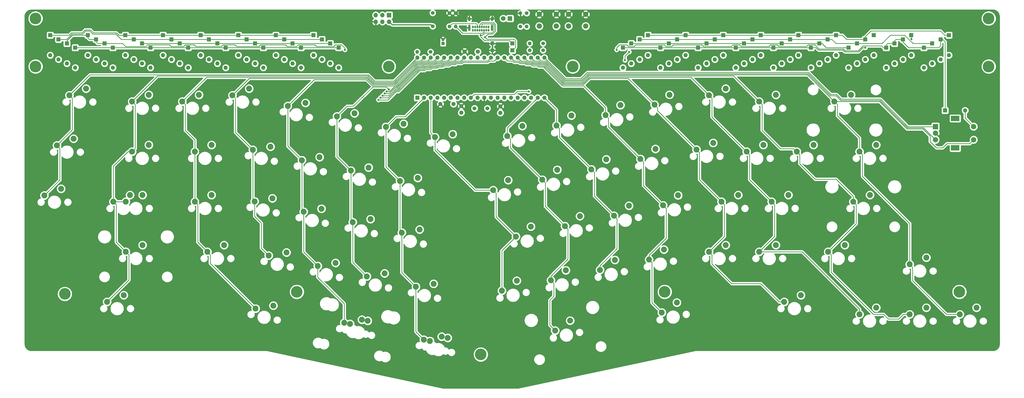
<source format=gbr>
G04 #@! TF.GenerationSoftware,KiCad,Pcbnew,(5.1.6)-1*
G04 #@! TF.CreationDate,2020-10-24T18:02:36-05:00*
G04 #@! TF.ProjectId,basketweave,6261736b-6574-4776-9561-76652e6b6963,rev?*
G04 #@! TF.SameCoordinates,Original*
G04 #@! TF.FileFunction,Copper,L2,Bot*
G04 #@! TF.FilePolarity,Positive*
%FSLAX46Y46*%
G04 Gerber Fmt 4.6, Leading zero omitted, Abs format (unit mm)*
G04 Created by KiCad (PCBNEW (5.1.6)-1) date 2020-10-24 18:02:36*
%MOMM*%
%LPD*%
G01*
G04 APERTURE LIST*
G04 #@! TA.AperFunction,ComponentPad*
%ADD10C,2.250000*%
G04 #@! TD*
G04 #@! TA.AperFunction,ComponentPad*
%ADD11O,1.600000X1.600000*%
G04 #@! TD*
G04 #@! TA.AperFunction,ComponentPad*
%ADD12R,1.600000X1.600000*%
G04 #@! TD*
G04 #@! TA.AperFunction,ComponentPad*
%ADD13C,4.400000*%
G04 #@! TD*
G04 #@! TA.AperFunction,ComponentPad*
%ADD14C,1.800000*%
G04 #@! TD*
G04 #@! TA.AperFunction,ComponentPad*
%ADD15R,1.800000X1.800000*%
G04 #@! TD*
G04 #@! TA.AperFunction,ComponentPad*
%ADD16O,0.650000X1.000000*%
G04 #@! TD*
G04 #@! TA.AperFunction,ComponentPad*
%ADD17O,0.900000X2.400000*%
G04 #@! TD*
G04 #@! TA.AperFunction,ComponentPad*
%ADD18O,0.900000X1.700000*%
G04 #@! TD*
G04 #@! TA.AperFunction,ComponentPad*
%ADD19C,2.000000*%
G04 #@! TD*
G04 #@! TA.AperFunction,ComponentPad*
%ADD20R,1.700000X1.700000*%
G04 #@! TD*
G04 #@! TA.AperFunction,ComponentPad*
%ADD21O,1.700000X1.700000*%
G04 #@! TD*
G04 #@! TA.AperFunction,ComponentPad*
%ADD22C,1.600000*%
G04 #@! TD*
G04 #@! TA.AperFunction,ComponentPad*
%ADD23O,1.400000X1.400000*%
G04 #@! TD*
G04 #@! TA.AperFunction,ComponentPad*
%ADD24C,1.400000*%
G04 #@! TD*
G04 #@! TA.AperFunction,ComponentPad*
%ADD25C,1.500000*%
G04 #@! TD*
G04 #@! TA.AperFunction,ComponentPad*
%ADD26R,2.000000X2.000000*%
G04 #@! TD*
G04 #@! TA.AperFunction,ComponentPad*
%ADD27R,3.200000X2.000000*%
G04 #@! TD*
G04 #@! TA.AperFunction,ComponentPad*
%ADD28C,1.200000*%
G04 #@! TD*
G04 #@! TA.AperFunction,ComponentPad*
%ADD29R,1.200000X1.200000*%
G04 #@! TD*
G04 #@! TA.AperFunction,ViaPad*
%ADD30C,0.800000*%
G04 #@! TD*
G04 #@! TA.AperFunction,Conductor*
%ADD31C,0.381000*%
G04 #@! TD*
G04 #@! TA.AperFunction,Conductor*
%ADD32C,0.254000*%
G04 #@! TD*
G04 APERTURE END LIST*
D10*
X233181626Y-199061357D03*
X227498484Y-202866092D03*
X156321686Y-199140106D03*
X149582353Y-200304362D03*
X186674686Y-205617106D03*
X179935353Y-206781362D03*
X268001412Y-196002376D03*
X273684554Y-192197641D03*
D11*
X383159000Y-119126000D03*
D12*
X375539000Y-119126000D03*
D13*
X269081250Y-188118750D03*
D10*
X333533750Y-115728750D03*
X339883750Y-113188750D03*
X66833750Y-134778750D03*
X73183750Y-132238750D03*
X343058750Y-134778750D03*
X349408750Y-132238750D03*
X59690000Y-153828750D03*
X66040000Y-151288750D03*
X64452500Y-153828750D03*
X70802500Y-151288750D03*
X347027500Y-151288750D03*
X340677500Y-153828750D03*
X70802500Y-170338750D03*
X64452500Y-172878750D03*
X331152500Y-172878750D03*
X337502500Y-170338750D03*
X57308750Y-191928750D03*
X63658750Y-189388750D03*
X113736603Y-194496793D03*
X120475936Y-193332537D03*
X154098377Y-198710984D03*
X147359044Y-199875240D03*
X177638826Y-206311406D03*
X184378159Y-205147150D03*
X314483750Y-191928750D03*
X320833750Y-189388750D03*
X209326399Y-128826335D03*
X215009541Y-125021600D03*
X163201915Y-125340393D03*
X169941248Y-124176137D03*
X181835627Y-129301110D03*
X188574960Y-128136854D03*
X304958750Y-172878750D03*
X311308750Y-170338750D03*
X319246250Y-134778750D03*
X325596250Y-132238750D03*
X212589407Y-167083938D03*
X218272549Y-163279203D03*
X227960111Y-124865617D03*
X233643253Y-121060882D03*
X285908750Y-113347500D03*
X292258750Y-110807500D03*
X203970261Y-149440405D03*
X209653403Y-145635670D03*
X265227534Y-116944182D03*
X270910676Y-113139447D03*
X281146250Y-133985000D03*
X287496250Y-131445000D03*
X381158750Y-196691250D03*
X387508750Y-194151250D03*
X132673825Y-116254701D03*
X125934492Y-117418957D03*
X111283750Y-110807500D03*
X104933750Y-113347500D03*
X95408750Y-172878750D03*
X101758750Y-170338750D03*
X73183750Y-113188750D03*
X66833750Y-115728750D03*
X38258750Y-132397500D03*
X44608750Y-129857500D03*
X246593823Y-120904899D03*
X252276965Y-117100164D03*
X144568203Y-121379675D03*
X151307536Y-120215419D03*
X362108750Y-196691250D03*
X368458750Y-194151250D03*
X343058750Y-196691250D03*
X349408750Y-194151250D03*
X362108750Y-177641250D03*
X368458750Y-175101250D03*
X285908750Y-172878750D03*
X292258750Y-170338750D03*
X263134404Y-175815855D03*
X268817546Y-172011120D03*
X244500692Y-179776573D03*
X250183834Y-175971838D03*
X225866980Y-183737291D03*
X231550122Y-179932556D03*
X174611902Y-186192425D03*
X181351235Y-185028169D03*
X155978190Y-182231707D03*
X162717523Y-181067451D03*
X137344478Y-178270990D03*
X144083811Y-177106734D03*
X118710766Y-174310272D03*
X125450099Y-173146016D03*
X309721250Y-153828750D03*
X316071250Y-151288750D03*
X290671250Y-153828750D03*
X297021250Y-151288750D03*
X268490542Y-155201785D03*
X274173684Y-151397050D03*
X249856830Y-159162502D03*
X255539972Y-155357767D03*
X231223118Y-163123220D03*
X236906260Y-159318485D03*
X169255764Y-165578354D03*
X175995097Y-164414098D03*
X150622052Y-161617637D03*
X157361385Y-160453381D03*
X131988340Y-157656919D03*
X138727673Y-156492663D03*
X113354628Y-153696201D03*
X120093961Y-152531945D03*
X90646250Y-153828750D03*
X96996250Y-151288750D03*
X33496250Y-151447500D03*
X39846250Y-148907500D03*
X300196250Y-134778750D03*
X306546250Y-132238750D03*
X259871396Y-137558252D03*
X265554538Y-133753517D03*
X241237684Y-141518970D03*
X246920826Y-137714235D03*
X222603973Y-145479688D03*
X228287115Y-141674953D03*
X168558053Y-145954463D03*
X175297386Y-144790207D03*
X149924342Y-141993745D03*
X156663675Y-140829489D03*
X131290630Y-138033028D03*
X138029963Y-136868772D03*
X112656918Y-134072310D03*
X119396251Y-132908054D03*
X90646250Y-134778750D03*
X96996250Y-132238750D03*
X304958750Y-115728750D03*
X311308750Y-113188750D03*
X92233750Y-113188750D03*
X85883750Y-115728750D03*
D14*
X207803750Y-84137500D03*
D15*
X210343750Y-84137500D03*
D16*
X200506250Y-88650000D03*
X202206250Y-88650000D03*
X201356250Y-88650000D03*
X199656250Y-88650000D03*
X198806250Y-88650000D03*
X197956250Y-88650000D03*
X197106250Y-88650000D03*
X196256250Y-88650000D03*
X202206250Y-87325000D03*
X201351250Y-87325000D03*
X200501250Y-87325000D03*
X199651250Y-87325000D03*
X198801250Y-87325000D03*
X197951250Y-87325000D03*
X197101250Y-87325000D03*
X196251250Y-87325000D03*
D17*
X203556250Y-87670000D03*
X194906250Y-87670000D03*
D18*
X203556250Y-84290000D03*
X194906250Y-84290000D03*
D19*
X227956250Y-82550000D03*
X227956250Y-87050000D03*
X221456250Y-82550000D03*
X221456250Y-87050000D03*
X239068750Y-82550000D03*
X239068750Y-87050000D03*
X232568750Y-82550000D03*
X232568750Y-87050000D03*
D20*
X164433250Y-82847511D03*
D21*
X164433250Y-85387511D03*
X161893250Y-82847511D03*
X161893250Y-85387511D03*
X159353250Y-82847511D03*
X159353250Y-85387511D03*
D13*
X129381250Y-188118750D03*
D12*
X175133000Y-114300000D03*
D11*
X223393000Y-99060000D03*
X177673000Y-114300000D03*
X220853000Y-99060000D03*
X180213000Y-114300000D03*
X218313000Y-99060000D03*
X182753000Y-114300000D03*
X215773000Y-99060000D03*
X185293000Y-114300000D03*
X213233000Y-99060000D03*
X187833000Y-114300000D03*
X210693000Y-99060000D03*
X190373000Y-114300000D03*
X208153000Y-99060000D03*
X192913000Y-114300000D03*
X205613000Y-99060000D03*
X195453000Y-114300000D03*
X203073000Y-99060000D03*
X197993000Y-114300000D03*
X200533000Y-99060000D03*
X200533000Y-114300000D03*
X197993000Y-99060000D03*
X203073000Y-114300000D03*
X195453000Y-99060000D03*
X205613000Y-114300000D03*
X192913000Y-99060000D03*
X208153000Y-114300000D03*
X190373000Y-99060000D03*
X210693000Y-114300000D03*
X187833000Y-99060000D03*
X213233000Y-114300000D03*
X185293000Y-99060000D03*
X215773000Y-114300000D03*
X182753000Y-99060000D03*
X218313000Y-114300000D03*
X180213000Y-99060000D03*
X220853000Y-114300000D03*
X177673000Y-99060000D03*
X223393000Y-114300000D03*
X175133000Y-99060000D03*
D22*
X193120000Y-96742250D03*
X198120000Y-96742250D03*
D11*
X203644500Y-93630750D03*
D12*
X211264500Y-93630750D03*
D23*
X187325000Y-87149000D03*
D24*
X187325000Y-82069000D03*
D23*
X189706250Y-87149000D03*
D24*
X189706250Y-82069000D03*
D22*
X206692500Y-120070250D03*
X206692500Y-117570250D03*
D24*
X180975000Y-82010250D03*
X180975000Y-87110250D03*
D23*
X214312500Y-82137250D03*
D24*
X214312500Y-87217250D03*
D23*
X217805000Y-96234250D03*
D24*
X222885000Y-96234250D03*
D23*
X217805000Y-93599000D03*
D24*
X222885000Y-93599000D03*
D11*
X203644500Y-96234250D03*
D12*
X211264500Y-96234250D03*
D22*
X183912500Y-116681250D03*
X188912500Y-116681250D03*
X191833500Y-117475000D03*
X191833500Y-119975000D03*
D25*
X201739500Y-118332250D03*
X196859500Y-118332250D03*
D26*
X371912500Y-125250000D03*
D19*
X371912500Y-127750000D03*
X371912500Y-130250000D03*
D27*
X379412500Y-122150000D03*
X379412500Y-133350000D03*
D19*
X386412500Y-125250000D03*
X386412500Y-130250000D03*
D13*
X30162500Y-84137500D03*
X164306250Y-102393750D03*
X199231250Y-211931250D03*
X381000000Y-188118750D03*
X392112500Y-84137500D03*
X30162500Y-102393750D03*
X392112500Y-102393750D03*
X234156250Y-102393750D03*
X41275000Y-188912500D03*
D11*
X259556250Y-99695000D03*
D12*
X259556250Y-92075000D03*
D11*
X116681250Y-102870000D03*
D12*
X116681250Y-95250000D03*
D10*
X43021250Y-113347500D03*
X49371250Y-110807500D03*
D11*
X127793750Y-101282500D03*
D12*
X127793750Y-93662500D03*
D24*
X216693750Y-82137250D03*
D23*
X216693750Y-87217250D03*
D11*
X370681250Y-101282500D03*
D12*
X370681250Y-93662500D03*
D11*
X373856250Y-99695000D03*
D12*
X373856250Y-92075000D03*
D11*
X367506250Y-102870000D03*
D12*
X367506250Y-95250000D03*
D11*
X359568750Y-99695000D03*
D12*
X359568750Y-92075000D03*
D11*
X356393750Y-101282500D03*
D12*
X356393750Y-93662500D03*
D11*
X353218750Y-102870000D03*
D12*
X353218750Y-95250000D03*
D11*
X56356250Y-101282500D03*
D12*
X56356250Y-93662500D03*
D11*
X53181250Y-99695000D03*
D12*
X53181250Y-92075000D03*
D11*
X50006250Y-98107500D03*
D12*
X50006250Y-90487500D03*
D11*
X42068750Y-101282500D03*
D12*
X42068750Y-93662500D03*
D11*
X377031250Y-98107500D03*
D12*
X377031250Y-90487500D03*
D11*
X342106250Y-101282500D03*
D12*
X342106250Y-93662500D03*
D11*
X330993750Y-99695000D03*
D12*
X330993750Y-92075000D03*
D11*
X316706250Y-99695000D03*
D12*
X316706250Y-92075000D03*
D11*
X302418750Y-99695000D03*
D12*
X302418750Y-92075000D03*
D11*
X288131250Y-99695000D03*
D12*
X288131250Y-92075000D03*
D11*
X273843750Y-99695000D03*
D12*
X273843750Y-92075000D03*
D11*
X142081250Y-101282500D03*
D12*
X142081250Y-93662500D03*
X113506250Y-93662500D03*
D11*
X113506250Y-101282500D03*
X99218750Y-101282500D03*
D12*
X99218750Y-93662500D03*
D11*
X84931250Y-101282500D03*
D12*
X84931250Y-93662500D03*
D11*
X70643750Y-101282500D03*
D12*
X70643750Y-93662500D03*
D11*
X345281250Y-99695000D03*
D12*
X345281250Y-92075000D03*
D11*
X334168750Y-98107500D03*
D12*
X334168750Y-90487500D03*
D11*
X319881250Y-98107500D03*
D12*
X319881250Y-90487500D03*
D11*
X305593750Y-98107500D03*
D12*
X305593750Y-90487500D03*
D11*
X291306250Y-98107500D03*
D12*
X291306250Y-90487500D03*
D11*
X277018750Y-98107500D03*
D12*
X277018750Y-90487500D03*
D11*
X262731250Y-98107500D03*
D12*
X262731250Y-90487500D03*
D11*
X138906250Y-99695000D03*
D12*
X138906250Y-92075000D03*
D11*
X124618750Y-99695000D03*
D12*
X124618750Y-92075000D03*
D11*
X110331250Y-99695000D03*
D12*
X110331250Y-92075000D03*
D11*
X96043750Y-99695000D03*
D12*
X96043750Y-92075000D03*
D11*
X81756250Y-99695000D03*
D12*
X81756250Y-92075000D03*
D11*
X67468750Y-99695000D03*
D12*
X67468750Y-92075000D03*
D11*
X38893750Y-99695000D03*
D12*
X38893750Y-92075000D03*
D11*
X362743750Y-98107500D03*
D12*
X362743750Y-90487500D03*
D11*
X338931250Y-102870000D03*
D12*
X338931250Y-95250000D03*
D11*
X327818750Y-101282500D03*
D12*
X327818750Y-93662500D03*
D11*
X313531250Y-101282500D03*
D12*
X313531250Y-93662500D03*
D11*
X299243750Y-101282500D03*
D12*
X299243750Y-93662500D03*
D11*
X284956250Y-101282500D03*
D12*
X284956250Y-93662500D03*
D11*
X270668750Y-101282500D03*
D12*
X270668750Y-93662500D03*
D11*
X256381250Y-101282500D03*
D12*
X256381250Y-93662500D03*
D11*
X135731250Y-98107500D03*
D12*
X135731250Y-90487500D03*
D11*
X121443750Y-98107500D03*
D12*
X121443750Y-90487500D03*
D11*
X107156250Y-98107500D03*
D12*
X107156250Y-90487500D03*
D11*
X92868750Y-98107500D03*
D12*
X92868750Y-90487500D03*
D11*
X78581250Y-98107500D03*
D12*
X78581250Y-90487500D03*
X64293750Y-90487500D03*
D11*
X64293750Y-98107500D03*
D12*
X35718750Y-90487500D03*
D11*
X35718750Y-98107500D03*
X348456250Y-98107500D03*
D12*
X348456250Y-90487500D03*
D11*
X324643750Y-102870000D03*
D12*
X324643750Y-95250000D03*
D11*
X310356250Y-102870000D03*
D12*
X310356250Y-95250000D03*
D11*
X296068750Y-102870000D03*
D12*
X296068750Y-95250000D03*
D11*
X281781250Y-102870000D03*
D12*
X281781250Y-95250000D03*
D11*
X267493750Y-102870000D03*
D12*
X267493750Y-95250000D03*
D11*
X253206250Y-102870000D03*
D12*
X253206250Y-95250000D03*
D11*
X145256250Y-102870000D03*
D12*
X145256250Y-95250000D03*
D11*
X130968750Y-102870000D03*
D12*
X130968750Y-95250000D03*
D11*
X102393750Y-102870000D03*
D12*
X102393750Y-95250000D03*
D11*
X88106250Y-102870000D03*
D12*
X88106250Y-95250000D03*
D11*
X73818750Y-102870000D03*
D12*
X73818750Y-95250000D03*
D11*
X59531250Y-102870000D03*
D12*
X59531250Y-95250000D03*
D11*
X45243750Y-102870000D03*
D12*
X45243750Y-95250000D03*
D24*
X180181250Y-96837500D03*
D23*
X175101250Y-96837500D03*
D10*
X207233268Y-187698008D03*
X212916410Y-183893273D03*
D28*
X184943750Y-92162500D03*
D29*
X184943750Y-93662500D03*
D30*
X214630000Y-94869000D03*
X171450000Y-99218750D03*
X159543750Y-115887500D03*
X216693750Y-106362500D03*
X181768750Y-106362500D03*
X192881250Y-87312500D03*
X345281250Y-95250000D03*
X162718750Y-112712500D03*
X362764618Y-92054132D03*
X255587500Y-96837500D03*
X254000000Y-100012500D03*
X160337500Y-115093750D03*
X161131250Y-114300000D03*
X161925000Y-113506250D03*
X147637500Y-96043750D03*
X250825000Y-96043750D03*
X163512500Y-111918750D03*
X217487500Y-111918750D03*
X164306250Y-111125000D03*
X199231250Y-90487500D03*
X200818750Y-91281250D03*
D31*
X200533000Y-114300000D02*
X200533000Y-115601750D01*
X200533000Y-115601750D02*
X201612500Y-116681250D01*
X205803500Y-116681250D02*
X206692500Y-117570250D01*
X201612500Y-116681250D02*
X205803500Y-116681250D01*
X191833500Y-117475000D02*
X192627250Y-116681250D01*
X199453500Y-116681250D02*
X200533000Y-115601750D01*
X192627250Y-116681250D02*
X199453500Y-116681250D01*
X189706250Y-82069000D02*
X192685250Y-82069000D01*
X194906250Y-84290000D02*
X203556250Y-84290000D01*
X192685250Y-82069000D02*
X194906250Y-84290000D01*
X205709000Y-82137250D02*
X203556250Y-84290000D01*
X214312500Y-82137250D02*
X205709000Y-82137250D01*
X164433250Y-85387511D02*
X165564489Y-86518750D01*
X180383500Y-86518750D02*
X180975000Y-87110250D01*
X165564489Y-86518750D02*
X180383500Y-86518750D01*
D32*
X45243750Y-95250000D02*
X59531250Y-95250000D01*
X59531250Y-95250000D02*
X73818750Y-95250000D01*
X74872750Y-95250000D02*
X88106250Y-95250000D01*
X73818750Y-95250000D02*
X74872750Y-95250000D01*
X88106250Y-95250000D02*
X102393750Y-95250000D01*
X102393750Y-95250000D02*
X116681250Y-95250000D01*
X116681250Y-95250000D02*
X130968750Y-95250000D01*
X130968750Y-95250000D02*
X145256250Y-95250000D01*
X267493750Y-95250000D02*
X281781250Y-95250000D01*
X281781250Y-95250000D02*
X296068750Y-95250000D01*
X296068750Y-95250000D02*
X310356250Y-95250000D01*
X310356250Y-95250000D02*
X324643750Y-95250000D01*
X253206250Y-95250000D02*
X254260250Y-95250000D01*
X265906250Y-95250000D02*
X267493750Y-95250000D01*
X254260250Y-95250000D02*
X267493750Y-95250000D01*
X326575582Y-95250000D02*
X324643750Y-95250000D01*
X327483601Y-96158020D02*
X326575582Y-95250000D01*
X344335816Y-95250000D02*
X342754806Y-96831011D01*
X345281250Y-95250000D02*
X344335816Y-95250000D01*
X342754806Y-96831011D02*
X337488945Y-96831011D01*
X336815954Y-96158020D02*
X327483601Y-96158020D01*
X337488945Y-96831011D02*
X336815954Y-96158020D01*
X177343285Y-102600050D02*
X177797295Y-102146040D01*
X182478941Y-101260260D02*
X184376873Y-101260260D01*
X179695228Y-102146040D02*
X180149238Y-101692030D01*
X187205066Y-100330000D02*
X189103000Y-100330000D01*
X189103000Y-100330000D02*
X190373000Y-99060000D01*
X184853123Y-100784010D02*
X186751057Y-100784010D01*
X177797295Y-102146040D02*
X179695228Y-102146040D01*
X180149238Y-101692030D02*
X182047171Y-101692030D01*
X186751057Y-100784010D02*
X187205066Y-100330000D01*
X182047171Y-101692030D02*
X182478941Y-101260260D01*
X184376873Y-101260260D02*
X184853123Y-100784010D01*
X175453769Y-102600050D02*
X177343285Y-102600050D01*
X167379760Y-110674059D02*
X175453769Y-102600050D01*
X164436778Y-112712500D02*
X166475219Y-110674059D01*
X166475219Y-110674059D02*
X167379760Y-110674059D01*
X162718750Y-112712500D02*
X164436778Y-112712500D01*
X135731250Y-90487500D02*
X121443750Y-90487500D01*
X121443750Y-90487500D02*
X107156250Y-90487500D01*
X107156250Y-90487500D02*
X92868750Y-90487500D01*
X92868750Y-90487500D02*
X78581250Y-90487500D01*
X78581250Y-90487500D02*
X64293750Y-90487500D01*
X61760816Y-90487500D02*
X64293750Y-90487500D01*
X60852797Y-89579480D02*
X61760816Y-90487500D01*
X42905617Y-90487500D02*
X43813636Y-89579480D01*
X35718750Y-90487500D02*
X42905617Y-90487500D01*
X256381250Y-93662500D02*
X270668750Y-93662500D01*
X270668750Y-93662500D02*
X284956250Y-93662500D01*
X284956250Y-93662500D02*
X299243750Y-93662500D01*
X313531250Y-93662500D02*
X299243750Y-93662500D01*
X313531250Y-93662500D02*
X327818750Y-93662500D01*
X337877250Y-95250000D02*
X338931250Y-95250000D01*
X330460250Y-95250000D02*
X337877250Y-95250000D01*
X328872750Y-93662500D02*
X330460250Y-95250000D01*
X327818750Y-93662500D02*
X328872750Y-93662500D01*
X362743750Y-90487500D02*
X362743750Y-92033264D01*
X362743750Y-92033264D02*
X362764618Y-92054132D01*
X43813636Y-89579480D02*
X47890954Y-89579480D01*
X50988057Y-88445990D02*
X52121547Y-89579480D01*
X47890954Y-89579480D02*
X49024443Y-88445990D01*
X52121547Y-89579480D02*
X60852797Y-89579480D01*
X49024443Y-88445990D02*
X50988057Y-88445990D01*
X254000000Y-100012500D02*
X254000000Y-98425000D01*
X254000000Y-98425000D02*
X255587500Y-96837500D01*
X183043112Y-102622290D02*
X184941044Y-102622290D01*
X182611342Y-103054060D02*
X183043112Y-102622290D01*
X180713409Y-103054060D02*
X182611342Y-103054060D01*
X180259399Y-103508070D02*
X180713409Y-103054060D01*
X184941044Y-102622290D02*
X185417294Y-102146040D01*
X167039387Y-112036089D02*
X167943930Y-112036089D01*
X176017939Y-103962080D02*
X177907456Y-103962080D01*
X190121180Y-101238020D02*
X192019114Y-101238020D01*
X163981726Y-115093750D02*
X167039387Y-112036089D01*
X167943930Y-112036089D02*
X176017939Y-103962080D01*
X185417294Y-102146040D02*
X187315228Y-102146040D01*
X178361466Y-103508070D02*
X180259399Y-103508070D01*
X177907456Y-103962080D02*
X178361466Y-103508070D01*
X201991057Y-100784010D02*
X202445067Y-100330000D01*
X187315228Y-102146040D02*
X187769238Y-101692030D01*
X187769238Y-101692030D02*
X189291058Y-101692030D01*
X202445067Y-100330000D02*
X204343000Y-100330000D01*
X189291058Y-101692030D02*
X189667172Y-101692028D01*
X189667172Y-101692028D02*
X190121180Y-101238020D01*
X192019114Y-101238020D02*
X192473124Y-100784010D01*
X192473124Y-100784010D02*
X201991057Y-100784010D01*
X204343000Y-100330000D02*
X205613000Y-99060000D01*
X160337500Y-115093750D02*
X163981726Y-115093750D01*
X124618750Y-92075000D02*
X138906250Y-92075000D01*
X110331250Y-92075000D02*
X124618750Y-92075000D01*
X81756250Y-92075000D02*
X96043750Y-92075000D01*
X96043750Y-92075000D02*
X110331250Y-92075000D01*
X81756250Y-92075000D02*
X67468750Y-92075000D01*
X44001693Y-90033490D02*
X48079010Y-90033490D01*
X41960184Y-92075000D02*
X44001693Y-90033490D01*
X38893750Y-92075000D02*
X41960184Y-92075000D01*
X51933490Y-90033490D02*
X60664740Y-90033490D01*
X62706250Y-92075000D02*
X67468750Y-92075000D01*
X48079010Y-90033490D02*
X49212500Y-88900000D01*
X50800000Y-88900000D02*
X51933490Y-90033490D01*
X60664740Y-90033490D02*
X62706250Y-92075000D01*
X262731250Y-90487500D02*
X277018750Y-90487500D01*
X277018750Y-90487500D02*
X291306250Y-90487500D01*
X292360250Y-90487500D02*
X305593750Y-90487500D01*
X291306250Y-90487500D02*
X292360250Y-90487500D01*
X305593750Y-90487500D02*
X319881250Y-90487500D01*
X319881250Y-90487500D02*
X334168750Y-90487500D01*
X345281250Y-92075000D02*
X338137500Y-92075000D01*
X336550000Y-90487500D02*
X334168750Y-90487500D01*
X338137500Y-92075000D02*
X336550000Y-90487500D01*
X345281250Y-91021000D02*
X347402250Y-88900000D01*
X345281250Y-92075000D02*
X345281250Y-91021000D01*
X347402250Y-88900000D02*
X373856250Y-88900000D01*
X375443750Y-90487500D02*
X377031250Y-90487500D01*
X373856250Y-88900000D02*
X375443750Y-90487500D01*
X49212500Y-88900000D02*
X50800000Y-88900000D01*
X184752987Y-102168280D02*
X185229237Y-101692030D01*
X180525352Y-102600050D02*
X182423285Y-102600050D01*
X180071342Y-103054060D02*
X180525352Y-102600050D01*
X178173409Y-103054060D02*
X180071342Y-103054060D01*
X166851331Y-111582079D02*
X167755873Y-111582079D01*
X182423285Y-102600050D02*
X182855055Y-102168280D01*
X167755873Y-111582079D02*
X175829882Y-103508070D01*
X164133410Y-114300000D02*
X166851331Y-111582079D01*
X175829882Y-103508070D02*
X177719399Y-103508070D01*
X182855055Y-102168280D02*
X184752987Y-102168280D01*
X177719399Y-103508070D02*
X178173409Y-103054060D01*
X185229237Y-101692030D02*
X187127171Y-101692030D01*
X187127171Y-101692030D02*
X187581181Y-101238020D01*
X187581181Y-101238020D02*
X189479114Y-101238020D01*
X189479114Y-101238020D02*
X189933122Y-100784010D01*
X192285066Y-100330000D02*
X201803000Y-100330000D01*
X189933122Y-100784010D02*
X191831057Y-100784010D01*
X191831057Y-100784010D02*
X192285066Y-100330000D01*
X201803000Y-100330000D02*
X203073000Y-99060000D01*
X161131250Y-114300000D02*
X164133410Y-114300000D01*
X142081250Y-93662500D02*
X127793750Y-93662500D01*
X113506250Y-93662500D02*
X127793750Y-93662500D01*
X99218750Y-93662500D02*
X113506250Y-93662500D01*
X99218750Y-93662500D02*
X84931250Y-93662500D01*
X84931250Y-93662500D02*
X70643750Y-93662500D01*
X370681250Y-93662500D02*
X363344852Y-93662500D01*
X351631250Y-93662500D02*
X342106250Y-93662500D01*
X354806250Y-90487500D02*
X351631250Y-93662500D01*
X363344852Y-93662500D02*
X360169852Y-90487500D01*
X360169852Y-90487500D02*
X354806250Y-90487500D01*
X259556250Y-92075000D02*
X273843750Y-92075000D01*
X273843750Y-92075000D02*
X288131250Y-92075000D01*
X288131250Y-92075000D02*
X302418750Y-92075000D01*
X330993750Y-92075000D02*
X316706250Y-92075000D01*
X302418750Y-92075000D02*
X316706250Y-92075000D01*
X342106250Y-93662500D02*
X334168750Y-93662500D01*
X332581250Y-92075000D02*
X330993750Y-92075000D01*
X334168750Y-93662500D02*
X332581250Y-92075000D01*
X184564930Y-101714270D02*
X185041180Y-101238020D01*
X167567817Y-111128069D02*
X175641826Y-103054060D01*
X180337295Y-102146040D02*
X182235228Y-102146040D01*
X191643000Y-100330000D02*
X192913000Y-99060000D01*
X182666997Y-101714270D02*
X184564930Y-101714270D01*
X182235228Y-102146040D02*
X182666997Y-101714270D01*
X177531342Y-103054060D02*
X177985351Y-102600050D01*
X185041180Y-101238020D02*
X186939114Y-101238020D01*
X179883285Y-102600050D02*
X180337295Y-102146040D01*
X186939114Y-101238020D02*
X187393123Y-100784010D01*
X175641826Y-103054060D02*
X177531342Y-103054060D01*
X189745066Y-100330000D02*
X191643000Y-100330000D01*
X177985351Y-102600050D02*
X179883285Y-102600050D01*
X187393123Y-100784010D02*
X189291057Y-100784010D01*
X189291057Y-100784010D02*
X189745066Y-100330000D01*
X164285094Y-113506250D02*
X166663275Y-111128069D01*
X166663275Y-111128069D02*
X167567817Y-111128069D01*
X161925000Y-113506250D02*
X164285094Y-113506250D01*
X52127250Y-92075000D02*
X53181250Y-92075000D01*
X50539750Y-92075000D02*
X52127250Y-92075000D01*
X50006250Y-91541500D02*
X50539750Y-92075000D01*
X50006250Y-90487500D02*
X50006250Y-91541500D01*
X55302250Y-93662500D02*
X56356250Y-93662500D01*
X53714750Y-93662500D02*
X55302250Y-93662500D01*
X53181250Y-93129000D02*
X53714750Y-93662500D01*
X53181250Y-92075000D02*
X53181250Y-93129000D01*
X44189750Y-90487500D02*
X48952250Y-90487500D01*
X42068750Y-93662500D02*
X42068750Y-92608500D01*
X48952250Y-90487500D02*
X50006250Y-90487500D01*
X42068750Y-92608500D02*
X44189750Y-90487500D01*
X367506250Y-95250000D02*
X373062500Y-95250000D01*
X373856250Y-94456250D02*
X373856250Y-92075000D01*
X373062500Y-95250000D02*
X373856250Y-94456250D01*
X355339750Y-93662500D02*
X356393750Y-93662500D01*
X353752250Y-93662500D02*
X355339750Y-93662500D01*
X353218750Y-94196000D02*
X353752250Y-93662500D01*
X353218750Y-95250000D02*
X353218750Y-94196000D01*
X356927250Y-92075000D02*
X358514750Y-92075000D01*
X356393750Y-92608500D02*
X356927250Y-92075000D01*
X358514750Y-92075000D02*
X359568750Y-92075000D01*
X356393750Y-93662500D02*
X356393750Y-92608500D01*
X366452250Y-95250000D02*
X367506250Y-95250000D01*
X361689750Y-95250000D02*
X366452250Y-95250000D01*
X359568750Y-93129000D02*
X361689750Y-95250000D01*
X359568750Y-92075000D02*
X359568750Y-93129000D01*
X136858251Y-94789501D02*
X143335499Y-94789501D01*
X129907149Y-94122999D02*
X136191749Y-94122999D01*
X129240647Y-94789501D02*
X129907149Y-94122999D01*
X125079249Y-94122999D02*
X125745751Y-94789501D01*
X114953147Y-94789501D02*
X115619649Y-94122999D01*
X106568751Y-94789501D02*
X114953147Y-94789501D01*
X105902249Y-94122999D02*
X106568751Y-94789501D01*
X101332149Y-94122999D02*
X105902249Y-94122999D01*
X100665647Y-94789501D02*
X101332149Y-94122999D01*
X72090647Y-94789501D02*
X72757149Y-94122999D01*
X81010249Y-94122999D02*
X81676751Y-94789501D01*
X63217788Y-93662500D02*
X64344789Y-94789501D01*
X64344789Y-94789501D02*
X72090647Y-94789501D01*
X125745751Y-94789501D02*
X129240647Y-94789501D01*
X81676751Y-94789501D02*
X86378147Y-94789501D01*
X87044649Y-94122999D02*
X90408249Y-94122999D01*
X115619649Y-94122999D02*
X125079249Y-94122999D01*
X56356250Y-93662500D02*
X63217788Y-93662500D01*
X90408249Y-94122999D02*
X91074751Y-94789501D01*
X72757149Y-94122999D02*
X81010249Y-94122999D01*
X86378147Y-94789501D02*
X87044649Y-94122999D01*
X136191749Y-94122999D02*
X136858251Y-94789501D01*
X91074751Y-94789501D02*
X100665647Y-94789501D01*
X143335499Y-94789501D02*
X144002001Y-94122999D01*
X147637500Y-95442648D02*
X147637500Y-96043750D01*
X144002001Y-94122999D02*
X146317851Y-94122999D01*
X146317851Y-94122999D02*
X147637500Y-95442648D01*
X344420751Y-94522999D02*
X351437749Y-94522999D01*
X258109353Y-94122999D02*
X268940647Y-94122999D01*
X295007149Y-94122999D02*
X297515647Y-94122999D01*
X312469649Y-94789501D02*
X322915647Y-94789501D01*
X327671658Y-95704010D02*
X337004010Y-95704010D01*
X337004010Y-95704010D02*
X337677001Y-96377001D01*
X294340647Y-94789501D02*
X295007149Y-94122999D01*
X352164750Y-95250000D02*
X353218750Y-95250000D01*
X337677001Y-96377001D02*
X342566749Y-96377001D01*
X272396853Y-94122999D02*
X283228147Y-94122999D01*
X269607149Y-94789501D02*
X271730351Y-94789501D01*
X297515647Y-94122999D02*
X298188638Y-94795990D01*
X271730351Y-94789501D02*
X272396853Y-94122999D01*
X283228147Y-94122999D02*
X283894649Y-94789501D01*
X309294649Y-94122999D02*
X311803147Y-94122999D01*
X268940647Y-94122999D02*
X269607149Y-94789501D01*
X322915647Y-94789501D02*
X323582149Y-94122999D01*
X323582149Y-94122999D02*
X326090647Y-94122999D01*
X257442851Y-94789501D02*
X258109353Y-94122999D01*
X342566749Y-96377001D02*
X344420751Y-94522999D01*
X283894649Y-94789501D02*
X294340647Y-94789501D01*
X326090647Y-94122999D02*
X327671658Y-95704010D01*
X255319649Y-94789501D02*
X257442851Y-94789501D01*
X298188638Y-94795990D02*
X308621658Y-94795990D01*
X251952001Y-94122999D02*
X254653147Y-94122999D01*
X308621658Y-94795990D02*
X309294649Y-94122999D01*
X254653147Y-94122999D02*
X255319649Y-94789501D01*
X311803147Y-94122999D02*
X312469649Y-94789501D01*
X250825000Y-95250000D02*
X251952001Y-94122999D01*
X351437749Y-94522999D02*
X352164750Y-95250000D01*
X250825000Y-96043750D02*
X250825000Y-95250000D01*
X177155228Y-102146040D02*
X177609238Y-101692030D01*
X175265712Y-102146040D02*
X177155228Y-102146040D01*
X179507171Y-101692030D02*
X179961181Y-101238020D01*
X177609238Y-101692030D02*
X179507171Y-101692030D01*
X181859114Y-101238020D02*
X182290884Y-100806250D01*
X179961181Y-101238020D02*
X181859114Y-101238020D01*
X182290884Y-100806250D02*
X184188816Y-100806250D01*
X184188816Y-100806250D02*
X184665066Y-100330000D01*
X186563000Y-100330000D02*
X187833000Y-99060000D01*
X184665066Y-100330000D02*
X186563000Y-100330000D01*
X167191703Y-110220049D02*
X167280876Y-110130876D01*
X167280876Y-110130876D02*
X175265712Y-102146040D01*
X166287163Y-110220049D02*
X167191703Y-110220049D01*
X164588462Y-111918750D02*
X166287163Y-110220049D01*
X163512500Y-111918750D02*
X164588462Y-111918750D01*
X375539000Y-98283212D02*
X375539000Y-119126000D01*
X373856250Y-92075000D02*
X374650000Y-92075000D01*
X375539000Y-92964000D02*
X375539000Y-98283212D01*
X374650000Y-92075000D02*
X375539000Y-92964000D01*
X232790069Y-199452914D02*
X233181626Y-199061357D01*
X211963000Y-113030000D02*
X196723000Y-113030000D01*
X213074250Y-111918750D02*
X211963000Y-113030000D01*
X217487500Y-111918750D02*
X213074250Y-111918750D01*
X196723000Y-113030000D02*
X195453000Y-114300000D01*
X39383749Y-131272501D02*
X38258750Y-132397500D01*
X44146249Y-126510001D02*
X39383749Y-131272501D01*
X44146249Y-114472499D02*
X44146249Y-126510001D01*
X43021250Y-113347500D02*
X44146249Y-114472499D01*
X34621249Y-150322501D02*
X33496250Y-151447500D01*
X39383749Y-145560001D02*
X34621249Y-150322501D01*
X39383749Y-133522499D02*
X39383749Y-145560001D01*
X38258750Y-132397500D02*
X39383749Y-133522499D01*
X166243000Y-107950000D02*
X175133000Y-99060000D01*
X158938056Y-107950000D02*
X166243000Y-107950000D01*
X43021250Y-113347500D02*
X50800000Y-105568750D01*
X156556806Y-105568750D02*
X158938056Y-107950000D01*
X50800000Y-105568750D02*
X156556806Y-105568750D01*
X59690000Y-153828750D02*
X64452500Y-153828750D01*
X63327501Y-171753751D02*
X64452500Y-172878750D01*
X60814999Y-169241249D02*
X63327501Y-171753751D01*
X60814999Y-154953749D02*
X60814999Y-169241249D01*
X59690000Y-153828750D02*
X60814999Y-154953749D01*
X65577499Y-183660001D02*
X58433749Y-190803751D01*
X65577499Y-174003749D02*
X65577499Y-183660001D01*
X58433749Y-190803751D02*
X57308750Y-191928750D01*
X64452500Y-172878750D02*
X65577499Y-174003749D01*
X67958749Y-133653751D02*
X66833750Y-134778750D01*
X67958749Y-116853749D02*
X67958749Y-133653751D01*
X66833750Y-115728750D02*
X67958749Y-116853749D01*
X59690000Y-152237760D02*
X59690000Y-153828750D01*
X59690000Y-140331510D02*
X59690000Y-152237760D01*
X65242760Y-134778750D02*
X59690000Y-140331510D01*
X66833750Y-134778750D02*
X65242760Y-134778750D01*
X174505067Y-100330000D02*
X176403000Y-100330000D01*
X176403000Y-100330000D02*
X177673000Y-99060000D01*
X66833750Y-115728750D02*
X76539740Y-106022760D01*
X156368750Y-106022759D02*
X158749999Y-108404010D01*
X158749999Y-108404010D02*
X166431057Y-108404010D01*
X76539740Y-106022760D02*
X156368750Y-106022759D01*
X166431057Y-108404010D02*
X174505067Y-100330000D01*
X90646250Y-134778750D02*
X90646250Y-153828750D01*
X94283751Y-171753751D02*
X95408750Y-172878750D01*
X91771249Y-154953749D02*
X91771249Y-169241249D01*
X91771249Y-169241249D02*
X94283751Y-171753751D01*
X90646250Y-153828750D02*
X91771249Y-154953749D01*
X112611604Y-193371794D02*
X113736603Y-194496793D01*
X96533749Y-174003749D02*
X96533749Y-177293939D01*
X96533749Y-177293939D02*
X112611604Y-193371794D01*
X95408750Y-172878750D02*
X96533749Y-174003749D01*
X87008749Y-116853749D02*
X87008749Y-126696249D01*
X85883750Y-115728750D02*
X87008749Y-116853749D01*
X90646250Y-130333750D02*
X90646250Y-134778750D01*
X87008749Y-126696249D02*
X90646250Y-130333750D01*
X178943000Y-100330000D02*
X180213000Y-99060000D01*
X177045066Y-100330000D02*
X178943000Y-100330000D01*
X176591057Y-100784010D02*
X177045066Y-100330000D01*
X174693123Y-100784010D02*
X176591057Y-100784010D01*
X95135730Y-106476770D02*
X156180695Y-106476770D01*
X85883750Y-115728750D02*
X95135730Y-106476770D01*
X166619114Y-108858019D02*
X174693123Y-100784010D01*
X156180695Y-106476770D02*
X158561943Y-108858019D01*
X158561943Y-108858019D02*
X166619114Y-108858019D01*
X111531919Y-132947311D02*
X112656918Y-134072310D01*
X106058749Y-127474141D02*
X111531919Y-132947311D01*
X106058749Y-114472499D02*
X106058749Y-127474141D01*
X104933750Y-113347500D02*
X106058749Y-114472499D01*
X112656918Y-152998491D02*
X113354628Y-153696201D01*
X112656918Y-134072310D02*
X112656918Y-152998491D01*
X113354628Y-153696201D02*
X113354628Y-159392128D01*
X113354628Y-159392128D02*
X115887500Y-161925000D01*
X115887500Y-171487006D02*
X118710766Y-174310272D01*
X115887500Y-161925000D02*
X115887500Y-171487006D01*
X181483000Y-100330000D02*
X182753000Y-99060000D01*
X179131057Y-100784010D02*
X179585066Y-100330000D01*
X177233124Y-100784010D02*
X179131057Y-100784010D01*
X179585066Y-100330000D02*
X181483000Y-100330000D01*
X176779114Y-101238020D02*
X177233124Y-100784010D01*
X111350470Y-106930780D02*
X155992640Y-106930781D01*
X166815589Y-109312031D02*
X174889600Y-101238020D01*
X174889600Y-101238020D02*
X176779114Y-101238020D01*
X155992640Y-106930781D02*
X158373890Y-109312031D01*
X104933750Y-113347500D02*
X111350470Y-106930780D01*
X158373890Y-109312031D02*
X166815589Y-109312031D01*
X125934492Y-132676890D02*
X131290630Y-138033028D01*
X125934492Y-117418957D02*
X125934492Y-132676890D01*
X131290630Y-156959209D02*
X131988340Y-157656919D01*
X131290630Y-138033028D02*
X131290630Y-156959209D01*
X131988340Y-172914852D02*
X137344478Y-178270990D01*
X131988340Y-157656919D02*
X131988340Y-172914852D01*
X137344478Y-178270990D02*
X137344478Y-182588228D01*
X137344478Y-182588228D02*
X147359044Y-192602794D01*
X184023000Y-100330000D02*
X185293000Y-99060000D01*
X182125066Y-100330000D02*
X184023000Y-100330000D01*
X158185833Y-109766041D02*
X167003646Y-109766040D01*
X181671057Y-100784010D02*
X182125066Y-100330000D01*
X125934492Y-117418957D02*
X135968659Y-107384790D01*
X167003646Y-109766040D02*
X175077656Y-101692030D01*
X155804583Y-107384790D02*
X158185833Y-109766041D01*
X175077656Y-101692030D02*
X176967171Y-101692030D01*
X176967171Y-101692030D02*
X177421181Y-101238020D01*
X177421181Y-101238020D02*
X179319114Y-101238020D01*
X179319114Y-101238020D02*
X179773124Y-100784010D01*
X135968659Y-107384790D02*
X155804583Y-107384790D01*
X179773124Y-100784010D02*
X181671057Y-100784010D01*
X147359044Y-192602794D02*
X147359044Y-199875240D01*
X144568203Y-136637606D02*
X149924342Y-141993745D01*
X144568203Y-121379675D02*
X144568203Y-136637606D01*
X149924342Y-160919927D02*
X150622052Y-161617637D01*
X149924342Y-141993745D02*
X149924342Y-160919927D01*
X150622052Y-176875569D02*
X155978190Y-182231707D01*
X150622052Y-161617637D02*
X150622052Y-176875569D01*
X144568203Y-121379675D02*
X144568203Y-120544297D01*
X144568203Y-121379675D02*
X148472878Y-117475000D01*
X148472878Y-117475000D02*
X150812500Y-117475000D01*
X150812500Y-117475000D02*
X158226200Y-110220050D01*
X158226200Y-110220050D02*
X163401300Y-110220050D01*
X163401300Y-110220050D02*
X164306250Y-111125000D01*
X174611902Y-203284482D02*
X177638826Y-206311406D01*
X174611902Y-186192425D02*
X174611902Y-203284482D01*
X169255764Y-180836287D02*
X174611902Y-186192425D01*
X169255764Y-165578354D02*
X169255764Y-180836287D01*
X168558053Y-164880643D02*
X169255764Y-165578354D01*
X168558053Y-145954463D02*
X168558053Y-164880643D01*
X163201915Y-140598325D02*
X168558053Y-145954463D01*
X163201915Y-125340393D02*
X163201915Y-140598325D01*
X163201915Y-125340393D02*
X167098558Y-121443750D01*
X170529250Y-121443750D02*
X177673000Y-114300000D01*
X167098558Y-121443750D02*
X170529250Y-121443750D01*
X205095260Y-150565404D02*
X203970261Y-149440405D01*
X205095260Y-159589791D02*
X205095260Y-150565404D01*
X212589407Y-167083938D02*
X205095260Y-159589791D01*
X207233268Y-172440077D02*
X212589407Y-167083938D01*
X207233268Y-187698008D02*
X207233268Y-172440077D01*
X180213000Y-127678484D02*
X180254758Y-127720242D01*
X181835627Y-129301110D02*
X180254758Y-127720242D01*
X180213000Y-114300000D02*
X180213000Y-127678484D01*
X181835627Y-134210627D02*
X181835627Y-129301110D01*
X197065405Y-149440405D02*
X203970261Y-149440405D01*
X181835627Y-134210627D02*
X197065405Y-149440405D01*
X223728972Y-155629074D02*
X223728972Y-146604687D01*
X223728972Y-146604687D02*
X222603973Y-145479688D01*
X231223118Y-163123220D02*
X223728972Y-155629074D01*
X210451398Y-133327113D02*
X221478974Y-144354689D01*
X221478974Y-144354689D02*
X222603973Y-145479688D01*
X210451398Y-129951334D02*
X210451398Y-133327113D01*
X209326399Y-128826335D02*
X210451398Y-129951334D01*
X225866980Y-182146301D02*
X225866980Y-183737291D01*
X232348117Y-175665164D02*
X225866980Y-182146301D01*
X232348117Y-164248219D02*
X232348117Y-175665164D01*
X231223118Y-163123220D02*
X232348117Y-164248219D01*
X227106927Y-203257649D02*
X227498484Y-202866092D01*
X226991979Y-184862290D02*
X226991979Y-189726771D01*
X225866980Y-183737291D02*
X226991979Y-184862290D01*
X226991979Y-189726771D02*
X225425000Y-191293750D01*
X225425000Y-200792608D02*
X227498484Y-202866092D01*
X225425000Y-191293750D02*
X225425000Y-200792608D01*
X209326399Y-125826601D02*
X209326399Y-128826335D01*
X220853000Y-114300000D02*
X209326399Y-125826601D01*
X244500692Y-178185583D02*
X244500692Y-179776573D01*
X250981829Y-171704446D02*
X244500692Y-178185583D01*
X250981829Y-160287501D02*
X250981829Y-171704446D01*
X249856830Y-159162502D02*
X250981829Y-160287501D01*
X248731831Y-158037503D02*
X249856830Y-159162502D01*
X242362683Y-151668355D02*
X248731831Y-158037503D01*
X242362683Y-142643969D02*
X242362683Y-151668355D01*
X241237684Y-141518970D02*
X242362683Y-142643969D01*
X240112685Y-140393971D02*
X241237684Y-141518970D01*
X229085110Y-125990616D02*
X229085110Y-129366396D01*
X229085110Y-129366396D02*
X240112685Y-140393971D01*
X227960111Y-124865617D02*
X229085110Y-125990616D01*
X227100617Y-124865617D02*
X227960111Y-124865617D01*
X223393000Y-114300000D02*
X223837500Y-114300000D01*
X227960111Y-118867111D02*
X223393000Y-114300000D01*
X227960111Y-124865617D02*
X227960111Y-118867111D01*
X247718822Y-125405678D02*
X258746397Y-136433253D01*
X247718822Y-122029898D02*
X247718822Y-125405678D01*
X258746397Y-136433253D02*
X259871396Y-137558252D01*
X246593823Y-120904899D02*
X247718822Y-122029898D01*
X260996395Y-138683251D02*
X260996395Y-147707638D01*
X267365543Y-154076786D02*
X268490542Y-155201785D01*
X260996395Y-147707638D02*
X267365543Y-154076786D01*
X259871396Y-137558252D02*
X260996395Y-138683251D01*
X263134404Y-174224865D02*
X263134404Y-175815855D01*
X269615541Y-167743728D02*
X263134404Y-174224865D01*
X269615541Y-156326784D02*
X269615541Y-167743728D01*
X268490542Y-155201785D02*
X269615541Y-156326784D01*
X264259403Y-176940854D02*
X263134404Y-175815855D01*
X264259403Y-192260367D02*
X264259403Y-176940854D01*
X268001412Y-196002376D02*
X264259403Y-192260367D01*
X209423000Y-100330000D02*
X208153000Y-99060000D01*
X211320934Y-100330000D02*
X209423000Y-100330000D01*
X211774943Y-100784010D02*
X211320934Y-100330000D01*
X213672876Y-100784010D02*
X211774943Y-100784010D01*
X214126886Y-101238020D02*
X213672876Y-100784010D01*
X230246638Y-109766037D02*
X223080651Y-102600050D01*
X218376762Y-101692030D02*
X216478829Y-101692030D01*
X221182715Y-102600050D02*
X220728706Y-102146040D01*
X238290040Y-109766040D02*
X230855023Y-109766040D01*
X230855023Y-109766040D02*
X230246638Y-109766037D01*
X246593823Y-120904899D02*
X246593823Y-118069823D01*
X216024820Y-101238020D02*
X214126886Y-101238020D01*
X223080651Y-102600050D02*
X221182715Y-102600050D01*
X220728706Y-102146040D02*
X218830772Y-102146040D01*
X218830772Y-102146040D02*
X218376762Y-101692030D01*
X246593823Y-118069823D02*
X238290040Y-109766040D01*
X216478829Y-101692030D02*
X216024820Y-101238020D01*
X210893010Y-99260010D02*
X210693000Y-99060000D01*
X280021251Y-132860001D02*
X281146250Y-133985000D01*
X266352533Y-118069181D02*
X266352533Y-119191283D01*
X266352533Y-119191283D02*
X280021251Y-132860001D01*
X265227534Y-116944182D02*
X266352533Y-118069181D01*
X289546251Y-152703751D02*
X290671250Y-153828750D01*
X282271249Y-135109999D02*
X282271249Y-145428749D01*
X282271249Y-145428749D02*
X289546251Y-152703751D01*
X281146250Y-133985000D02*
X282271249Y-135109999D01*
X291796249Y-166991251D02*
X287033749Y-171753751D01*
X291796249Y-154953749D02*
X291796249Y-166991251D01*
X287033749Y-171753751D02*
X285908750Y-172878750D01*
X290671250Y-153828750D02*
X291796249Y-154953749D01*
X287033749Y-174003749D02*
X287033749Y-177496249D01*
X285908750Y-172878750D02*
X287033749Y-174003749D01*
X287033749Y-177496249D02*
X294481250Y-184943750D01*
X294481250Y-184943750D02*
X305593750Y-184943750D01*
X312578750Y-191928750D02*
X314483750Y-191928750D01*
X305593750Y-184943750D02*
X312578750Y-191928750D01*
X214314943Y-100784010D02*
X213860933Y-100330000D01*
X216212876Y-100784010D02*
X214314943Y-100784010D01*
X211963000Y-100330000D02*
X210693000Y-99060000D01*
X216666886Y-101238020D02*
X216212876Y-100784010D01*
X230666970Y-109312030D02*
X230434695Y-109312028D01*
X223268707Y-102146040D02*
X221370772Y-102146040D01*
X240652784Y-106930780D02*
X238271535Y-109312030D01*
X219018829Y-101692030D02*
X218564819Y-101238020D01*
X218564819Y-101238020D02*
X216666886Y-101238020D01*
X265227534Y-116944182D02*
X255214132Y-106930780D01*
X255214132Y-106930780D02*
X240652784Y-106930780D01*
X238271535Y-109312030D02*
X230666970Y-109312030D01*
X221370772Y-102146040D02*
X220916762Y-101692030D01*
X213860933Y-100330000D02*
X211963000Y-100330000D01*
X230434695Y-109312028D02*
X223268707Y-102146040D01*
X220916762Y-101692030D02*
X219018829Y-101692030D01*
X310846249Y-166991251D02*
X306083749Y-171753751D01*
X310846249Y-154953749D02*
X310846249Y-166991251D01*
X306083749Y-171753751D02*
X304958750Y-172878750D01*
X309721250Y-153828750D02*
X310846249Y-154953749D01*
X308596251Y-152703751D02*
X309721250Y-153828750D01*
X301321249Y-145428749D02*
X308596251Y-152703751D01*
X301321249Y-135903749D02*
X301321249Y-145428749D01*
X300196250Y-134778750D02*
X301321249Y-135903749D01*
X299071251Y-133653751D02*
X300196250Y-134778750D01*
X287033749Y-121616249D02*
X299071251Y-133653751D01*
X287033749Y-114472499D02*
X287033749Y-121616249D01*
X285908750Y-113347500D02*
X287033749Y-114472499D01*
X343058750Y-194627500D02*
X343058750Y-196691250D01*
X304958750Y-172878750D02*
X321310000Y-172878750D01*
X321310000Y-172878750D02*
X343058750Y-194627500D01*
X214503000Y-100330000D02*
X213233000Y-99060000D01*
X216400933Y-100330000D02*
X214503000Y-100330000D01*
X240464728Y-106476770D02*
X238083478Y-108858020D01*
X218752876Y-100784010D02*
X216854943Y-100784010D01*
X230622752Y-108858019D02*
X223456763Y-101692030D01*
X238083478Y-108858020D02*
X230622752Y-108858019D01*
X221558829Y-101692030D02*
X221104819Y-101238020D01*
X221104819Y-101238020D02*
X219206886Y-101238020D01*
X285908750Y-113347500D02*
X279038020Y-106476770D01*
X279038020Y-106476770D02*
X240464728Y-106476770D01*
X223456763Y-101692030D02*
X221558829Y-101692030D01*
X219206886Y-101238020D02*
X218752876Y-100784010D01*
X216854943Y-100784010D02*
X216400933Y-100330000D01*
X331152500Y-172878750D02*
X341312500Y-162718750D01*
X341802499Y-154953749D02*
X341802499Y-162228751D01*
X340677500Y-153828750D02*
X341802499Y-154953749D01*
X341802499Y-162228751D02*
X341312500Y-162718750D01*
X340677500Y-151765000D02*
X340677500Y-153828750D01*
X320371249Y-135903749D02*
X320371249Y-139396249D01*
X319246250Y-134778750D02*
X320371249Y-135903749D01*
X326231250Y-145256250D02*
X334168750Y-145256250D01*
X320371249Y-139396249D02*
X326231250Y-145256250D01*
X334168750Y-145256250D02*
X340677500Y-151765000D01*
X332277499Y-174003749D02*
X332277499Y-180671249D01*
X331152500Y-172878750D02*
X332277499Y-174003749D01*
X332277499Y-180671249D02*
X348297500Y-196691250D01*
X348297500Y-196691250D02*
X352266250Y-196691250D01*
X352266250Y-196691250D02*
X354012500Y-198437500D01*
X354012500Y-198437500D02*
X357981250Y-198437500D01*
X357981250Y-198437500D02*
X359727500Y-196691250D01*
X306083749Y-116853749D02*
X304958750Y-115728750D01*
X306083749Y-126696249D02*
X306083749Y-116853749D01*
X319246250Y-134778750D02*
X318121251Y-133653751D01*
X313041251Y-133653751D02*
X306083749Y-126696249D01*
X318121251Y-133653751D02*
X313041251Y-133653751D01*
X221292876Y-100784010D02*
X219394943Y-100784010D01*
X218940934Y-100330000D02*
X217043000Y-100330000D01*
X295252760Y-106022760D02*
X240276671Y-106022760D01*
X221746886Y-101238020D02*
X221292876Y-100784010D01*
X237895421Y-108404010D02*
X230810809Y-108404010D01*
X219394943Y-100784010D02*
X218940934Y-100330000D01*
X223644819Y-101238020D02*
X221746886Y-101238020D01*
X230810809Y-108404010D02*
X223644819Y-101238020D01*
X304958750Y-115728750D02*
X295252760Y-106022760D01*
X217043000Y-100330000D02*
X215773000Y-99060000D01*
X240276671Y-106022760D02*
X237895421Y-108404010D01*
X359727500Y-196691250D02*
X362108750Y-196691250D01*
X333533750Y-115728750D02*
X334658749Y-116853749D01*
X344183749Y-135903749D02*
X344183749Y-144158749D01*
X343058750Y-134778750D02*
X344183749Y-135903749D01*
X362108750Y-162083750D02*
X362108750Y-177641250D01*
X344183749Y-144158749D02*
X362108750Y-162083750D01*
X363233749Y-178766249D02*
X363233749Y-183846249D01*
X362108750Y-177641250D02*
X363233749Y-178766249D01*
X376078750Y-196691250D02*
X381158750Y-196691250D01*
X363233749Y-183846249D02*
X376078750Y-196691250D01*
X334658749Y-116853749D02*
X334658749Y-121139999D01*
X343058750Y-129540000D02*
X343058750Y-134778750D01*
X334658749Y-121139999D02*
X343058750Y-129540000D01*
X350649445Y-115728750D02*
X361078713Y-126158019D01*
X333533750Y-115728750D02*
X350649445Y-115728750D01*
X361078713Y-126158019D02*
X361108019Y-126158019D01*
X384900000Y-131762500D02*
X386412500Y-130250000D01*
X221934943Y-100784010D02*
X221480934Y-100330000D01*
X323373750Y-105568750D02*
X240088614Y-105568750D01*
X333533750Y-115728750D02*
X323373750Y-105568750D01*
X219583000Y-100330000D02*
X218313000Y-99060000D01*
X240088614Y-105568750D02*
X237707364Y-107950000D01*
X237707364Y-107950000D02*
X230998866Y-107950000D01*
X221480934Y-100330000D02*
X219583000Y-100330000D01*
X223832876Y-100784010D02*
X221934943Y-100784010D01*
X230998866Y-107950000D02*
X223832876Y-100784010D01*
X369887500Y-130968750D02*
X372268750Y-133350000D01*
X372268750Y-133350000D02*
X374650000Y-133350000D01*
X361078713Y-126158019D02*
X367178453Y-126158019D01*
X369887500Y-128867066D02*
X369887500Y-130968750D01*
X367178453Y-126158019D02*
X369887500Y-128867066D01*
X374650000Y-133350000D02*
X376237500Y-131762500D01*
X376237500Y-131762500D02*
X384900000Y-131762500D01*
X200506250Y-88650000D02*
X200506250Y-89212500D01*
X200506250Y-89212500D02*
X199979750Y-89739000D01*
X192296250Y-89739000D02*
X189706250Y-87149000D01*
X199979750Y-89739000D02*
X192296250Y-89739000D01*
X188352001Y-86121999D02*
X187325000Y-87149000D01*
X197502249Y-86121999D02*
X188352001Y-86121999D01*
X197951250Y-86571000D02*
X197502249Y-86121999D01*
X197951250Y-87325000D02*
X197951250Y-86571000D01*
X200079260Y-86142990D02*
X199651250Y-86571000D01*
X199651250Y-86571000D02*
X199651250Y-87325000D01*
X203878098Y-86142990D02*
X200079260Y-86142990D01*
X204333260Y-88741848D02*
X204333260Y-86598152D01*
X204333260Y-86598152D02*
X203878098Y-86142990D01*
X204333260Y-88741848D02*
X203457200Y-89617908D01*
X199873317Y-90487500D02*
X199231250Y-90487500D01*
X200742909Y-89617908D02*
X199873317Y-90487500D01*
X203457200Y-89617908D02*
X200742909Y-89617908D01*
X210137499Y-92503749D02*
X211264500Y-93630750D01*
X199231250Y-91053185D02*
X200681814Y-92503749D01*
X200681814Y-92503749D02*
X210137499Y-92503749D01*
X199231250Y-90487500D02*
X199231250Y-91053185D01*
X200818750Y-91281250D02*
X201587239Y-92049739D01*
X212391501Y-95107249D02*
X211264500Y-96234250D01*
X212391501Y-92569149D02*
X212391501Y-95107249D01*
X211872091Y-92049739D02*
X212391501Y-92569149D01*
X201587239Y-92049739D02*
X211872091Y-92049739D01*
X203645257Y-90071918D02*
X202028082Y-90071918D01*
X202028082Y-90071918D02*
X200818750Y-91281250D01*
X204787269Y-88929905D02*
X203645257Y-90071918D01*
X199683270Y-85688980D02*
X204066155Y-85688980D01*
X198801250Y-87325000D02*
X198801250Y-86571000D01*
X198801250Y-86571000D02*
X199683270Y-85688980D01*
X204787270Y-86410095D02*
X204787269Y-88929905D01*
X204066155Y-85688980D02*
X204787270Y-86410095D01*
X231374980Y-107041980D02*
X223393000Y-99060000D01*
X323749864Y-104660730D02*
X239712500Y-104660730D01*
X332141372Y-113052240D02*
X323749864Y-104660730D01*
X237331250Y-107041980D02*
X231374980Y-107041980D01*
X361454827Y-125250000D02*
X351025557Y-114820730D01*
X371912500Y-125250000D02*
X361454827Y-125250000D01*
X239712500Y-104660730D02*
X237331250Y-107041980D01*
X351025557Y-114820730D02*
X336125296Y-114820730D01*
X336125296Y-114820730D02*
X334356807Y-113052240D01*
X334356807Y-113052240D02*
X332141372Y-113052240D01*
X222123000Y-100330000D02*
X220853000Y-99060000D01*
X224020933Y-100330000D02*
X222123000Y-100330000D01*
X335937240Y-115274740D02*
X334168750Y-113506250D01*
X361266770Y-125704009D02*
X350837500Y-115274740D01*
X334168750Y-113506250D02*
X331953316Y-113506250D01*
X323561807Y-105114740D02*
X239900557Y-105114740D01*
X367366509Y-125704009D02*
X361266770Y-125704009D01*
X371912500Y-130250000D02*
X367366509Y-125704009D01*
X331953316Y-113506250D02*
X323561807Y-105114740D01*
X239900557Y-105114740D02*
X237519307Y-107495990D01*
X350837500Y-115274740D02*
X335937240Y-115274740D01*
X237519307Y-107495990D02*
X231186923Y-107495990D01*
X231186923Y-107495990D02*
X224020933Y-100330000D01*
X383159000Y-121996500D02*
X386412500Y-125250000D01*
X383159000Y-119126000D02*
X383159000Y-121996500D01*
G36*
X180123987Y-80973288D02*
G01*
X179938038Y-81159237D01*
X179791939Y-81377891D01*
X179691304Y-81620845D01*
X179640000Y-81878764D01*
X179640000Y-82141736D01*
X179691304Y-82399655D01*
X179791939Y-82642609D01*
X179938038Y-82861263D01*
X180123987Y-83047212D01*
X180342641Y-83193311D01*
X180585595Y-83293946D01*
X180843514Y-83345250D01*
X181106486Y-83345250D01*
X181364405Y-83293946D01*
X181607359Y-83193311D01*
X181826013Y-83047212D01*
X181882956Y-82990269D01*
X186583336Y-82990269D01*
X186642797Y-83224037D01*
X186881242Y-83334934D01*
X187136740Y-83397183D01*
X187399473Y-83408390D01*
X187659344Y-83368125D01*
X187906366Y-83277935D01*
X188007203Y-83224037D01*
X188066664Y-82990269D01*
X188964586Y-82990269D01*
X189024047Y-83224037D01*
X189262492Y-83334934D01*
X189517990Y-83397183D01*
X189780723Y-83408390D01*
X190040594Y-83368125D01*
X190287616Y-83277935D01*
X190388453Y-83224037D01*
X190447914Y-82990269D01*
X189706250Y-82248605D01*
X188964586Y-82990269D01*
X188066664Y-82990269D01*
X187325000Y-82248605D01*
X186583336Y-82990269D01*
X181882956Y-82990269D01*
X182011962Y-82861263D01*
X182158061Y-82642609D01*
X182258696Y-82399655D01*
X182309654Y-82143473D01*
X185985610Y-82143473D01*
X186025875Y-82403344D01*
X186116065Y-82650366D01*
X186169963Y-82751203D01*
X186403731Y-82810664D01*
X187145395Y-82069000D01*
X187504605Y-82069000D01*
X188246269Y-82810664D01*
X188480037Y-82751203D01*
X188513153Y-82679998D01*
X188551213Y-82751203D01*
X188784981Y-82810664D01*
X189526645Y-82069000D01*
X189885855Y-82069000D01*
X190627519Y-82810664D01*
X190861287Y-82751203D01*
X190972184Y-82512758D01*
X190982460Y-82470580D01*
X213019778Y-82470580D01*
X213109647Y-82716373D01*
X213245741Y-82939910D01*
X213422830Y-83132601D01*
X213634108Y-83287042D01*
X213871456Y-83397297D01*
X213979171Y-83429966D01*
X214185500Y-83306624D01*
X214185500Y-82264250D01*
X213142299Y-82264250D01*
X213019778Y-82470580D01*
X190982460Y-82470580D01*
X191034433Y-82257260D01*
X191045640Y-81994527D01*
X191005375Y-81734656D01*
X190915185Y-81487634D01*
X190861287Y-81386797D01*
X190627519Y-81327336D01*
X189885855Y-82069000D01*
X189526645Y-82069000D01*
X188784981Y-81327336D01*
X188551213Y-81386797D01*
X188518097Y-81458002D01*
X188480037Y-81386797D01*
X188246269Y-81327336D01*
X187504605Y-82069000D01*
X187145395Y-82069000D01*
X186403731Y-81327336D01*
X186169963Y-81386797D01*
X186059066Y-81625242D01*
X185996817Y-81880740D01*
X185985610Y-82143473D01*
X182309654Y-82143473D01*
X182310000Y-82141736D01*
X182310000Y-81878764D01*
X182258696Y-81620845D01*
X182158061Y-81377891D01*
X182011962Y-81159237D01*
X181826013Y-80973288D01*
X181609695Y-80828750D01*
X186829403Y-80828750D01*
X186743634Y-80860065D01*
X186642797Y-80913963D01*
X186583336Y-81147731D01*
X187325000Y-81889395D01*
X188066664Y-81147731D01*
X188007203Y-80913963D01*
X187823982Y-80828750D01*
X189210653Y-80828750D01*
X189124884Y-80860065D01*
X189024047Y-80913963D01*
X188964586Y-81147731D01*
X189706250Y-81889395D01*
X190447914Y-81147731D01*
X190388453Y-80913963D01*
X190205232Y-80828750D01*
X214185498Y-80828750D01*
X214185498Y-80967875D01*
X213979171Y-80844534D01*
X213871456Y-80877203D01*
X213634108Y-80987458D01*
X213422830Y-81141899D01*
X213245741Y-81334590D01*
X213109647Y-81558127D01*
X213019778Y-81803920D01*
X213142299Y-82010250D01*
X214185500Y-82010250D01*
X214185500Y-81990250D01*
X214439500Y-81990250D01*
X214439500Y-82010250D01*
X214459500Y-82010250D01*
X214459500Y-82264250D01*
X214439500Y-82264250D01*
X214439500Y-83306624D01*
X214645829Y-83429966D01*
X214753544Y-83397297D01*
X214990892Y-83287042D01*
X215202170Y-83132601D01*
X215379259Y-82939910D01*
X215499455Y-82742487D01*
X215510689Y-82769609D01*
X215656788Y-82988263D01*
X215842737Y-83174212D01*
X216061391Y-83320311D01*
X216304345Y-83420946D01*
X216562264Y-83472250D01*
X216825236Y-83472250D01*
X217083155Y-83420946D01*
X217326109Y-83320311D01*
X217544763Y-83174212D01*
X217730712Y-82988263D01*
X217876811Y-82769609D01*
X217941848Y-82612595D01*
X219814532Y-82612595D01*
X219858289Y-82931675D01*
X219963455Y-83236088D01*
X220056436Y-83410044D01*
X220320837Y-83505808D01*
X221276645Y-82550000D01*
X221635855Y-82550000D01*
X222591663Y-83505808D01*
X222856064Y-83410044D01*
X222996954Y-83120429D01*
X223078634Y-82808892D01*
X223090439Y-82612595D01*
X226314532Y-82612595D01*
X226358289Y-82931675D01*
X226463455Y-83236088D01*
X226556436Y-83410044D01*
X226820837Y-83505808D01*
X227776645Y-82550000D01*
X228135855Y-82550000D01*
X229091663Y-83505808D01*
X229356064Y-83410044D01*
X229496954Y-83120429D01*
X229578634Y-82808892D01*
X229590439Y-82612595D01*
X230927032Y-82612595D01*
X230970789Y-82931675D01*
X231075955Y-83236088D01*
X231168936Y-83410044D01*
X231433337Y-83505808D01*
X232389145Y-82550000D01*
X232748355Y-82550000D01*
X233704163Y-83505808D01*
X233968564Y-83410044D01*
X234109454Y-83120429D01*
X234191134Y-82808892D01*
X234202939Y-82612595D01*
X237427032Y-82612595D01*
X237470789Y-82931675D01*
X237575955Y-83236088D01*
X237668936Y-83410044D01*
X237933337Y-83505808D01*
X238889145Y-82550000D01*
X239248355Y-82550000D01*
X240204163Y-83505808D01*
X240468564Y-83410044D01*
X240609454Y-83120429D01*
X240691134Y-82808892D01*
X240710468Y-82487405D01*
X240666711Y-82168325D01*
X240561545Y-81863912D01*
X240468564Y-81689956D01*
X240204163Y-81594192D01*
X239248355Y-82550000D01*
X238889145Y-82550000D01*
X237933337Y-81594192D01*
X237668936Y-81689956D01*
X237528046Y-81979571D01*
X237446366Y-82291108D01*
X237427032Y-82612595D01*
X234202939Y-82612595D01*
X234210468Y-82487405D01*
X234166711Y-82168325D01*
X234061545Y-81863912D01*
X233968564Y-81689956D01*
X233704163Y-81594192D01*
X232748355Y-82550000D01*
X232389145Y-82550000D01*
X231433337Y-81594192D01*
X231168936Y-81689956D01*
X231028046Y-81979571D01*
X230946366Y-82291108D01*
X230927032Y-82612595D01*
X229590439Y-82612595D01*
X229597968Y-82487405D01*
X229554211Y-82168325D01*
X229449045Y-81863912D01*
X229356064Y-81689956D01*
X229091663Y-81594192D01*
X228135855Y-82550000D01*
X227776645Y-82550000D01*
X226820837Y-81594192D01*
X226556436Y-81689956D01*
X226415546Y-81979571D01*
X226333866Y-82291108D01*
X226314532Y-82612595D01*
X223090439Y-82612595D01*
X223097968Y-82487405D01*
X223054211Y-82168325D01*
X222949045Y-81863912D01*
X222856064Y-81689956D01*
X222591663Y-81594192D01*
X221635855Y-82550000D01*
X221276645Y-82550000D01*
X220320837Y-81594192D01*
X220056436Y-81689956D01*
X219915546Y-81979571D01*
X219833866Y-82291108D01*
X219814532Y-82612595D01*
X217941848Y-82612595D01*
X217977446Y-82526655D01*
X218028750Y-82268736D01*
X218028750Y-82005764D01*
X217977446Y-81747845D01*
X217876811Y-81504891D01*
X217816473Y-81414587D01*
X220500442Y-81414587D01*
X221456250Y-82370395D01*
X222412058Y-81414587D01*
X227000442Y-81414587D01*
X227956250Y-82370395D01*
X228912058Y-81414587D01*
X231612942Y-81414587D01*
X232568750Y-82370395D01*
X233524558Y-81414587D01*
X238112942Y-81414587D01*
X239068750Y-82370395D01*
X240024558Y-81414587D01*
X239928794Y-81150186D01*
X239639179Y-81009296D01*
X239327642Y-80927616D01*
X239006155Y-80908282D01*
X238687075Y-80952039D01*
X238382662Y-81057205D01*
X238208706Y-81150186D01*
X238112942Y-81414587D01*
X233524558Y-81414587D01*
X233428794Y-81150186D01*
X233139179Y-81009296D01*
X232827642Y-80927616D01*
X232506155Y-80908282D01*
X232187075Y-80952039D01*
X231882662Y-81057205D01*
X231708706Y-81150186D01*
X231612942Y-81414587D01*
X228912058Y-81414587D01*
X228816294Y-81150186D01*
X228526679Y-81009296D01*
X228215142Y-80927616D01*
X227893655Y-80908282D01*
X227574575Y-80952039D01*
X227270162Y-81057205D01*
X227096206Y-81150186D01*
X227000442Y-81414587D01*
X222412058Y-81414587D01*
X222316294Y-81150186D01*
X222026679Y-81009296D01*
X221715142Y-80927616D01*
X221393655Y-80908282D01*
X221074575Y-80952039D01*
X220770162Y-81057205D01*
X220596206Y-81150186D01*
X220500442Y-81414587D01*
X217816473Y-81414587D01*
X217730712Y-81286237D01*
X217544763Y-81100288D01*
X217326109Y-80954189D01*
X217083155Y-80853554D01*
X216958459Y-80828750D01*
X393667722Y-80828750D01*
X394187884Y-80879752D01*
X394657188Y-81021444D01*
X395090025Y-81251587D01*
X395469927Y-81561428D01*
X395782403Y-81939147D01*
X396015569Y-82370377D01*
X396160532Y-82838678D01*
X396215000Y-83356903D01*
X396215001Y-207930212D01*
X396163998Y-208450383D01*
X396022307Y-208919686D01*
X395792161Y-209352528D01*
X395482323Y-209732427D01*
X395104600Y-210044906D01*
X394673373Y-210278069D01*
X394205073Y-210423032D01*
X393686847Y-210477500D01*
X281015832Y-210477500D01*
X280979321Y-210474358D01*
X280918800Y-210481073D01*
X280858117Y-210487050D01*
X280823037Y-210497692D01*
X213449639Y-224765000D01*
X185013222Y-224765000D01*
X126206646Y-212247045D01*
X158592498Y-212247045D01*
X158592498Y-212672331D01*
X158675468Y-213089445D01*
X158838217Y-213482358D01*
X159074494Y-213835970D01*
X159375216Y-214136692D01*
X159728828Y-214372969D01*
X160121741Y-214535718D01*
X160538855Y-214618688D01*
X160964141Y-214618688D01*
X161381255Y-214535718D01*
X161513607Y-214480896D01*
X161598525Y-214565814D01*
X161952137Y-214802091D01*
X162345050Y-214964840D01*
X162762164Y-215047810D01*
X163187450Y-215047810D01*
X163604564Y-214964840D01*
X163997477Y-214802091D01*
X164351089Y-214565814D01*
X164651811Y-214265092D01*
X164888088Y-213911480D01*
X165050837Y-213518567D01*
X165133807Y-213101453D01*
X165133807Y-212676167D01*
X165050837Y-212259053D01*
X164888088Y-211866140D01*
X164651811Y-211512528D01*
X164351089Y-211211806D01*
X163997477Y-210975529D01*
X163604564Y-210812780D01*
X163187450Y-210729810D01*
X162762164Y-210729810D01*
X162345050Y-210812780D01*
X162212698Y-210867602D01*
X162127780Y-210782684D01*
X161774168Y-210546407D01*
X161381255Y-210383658D01*
X160964141Y-210300688D01*
X160538855Y-210300688D01*
X160121741Y-210383658D01*
X159728828Y-210546407D01*
X159375216Y-210782684D01*
X159074494Y-211083406D01*
X158838217Y-211437018D01*
X158675468Y-211829931D01*
X158592498Y-212247045D01*
X126206646Y-212247045D01*
X117989047Y-210497793D01*
X117953633Y-210487050D01*
X117893296Y-210481107D01*
X117833127Y-210474367D01*
X117796265Y-210477500D01*
X28607278Y-210477500D01*
X28087117Y-210426498D01*
X27617814Y-210284807D01*
X27184972Y-210054661D01*
X26805073Y-209744823D01*
X26492594Y-209367100D01*
X26259431Y-208935873D01*
X26114468Y-208467573D01*
X26060000Y-207949347D01*
X26060000Y-207296147D01*
X135300358Y-207296147D01*
X135300358Y-207721433D01*
X135383328Y-208138547D01*
X135546077Y-208531460D01*
X135782354Y-208885072D01*
X136083076Y-209185794D01*
X136436688Y-209422071D01*
X136829601Y-209584820D01*
X137246715Y-209667790D01*
X137672001Y-209667790D01*
X138089115Y-209584820D01*
X138221467Y-209529998D01*
X138306385Y-209614916D01*
X138659997Y-209851193D01*
X139052910Y-210013942D01*
X139470024Y-210096912D01*
X139895310Y-210096912D01*
X140312424Y-210013942D01*
X140705337Y-209851193D01*
X141058949Y-209614916D01*
X141359671Y-209314194D01*
X141595948Y-208960582D01*
X141758697Y-208567669D01*
X141841667Y-208150555D01*
X141841667Y-207725269D01*
X141758697Y-207308155D01*
X141595948Y-206915242D01*
X141359671Y-206561630D01*
X141058949Y-206260908D01*
X140705337Y-206024631D01*
X140312424Y-205861882D01*
X139895310Y-205778912D01*
X139470024Y-205778912D01*
X139052910Y-205861882D01*
X138920558Y-205916704D01*
X138835640Y-205831786D01*
X138482028Y-205595509D01*
X138089115Y-205432760D01*
X137672001Y-205349790D01*
X137246715Y-205349790D01*
X136829601Y-205432760D01*
X136436688Y-205595509D01*
X136083076Y-205831786D01*
X135782354Y-206132508D01*
X135546077Y-206486120D01*
X135383328Y-206879033D01*
X135300358Y-207296147D01*
X26060000Y-207296147D01*
X26060000Y-188633277D01*
X38440000Y-188633277D01*
X38440000Y-189191723D01*
X38548948Y-189739439D01*
X38762656Y-190255376D01*
X39072912Y-190719707D01*
X39467793Y-191114588D01*
X39932124Y-191424844D01*
X40448061Y-191638552D01*
X40995777Y-191747500D01*
X41554223Y-191747500D01*
X42101939Y-191638552D01*
X42617876Y-191424844D01*
X43082207Y-191114588D01*
X43477088Y-190719707D01*
X43787344Y-190255376D01*
X44001052Y-189739439D01*
X44110000Y-189191723D01*
X44110000Y-188633277D01*
X44001052Y-188085561D01*
X43787344Y-187569624D01*
X43477088Y-187105293D01*
X43082207Y-186710412D01*
X42617876Y-186400156D01*
X42101939Y-186186448D01*
X41554223Y-186077500D01*
X40995777Y-186077500D01*
X40448061Y-186186448D01*
X39932124Y-186400156D01*
X39467793Y-186710412D01*
X39072912Y-187105293D01*
X38762656Y-187569624D01*
X38548948Y-188085561D01*
X38440000Y-188633277D01*
X26060000Y-188633277D01*
X26060000Y-182191107D01*
X54197250Y-182191107D01*
X54197250Y-182616393D01*
X54280220Y-183033507D01*
X54442969Y-183426420D01*
X54679246Y-183780032D01*
X54979968Y-184080754D01*
X55333580Y-184317031D01*
X55726493Y-184479780D01*
X56143607Y-184562750D01*
X56568893Y-184562750D01*
X56986007Y-184479780D01*
X57378920Y-184317031D01*
X57732532Y-184080754D01*
X58033254Y-183780032D01*
X58269531Y-183426420D01*
X58432280Y-183033507D01*
X58515250Y-182616393D01*
X58515250Y-182191107D01*
X58432280Y-181773993D01*
X58269531Y-181381080D01*
X58033254Y-181027468D01*
X57732532Y-180726746D01*
X57378920Y-180490469D01*
X56986007Y-180327720D01*
X56568893Y-180244750D01*
X56143607Y-180244750D01*
X55726493Y-180327720D01*
X55333580Y-180490469D01*
X54979968Y-180726746D01*
X54679246Y-181027468D01*
X54442969Y-181381080D01*
X54280220Y-181773993D01*
X54197250Y-182191107D01*
X26060000Y-182191107D01*
X26060000Y-166904826D01*
X53727350Y-166904826D01*
X53727350Y-167422674D01*
X53828377Y-167930572D01*
X54026549Y-168409001D01*
X54314250Y-168839576D01*
X54680424Y-169205750D01*
X55110999Y-169493451D01*
X55589428Y-169691623D01*
X56097326Y-169792650D01*
X56615174Y-169792650D01*
X57123072Y-169691623D01*
X57601501Y-169493451D01*
X58032076Y-169205750D01*
X58398250Y-168839576D01*
X58685951Y-168409001D01*
X58884123Y-167930572D01*
X58985150Y-167422674D01*
X58985150Y-166904826D01*
X58884123Y-166396928D01*
X58685951Y-165918499D01*
X58398250Y-165487924D01*
X58032076Y-165121750D01*
X57601501Y-164834049D01*
X57123072Y-164635877D01*
X56615174Y-164534850D01*
X56097326Y-164534850D01*
X55589428Y-164635877D01*
X55110999Y-164834049D01*
X54680424Y-165121750D01*
X54314250Y-165487924D01*
X54026549Y-165918499D01*
X53828377Y-166396928D01*
X53727350Y-166904826D01*
X26060000Y-166904826D01*
X26060000Y-153838778D01*
X30716250Y-153838778D01*
X30716250Y-154136222D01*
X30774279Y-154427951D01*
X30888106Y-154702753D01*
X31053357Y-154950069D01*
X31263681Y-155160393D01*
X31510997Y-155325644D01*
X31785799Y-155439471D01*
X32077528Y-155497500D01*
X32374972Y-155497500D01*
X32666701Y-155439471D01*
X32941503Y-155325644D01*
X33188819Y-155160393D01*
X33399143Y-154950069D01*
X33564394Y-154702753D01*
X33678221Y-154427951D01*
X33736250Y-154136222D01*
X33736250Y-153838778D01*
X33714330Y-153728576D01*
X34677350Y-153728576D01*
X34677350Y-154246424D01*
X34778377Y-154754322D01*
X34976549Y-155232751D01*
X35264250Y-155663326D01*
X35630424Y-156029500D01*
X36060999Y-156317201D01*
X36539428Y-156515373D01*
X37047326Y-156616400D01*
X37565174Y-156616400D01*
X38073072Y-156515373D01*
X38551501Y-156317201D01*
X38982076Y-156029500D01*
X39348250Y-155663326D01*
X39635951Y-155232751D01*
X39834123Y-154754322D01*
X39935150Y-154246424D01*
X39935150Y-153838778D01*
X40876250Y-153838778D01*
X40876250Y-154136222D01*
X40934279Y-154427951D01*
X41048106Y-154702753D01*
X41213357Y-154950069D01*
X41423681Y-155160393D01*
X41670997Y-155325644D01*
X41945799Y-155439471D01*
X42237528Y-155497500D01*
X42534972Y-155497500D01*
X42826701Y-155439471D01*
X43101503Y-155325644D01*
X43348819Y-155160393D01*
X43559143Y-154950069D01*
X43724394Y-154702753D01*
X43838221Y-154427951D01*
X43896250Y-154136222D01*
X43896250Y-153838778D01*
X43838221Y-153547049D01*
X43724394Y-153272247D01*
X43559143Y-153024931D01*
X43348819Y-152814607D01*
X43101503Y-152649356D01*
X42826701Y-152535529D01*
X42534972Y-152477500D01*
X42237528Y-152477500D01*
X41945799Y-152535529D01*
X41670997Y-152649356D01*
X41423681Y-152814607D01*
X41213357Y-153024931D01*
X41048106Y-153272247D01*
X40934279Y-153547049D01*
X40876250Y-153838778D01*
X39935150Y-153838778D01*
X39935150Y-153728576D01*
X39834123Y-153220678D01*
X39635951Y-152742249D01*
X39348250Y-152311674D01*
X38982076Y-151945500D01*
X38551501Y-151657799D01*
X38073072Y-151459627D01*
X37565174Y-151358600D01*
X37047326Y-151358600D01*
X36539428Y-151459627D01*
X36060999Y-151657799D01*
X35630424Y-151945500D01*
X35264250Y-152311674D01*
X34976549Y-152742249D01*
X34778377Y-153220678D01*
X34677350Y-153728576D01*
X33714330Y-153728576D01*
X33678221Y-153547049D01*
X33564394Y-153272247D01*
X33521132Y-153207500D01*
X33669595Y-153207500D01*
X34009623Y-153139864D01*
X34329923Y-153007192D01*
X34618185Y-152814581D01*
X34863331Y-152569435D01*
X35055942Y-152281173D01*
X35188614Y-151960873D01*
X35256250Y-151620845D01*
X35256250Y-151274155D01*
X35188614Y-150934127D01*
X35158926Y-150862455D01*
X35186528Y-150834853D01*
X35186533Y-150834847D01*
X37287225Y-148734155D01*
X38086250Y-148734155D01*
X38086250Y-149080845D01*
X38153886Y-149420873D01*
X38286558Y-149741173D01*
X38479169Y-150029435D01*
X38724315Y-150274581D01*
X39012577Y-150467192D01*
X39332877Y-150599864D01*
X39672905Y-150667500D01*
X40019595Y-150667500D01*
X40359623Y-150599864D01*
X40679923Y-150467192D01*
X40968185Y-150274581D01*
X41213331Y-150029435D01*
X41405942Y-149741173D01*
X41538614Y-149420873D01*
X41606250Y-149080845D01*
X41606250Y-148734155D01*
X41538614Y-148394127D01*
X41405942Y-148073827D01*
X41213331Y-147785565D01*
X40968185Y-147540419D01*
X40679923Y-147347808D01*
X40359623Y-147215136D01*
X40019595Y-147147500D01*
X39672905Y-147147500D01*
X39332877Y-147215136D01*
X39012577Y-147347808D01*
X38724315Y-147540419D01*
X38479169Y-147785565D01*
X38286558Y-148073827D01*
X38153886Y-148394127D01*
X38086250Y-148734155D01*
X37287225Y-148734155D01*
X39896101Y-146125280D01*
X39925171Y-146101423D01*
X40020394Y-145985393D01*
X40091151Y-145853016D01*
X40134723Y-145709379D01*
X40145749Y-145597427D01*
X40145749Y-145597425D01*
X40149435Y-145560002D01*
X40145749Y-145522579D01*
X40145749Y-136732325D01*
X40392924Y-136979500D01*
X40823499Y-137267201D01*
X41301928Y-137465373D01*
X41809826Y-137566400D01*
X42327674Y-137566400D01*
X42835572Y-137465373D01*
X43314001Y-137267201D01*
X43744576Y-136979500D01*
X44110750Y-136613326D01*
X44398451Y-136182751D01*
X44596623Y-135704322D01*
X44697650Y-135196424D01*
X44697650Y-134788778D01*
X45638750Y-134788778D01*
X45638750Y-135086222D01*
X45696779Y-135377951D01*
X45810606Y-135652753D01*
X45975857Y-135900069D01*
X46186181Y-136110393D01*
X46433497Y-136275644D01*
X46708299Y-136389471D01*
X47000028Y-136447500D01*
X47297472Y-136447500D01*
X47589201Y-136389471D01*
X47864003Y-136275644D01*
X48111319Y-136110393D01*
X48321643Y-135900069D01*
X48486894Y-135652753D01*
X48600721Y-135377951D01*
X48658750Y-135086222D01*
X48658750Y-134788778D01*
X48600721Y-134497049D01*
X48486894Y-134222247D01*
X48321643Y-133974931D01*
X48111319Y-133764607D01*
X47864003Y-133599356D01*
X47589201Y-133485529D01*
X47297472Y-133427500D01*
X47000028Y-133427500D01*
X46708299Y-133485529D01*
X46433497Y-133599356D01*
X46186181Y-133764607D01*
X45975857Y-133974931D01*
X45810606Y-134222247D01*
X45696779Y-134497049D01*
X45638750Y-134788778D01*
X44697650Y-134788778D01*
X44697650Y-134678576D01*
X44596623Y-134170678D01*
X44398451Y-133692249D01*
X44110750Y-133261674D01*
X43744576Y-132895500D01*
X43314001Y-132607799D01*
X42835572Y-132409627D01*
X42327674Y-132308600D01*
X41809826Y-132308600D01*
X41301928Y-132409627D01*
X40823499Y-132607799D01*
X40392924Y-132895500D01*
X40079931Y-133208493D01*
X40028531Y-133112330D01*
X40020394Y-133097106D01*
X39949028Y-133010147D01*
X39925171Y-132981077D01*
X39922830Y-132979156D01*
X39951114Y-132910873D01*
X40018750Y-132570845D01*
X40018750Y-132224155D01*
X39951114Y-131884127D01*
X39921426Y-131812455D01*
X39949028Y-131784853D01*
X39949033Y-131784847D01*
X42049725Y-129684155D01*
X42848750Y-129684155D01*
X42848750Y-130030845D01*
X42916386Y-130370873D01*
X43049058Y-130691173D01*
X43241669Y-130979435D01*
X43486815Y-131224581D01*
X43775077Y-131417192D01*
X44095377Y-131549864D01*
X44435405Y-131617500D01*
X44782095Y-131617500D01*
X45122123Y-131549864D01*
X45442423Y-131417192D01*
X45730685Y-131224581D01*
X45975831Y-130979435D01*
X46168442Y-130691173D01*
X46301114Y-130370873D01*
X46368750Y-130030845D01*
X46368750Y-129684155D01*
X46301114Y-129344127D01*
X46168442Y-129023827D01*
X45975831Y-128735565D01*
X45730685Y-128490419D01*
X45442423Y-128297808D01*
X45122123Y-128165136D01*
X44782095Y-128097500D01*
X44435405Y-128097500D01*
X44095377Y-128165136D01*
X43775077Y-128297808D01*
X43486815Y-128490419D01*
X43241669Y-128735565D01*
X43049058Y-129023827D01*
X42916386Y-129344127D01*
X42848750Y-129684155D01*
X42049725Y-129684155D01*
X44658601Y-127075280D01*
X44687671Y-127051423D01*
X44782894Y-126935393D01*
X44853651Y-126803016D01*
X44897223Y-126659379D01*
X44908249Y-126547427D01*
X44908249Y-126547425D01*
X44911935Y-126510002D01*
X44908249Y-126472579D01*
X44908249Y-117682325D01*
X45155424Y-117929500D01*
X45585999Y-118217201D01*
X46064428Y-118415373D01*
X46572326Y-118516400D01*
X47090174Y-118516400D01*
X47598072Y-118415373D01*
X48076501Y-118217201D01*
X48507076Y-117929500D01*
X48873250Y-117563326D01*
X49160951Y-117132751D01*
X49359123Y-116654322D01*
X49460150Y-116146424D01*
X49460150Y-115738778D01*
X50401250Y-115738778D01*
X50401250Y-116036222D01*
X50459279Y-116327951D01*
X50573106Y-116602753D01*
X50738357Y-116850069D01*
X50948681Y-117060393D01*
X51195997Y-117225644D01*
X51470799Y-117339471D01*
X51762528Y-117397500D01*
X52059972Y-117397500D01*
X52351701Y-117339471D01*
X52626503Y-117225644D01*
X52873819Y-117060393D01*
X53084143Y-116850069D01*
X53249394Y-116602753D01*
X53363221Y-116327951D01*
X53421250Y-116036222D01*
X53421250Y-115738778D01*
X53363221Y-115447049D01*
X53249394Y-115172247D01*
X53084143Y-114924931D01*
X52873819Y-114714607D01*
X52626503Y-114549356D01*
X52351701Y-114435529D01*
X52059972Y-114377500D01*
X51762528Y-114377500D01*
X51470799Y-114435529D01*
X51195997Y-114549356D01*
X50948681Y-114714607D01*
X50738357Y-114924931D01*
X50573106Y-115172247D01*
X50459279Y-115447049D01*
X50401250Y-115738778D01*
X49460150Y-115738778D01*
X49460150Y-115628576D01*
X49359123Y-115120678D01*
X49160951Y-114642249D01*
X48873250Y-114211674D01*
X48507076Y-113845500D01*
X48076501Y-113557799D01*
X47598072Y-113359627D01*
X47090174Y-113258600D01*
X46572326Y-113258600D01*
X46064428Y-113359627D01*
X45585999Y-113557799D01*
X45155424Y-113845500D01*
X44842431Y-114158493D01*
X44795001Y-114069757D01*
X44782894Y-114047106D01*
X44711528Y-113960147D01*
X44687671Y-113931077D01*
X44685330Y-113929156D01*
X44713614Y-113860873D01*
X44781250Y-113520845D01*
X44781250Y-113174155D01*
X44713614Y-112834127D01*
X44683926Y-112762454D01*
X46812225Y-110634155D01*
X47611250Y-110634155D01*
X47611250Y-110980845D01*
X47678886Y-111320873D01*
X47811558Y-111641173D01*
X48004169Y-111929435D01*
X48249315Y-112174581D01*
X48537577Y-112367192D01*
X48857877Y-112499864D01*
X49197905Y-112567500D01*
X49544595Y-112567500D01*
X49884623Y-112499864D01*
X50204923Y-112367192D01*
X50493185Y-112174581D01*
X50738331Y-111929435D01*
X50930942Y-111641173D01*
X51063614Y-111320873D01*
X51131250Y-110980845D01*
X51131250Y-110634155D01*
X51063614Y-110294127D01*
X50930942Y-109973827D01*
X50738331Y-109685565D01*
X50493185Y-109440419D01*
X50204923Y-109247808D01*
X49884623Y-109115136D01*
X49544595Y-109047500D01*
X49197905Y-109047500D01*
X48857877Y-109115136D01*
X48537577Y-109247808D01*
X48249315Y-109440419D01*
X48004169Y-109685565D01*
X47811558Y-109973827D01*
X47678886Y-110294127D01*
X47611250Y-110634155D01*
X46812225Y-110634155D01*
X51115631Y-106330750D01*
X75154120Y-106330750D01*
X67418796Y-114066074D01*
X67347123Y-114036386D01*
X67007095Y-113968750D01*
X66660405Y-113968750D01*
X66320377Y-114036386D01*
X66000077Y-114169058D01*
X65711815Y-114361669D01*
X65466669Y-114606815D01*
X65274058Y-114895077D01*
X65141386Y-115215377D01*
X65073750Y-115555405D01*
X65073750Y-115902095D01*
X65141386Y-116242123D01*
X65274058Y-116562423D01*
X65406388Y-116760469D01*
X65123299Y-116816779D01*
X64848497Y-116930606D01*
X64601181Y-117095857D01*
X64390857Y-117306181D01*
X64225606Y-117553497D01*
X64111779Y-117828299D01*
X64053750Y-118120028D01*
X64053750Y-118417472D01*
X64111779Y-118709201D01*
X64225606Y-118984003D01*
X64390857Y-119231319D01*
X64601181Y-119441643D01*
X64848497Y-119606894D01*
X65123299Y-119720721D01*
X65415028Y-119778750D01*
X65712472Y-119778750D01*
X66004201Y-119720721D01*
X66279003Y-119606894D01*
X66526319Y-119441643D01*
X66736643Y-119231319D01*
X66901894Y-118984003D01*
X67015721Y-118709201D01*
X67073750Y-118417472D01*
X67073750Y-118120028D01*
X67015721Y-117828299D01*
X66901894Y-117553497D01*
X66858632Y-117488750D01*
X67007095Y-117488750D01*
X67196749Y-117451025D01*
X67196750Y-133056475D01*
X67007095Y-133018750D01*
X66660405Y-133018750D01*
X66320377Y-133086386D01*
X66000077Y-133219058D01*
X65711815Y-133411669D01*
X65466669Y-133656815D01*
X65274058Y-133945077D01*
X65245774Y-134013361D01*
X65242760Y-134013064D01*
X65205337Y-134016750D01*
X65205334Y-134016750D01*
X65093382Y-134027776D01*
X64949745Y-134071348D01*
X64935162Y-134079143D01*
X64817367Y-134142105D01*
X64774979Y-134176893D01*
X64701338Y-134237328D01*
X64677476Y-134266404D01*
X59177654Y-139766226D01*
X59148578Y-139790088D01*
X59101583Y-139847352D01*
X59053355Y-139906118D01*
X59036490Y-139937671D01*
X58982598Y-140038496D01*
X58939026Y-140182133D01*
X58928000Y-140294084D01*
X58924314Y-140331510D01*
X58928000Y-140368933D01*
X58928001Y-152200325D01*
X58928000Y-152200335D01*
X58928000Y-152239370D01*
X58856327Y-152269058D01*
X58568065Y-152461669D01*
X58322919Y-152706815D01*
X58130308Y-152995077D01*
X57997636Y-153315377D01*
X57930000Y-153655405D01*
X57930000Y-154002095D01*
X57997636Y-154342123D01*
X58130308Y-154662423D01*
X58262638Y-154860469D01*
X57979549Y-154916779D01*
X57704747Y-155030606D01*
X57457431Y-155195857D01*
X57247107Y-155406181D01*
X57081856Y-155653497D01*
X56968029Y-155928299D01*
X56910000Y-156220028D01*
X56910000Y-156517472D01*
X56968029Y-156809201D01*
X57081856Y-157084003D01*
X57247107Y-157331319D01*
X57457431Y-157541643D01*
X57704747Y-157706894D01*
X57979549Y-157820721D01*
X58271278Y-157878750D01*
X58568722Y-157878750D01*
X58860451Y-157820721D01*
X59135253Y-157706894D01*
X59382569Y-157541643D01*
X59592893Y-157331319D01*
X59758144Y-157084003D01*
X59871971Y-156809201D01*
X59930000Y-156517472D01*
X59930000Y-156220028D01*
X59871971Y-155928299D01*
X59758144Y-155653497D01*
X59714882Y-155588750D01*
X59863345Y-155588750D01*
X60052999Y-155551025D01*
X60053000Y-169203816D01*
X60049313Y-169241249D01*
X60064026Y-169390627D01*
X60107598Y-169534264D01*
X60178354Y-169666641D01*
X60249720Y-169753600D01*
X60273578Y-169782671D01*
X60302648Y-169806528D01*
X62789824Y-172293705D01*
X62760136Y-172365377D01*
X62692500Y-172705405D01*
X62692500Y-173052095D01*
X62760136Y-173392123D01*
X62892808Y-173712423D01*
X63025138Y-173910469D01*
X62742049Y-173966779D01*
X62467247Y-174080606D01*
X62219931Y-174245857D01*
X62009607Y-174456181D01*
X61844356Y-174703497D01*
X61730529Y-174978299D01*
X61672500Y-175270028D01*
X61672500Y-175567472D01*
X61730529Y-175859201D01*
X61844356Y-176134003D01*
X62009607Y-176381319D01*
X62219931Y-176591643D01*
X62467247Y-176756894D01*
X62742049Y-176870721D01*
X63033778Y-176928750D01*
X63331222Y-176928750D01*
X63622951Y-176870721D01*
X63897753Y-176756894D01*
X64145069Y-176591643D01*
X64355393Y-176381319D01*
X64520644Y-176134003D01*
X64634471Y-175859201D01*
X64692500Y-175567472D01*
X64692500Y-175270028D01*
X64634471Y-174978299D01*
X64520644Y-174703497D01*
X64477382Y-174638750D01*
X64625845Y-174638750D01*
X64815499Y-174601025D01*
X64815500Y-183344369D01*
X57921403Y-190238467D01*
X57921397Y-190238472D01*
X57893795Y-190266074D01*
X57822123Y-190236386D01*
X57482095Y-190168750D01*
X57135405Y-190168750D01*
X56795377Y-190236386D01*
X56475077Y-190369058D01*
X56186815Y-190561669D01*
X55941669Y-190806815D01*
X55749058Y-191095077D01*
X55616386Y-191415377D01*
X55548750Y-191755405D01*
X55548750Y-192102095D01*
X55616386Y-192442123D01*
X55749058Y-192762423D01*
X55881388Y-192960469D01*
X55598299Y-193016779D01*
X55323497Y-193130606D01*
X55076181Y-193295857D01*
X54865857Y-193506181D01*
X54700606Y-193753497D01*
X54586779Y-194028299D01*
X54528750Y-194320028D01*
X54528750Y-194617472D01*
X54586779Y-194909201D01*
X54700606Y-195184003D01*
X54865857Y-195431319D01*
X55076181Y-195641643D01*
X55323497Y-195806894D01*
X55598299Y-195920721D01*
X55890028Y-195978750D01*
X56187472Y-195978750D01*
X56479201Y-195920721D01*
X56754003Y-195806894D01*
X57001319Y-195641643D01*
X57211643Y-195431319D01*
X57376894Y-195184003D01*
X57490721Y-194909201D01*
X57548750Y-194617472D01*
X57548750Y-194320028D01*
X57526830Y-194209826D01*
X58489850Y-194209826D01*
X58489850Y-194727674D01*
X58590877Y-195235572D01*
X58789049Y-195714001D01*
X59076750Y-196144576D01*
X59442924Y-196510750D01*
X59873499Y-196798451D01*
X60351928Y-196996623D01*
X60859826Y-197097650D01*
X61377674Y-197097650D01*
X61885572Y-196996623D01*
X62364001Y-196798451D01*
X62794576Y-196510750D01*
X63160750Y-196144576D01*
X63448451Y-195714001D01*
X63646623Y-195235572D01*
X63747650Y-194727674D01*
X63747650Y-194320028D01*
X64688750Y-194320028D01*
X64688750Y-194617472D01*
X64746779Y-194909201D01*
X64860606Y-195184003D01*
X65025857Y-195431319D01*
X65236181Y-195641643D01*
X65483497Y-195806894D01*
X65758299Y-195920721D01*
X66050028Y-195978750D01*
X66347472Y-195978750D01*
X66639201Y-195920721D01*
X66914003Y-195806894D01*
X67161319Y-195641643D01*
X67371643Y-195431319D01*
X67536894Y-195184003D01*
X67650721Y-194909201D01*
X67708750Y-194617472D01*
X67708750Y-194320028D01*
X67650721Y-194028299D01*
X67536894Y-193753497D01*
X67371643Y-193506181D01*
X67161319Y-193295857D01*
X66914003Y-193130606D01*
X66639201Y-193016779D01*
X66347472Y-192958750D01*
X66050028Y-192958750D01*
X65758299Y-193016779D01*
X65483497Y-193130606D01*
X65236181Y-193295857D01*
X65025857Y-193506181D01*
X64860606Y-193753497D01*
X64746779Y-194028299D01*
X64688750Y-194320028D01*
X63747650Y-194320028D01*
X63747650Y-194209826D01*
X63646623Y-193701928D01*
X63448451Y-193223499D01*
X63160750Y-192792924D01*
X62794576Y-192426750D01*
X62364001Y-192139049D01*
X61885572Y-191940877D01*
X61377674Y-191839850D01*
X60859826Y-191839850D01*
X60351928Y-191940877D01*
X59873499Y-192139049D01*
X59442924Y-192426750D01*
X59076750Y-192792924D01*
X58789049Y-193223499D01*
X58590877Y-193701928D01*
X58489850Y-194209826D01*
X57526830Y-194209826D01*
X57490721Y-194028299D01*
X57376894Y-193753497D01*
X57333632Y-193688750D01*
X57482095Y-193688750D01*
X57822123Y-193621114D01*
X58142423Y-193488442D01*
X58430685Y-193295831D01*
X58675831Y-193050685D01*
X58868442Y-192762423D01*
X59001114Y-192442123D01*
X59068750Y-192102095D01*
X59068750Y-191755405D01*
X59001114Y-191415377D01*
X58971426Y-191343705D01*
X58999028Y-191316103D01*
X58999033Y-191316097D01*
X61099725Y-189215405D01*
X61898750Y-189215405D01*
X61898750Y-189562095D01*
X61966386Y-189902123D01*
X62099058Y-190222423D01*
X62291669Y-190510685D01*
X62536815Y-190755831D01*
X62825077Y-190948442D01*
X63145377Y-191081114D01*
X63485405Y-191148750D01*
X63832095Y-191148750D01*
X64172123Y-191081114D01*
X64492423Y-190948442D01*
X64780685Y-190755831D01*
X65025831Y-190510685D01*
X65218442Y-190222423D01*
X65351114Y-189902123D01*
X65418750Y-189562095D01*
X65418750Y-189215405D01*
X65351114Y-188875377D01*
X65218442Y-188555077D01*
X65025831Y-188266815D01*
X64780685Y-188021669D01*
X64492423Y-187829058D01*
X64172123Y-187696386D01*
X63832095Y-187628750D01*
X63485405Y-187628750D01*
X63145377Y-187696386D01*
X62825077Y-187829058D01*
X62536815Y-188021669D01*
X62291669Y-188266815D01*
X62099058Y-188555077D01*
X61966386Y-188875377D01*
X61898750Y-189215405D01*
X61099725Y-189215405D01*
X66089851Y-184225280D01*
X66118921Y-184201423D01*
X66214144Y-184085393D01*
X66284901Y-183953016D01*
X66328473Y-183809379D01*
X66339499Y-183697427D01*
X66339499Y-183697425D01*
X66343185Y-183660002D01*
X66339499Y-183622579D01*
X66339499Y-182191107D01*
X78009750Y-182191107D01*
X78009750Y-182616393D01*
X78092720Y-183033507D01*
X78255469Y-183426420D01*
X78491746Y-183780032D01*
X78792468Y-184080754D01*
X79146080Y-184317031D01*
X79538993Y-184479780D01*
X79956107Y-184562750D01*
X80381393Y-184562750D01*
X80798507Y-184479780D01*
X81191420Y-184317031D01*
X81545032Y-184080754D01*
X81845754Y-183780032D01*
X82082031Y-183426420D01*
X82244780Y-183033507D01*
X82327750Y-182616393D01*
X82327750Y-182191107D01*
X82244780Y-181773993D01*
X82082031Y-181381080D01*
X81845754Y-181027468D01*
X81545032Y-180726746D01*
X81191420Y-180490469D01*
X80798507Y-180327720D01*
X80381393Y-180244750D01*
X79956107Y-180244750D01*
X79538993Y-180327720D01*
X79146080Y-180490469D01*
X78792468Y-180726746D01*
X78491746Y-181027468D01*
X78255469Y-181381080D01*
X78092720Y-181773993D01*
X78009750Y-182191107D01*
X66339499Y-182191107D01*
X66339499Y-177213575D01*
X66586674Y-177460750D01*
X67017249Y-177748451D01*
X67495678Y-177946623D01*
X68003576Y-178047650D01*
X68521424Y-178047650D01*
X69029322Y-177946623D01*
X69507751Y-177748451D01*
X69938326Y-177460750D01*
X70304500Y-177094576D01*
X70592201Y-176664001D01*
X70790373Y-176185572D01*
X70891400Y-175677674D01*
X70891400Y-175270028D01*
X71832500Y-175270028D01*
X71832500Y-175567472D01*
X71890529Y-175859201D01*
X72004356Y-176134003D01*
X72169607Y-176381319D01*
X72379931Y-176591643D01*
X72627247Y-176756894D01*
X72902049Y-176870721D01*
X73193778Y-176928750D01*
X73491222Y-176928750D01*
X73782951Y-176870721D01*
X74057753Y-176756894D01*
X74305069Y-176591643D01*
X74515393Y-176381319D01*
X74680644Y-176134003D01*
X74794471Y-175859201D01*
X74852500Y-175567472D01*
X74852500Y-175270028D01*
X74794471Y-174978299D01*
X74680644Y-174703497D01*
X74515393Y-174456181D01*
X74305069Y-174245857D01*
X74057753Y-174080606D01*
X73782951Y-173966779D01*
X73491222Y-173908750D01*
X73193778Y-173908750D01*
X72902049Y-173966779D01*
X72627247Y-174080606D01*
X72379931Y-174245857D01*
X72169607Y-174456181D01*
X72004356Y-174703497D01*
X71890529Y-174978299D01*
X71832500Y-175270028D01*
X70891400Y-175270028D01*
X70891400Y-175159826D01*
X70790373Y-174651928D01*
X70592201Y-174173499D01*
X70304500Y-173742924D01*
X69938326Y-173376750D01*
X69507751Y-173089049D01*
X69029322Y-172890877D01*
X68521424Y-172789850D01*
X68003576Y-172789850D01*
X67495678Y-172890877D01*
X67017249Y-173089049D01*
X66586674Y-173376750D01*
X66273681Y-173689743D01*
X66241600Y-173629723D01*
X66214144Y-173578356D01*
X66142778Y-173491397D01*
X66118921Y-173462327D01*
X66116580Y-173460406D01*
X66144864Y-173392123D01*
X66212500Y-173052095D01*
X66212500Y-172705405D01*
X66144864Y-172365377D01*
X66012192Y-172045077D01*
X65819581Y-171756815D01*
X65574435Y-171511669D01*
X65286173Y-171319058D01*
X64965873Y-171186386D01*
X64625845Y-171118750D01*
X64279155Y-171118750D01*
X63939127Y-171186386D01*
X63867455Y-171216074D01*
X62816786Y-170165405D01*
X69042500Y-170165405D01*
X69042500Y-170512095D01*
X69110136Y-170852123D01*
X69242808Y-171172423D01*
X69435419Y-171460685D01*
X69680565Y-171705831D01*
X69968827Y-171898442D01*
X70289127Y-172031114D01*
X70629155Y-172098750D01*
X70975845Y-172098750D01*
X71315873Y-172031114D01*
X71636173Y-171898442D01*
X71924435Y-171705831D01*
X72169581Y-171460685D01*
X72362192Y-171172423D01*
X72494864Y-170852123D01*
X72562500Y-170512095D01*
X72562500Y-170165405D01*
X72494864Y-169825377D01*
X72362192Y-169505077D01*
X72169581Y-169216815D01*
X71924435Y-168971669D01*
X71636173Y-168779058D01*
X71315873Y-168646386D01*
X70975845Y-168578750D01*
X70629155Y-168578750D01*
X70289127Y-168646386D01*
X69968827Y-168779058D01*
X69680565Y-168971669D01*
X69435419Y-169216815D01*
X69242808Y-169505077D01*
X69110136Y-169825377D01*
X69042500Y-170165405D01*
X62816786Y-170165405D01*
X61576999Y-168925619D01*
X61576999Y-166904826D01*
X77539850Y-166904826D01*
X77539850Y-167422674D01*
X77640877Y-167930572D01*
X77839049Y-168409001D01*
X78126750Y-168839576D01*
X78492924Y-169205750D01*
X78923499Y-169493451D01*
X79401928Y-169691623D01*
X79909826Y-169792650D01*
X80427674Y-169792650D01*
X80935572Y-169691623D01*
X81414001Y-169493451D01*
X81844576Y-169205750D01*
X82210750Y-168839576D01*
X82498451Y-168409001D01*
X82696623Y-167930572D01*
X82797650Y-167422674D01*
X82797650Y-166904826D01*
X82696623Y-166396928D01*
X82498451Y-165918499D01*
X82210750Y-165487924D01*
X81844576Y-165121750D01*
X81414001Y-164834049D01*
X80935572Y-164635877D01*
X80427674Y-164534850D01*
X79909826Y-164534850D01*
X79401928Y-164635877D01*
X78923499Y-164834049D01*
X78492924Y-165121750D01*
X78126750Y-165487924D01*
X77839049Y-165918499D01*
X77640877Y-166396928D01*
X77539850Y-166904826D01*
X61576999Y-166904826D01*
X61576999Y-158163575D01*
X61824174Y-158410750D01*
X62254749Y-158698451D01*
X62733178Y-158896623D01*
X63241076Y-158997650D01*
X63758924Y-158997650D01*
X64266822Y-158896623D01*
X64745251Y-158698451D01*
X65175826Y-158410750D01*
X65542000Y-158044576D01*
X65829701Y-157614001D01*
X65881250Y-157489551D01*
X65932799Y-157614001D01*
X66220500Y-158044576D01*
X66586674Y-158410750D01*
X67017249Y-158698451D01*
X67495678Y-158896623D01*
X68003576Y-158997650D01*
X68521424Y-158997650D01*
X69029322Y-158896623D01*
X69507751Y-158698451D01*
X69938326Y-158410750D01*
X70304500Y-158044576D01*
X70592201Y-157614001D01*
X70790373Y-157135572D01*
X70891400Y-156627674D01*
X70891400Y-156220028D01*
X71832500Y-156220028D01*
X71832500Y-156517472D01*
X71890529Y-156809201D01*
X72004356Y-157084003D01*
X72169607Y-157331319D01*
X72379931Y-157541643D01*
X72627247Y-157706894D01*
X72902049Y-157820721D01*
X73193778Y-157878750D01*
X73491222Y-157878750D01*
X73782951Y-157820721D01*
X74057753Y-157706894D01*
X74305069Y-157541643D01*
X74515393Y-157331319D01*
X74680644Y-157084003D01*
X74794471Y-156809201D01*
X74852500Y-156517472D01*
X74852500Y-156220028D01*
X74794471Y-155928299D01*
X74680644Y-155653497D01*
X74515393Y-155406181D01*
X74305069Y-155195857D01*
X74057753Y-155030606D01*
X73782951Y-154916779D01*
X73491222Y-154858750D01*
X73193778Y-154858750D01*
X72902049Y-154916779D01*
X72627247Y-155030606D01*
X72379931Y-155195857D01*
X72169607Y-155406181D01*
X72004356Y-155653497D01*
X71890529Y-155928299D01*
X71832500Y-156220028D01*
X70891400Y-156220028D01*
X70891400Y-156109826D01*
X70790373Y-155601928D01*
X70592201Y-155123499D01*
X70304500Y-154692924D01*
X69938326Y-154326750D01*
X69507751Y-154039049D01*
X69029322Y-153840877D01*
X68521424Y-153739850D01*
X68003576Y-153739850D01*
X67495678Y-153840877D01*
X67017249Y-154039049D01*
X66586674Y-154326750D01*
X66220500Y-154692924D01*
X65932799Y-155123499D01*
X65881250Y-155247949D01*
X65829701Y-155123499D01*
X65756428Y-155013838D01*
X65819581Y-154950685D01*
X66012192Y-154662423D01*
X66144864Y-154342123D01*
X66212500Y-154002095D01*
X66212500Y-153655405D01*
X66144864Y-153315377D01*
X66034424Y-153048750D01*
X66213345Y-153048750D01*
X66553373Y-152981114D01*
X66873673Y-152848442D01*
X67161935Y-152655831D01*
X67407081Y-152410685D01*
X67599692Y-152122423D01*
X67732364Y-151802123D01*
X67800000Y-151462095D01*
X67800000Y-151115405D01*
X69042500Y-151115405D01*
X69042500Y-151462095D01*
X69110136Y-151802123D01*
X69242808Y-152122423D01*
X69435419Y-152410685D01*
X69680565Y-152655831D01*
X69968827Y-152848442D01*
X70289127Y-152981114D01*
X70629155Y-153048750D01*
X70975845Y-153048750D01*
X71315873Y-152981114D01*
X71636173Y-152848442D01*
X71924435Y-152655831D01*
X72169581Y-152410685D01*
X72362192Y-152122423D01*
X72494864Y-151802123D01*
X72562500Y-151462095D01*
X72562500Y-151115405D01*
X72494864Y-150775377D01*
X72362192Y-150455077D01*
X72169581Y-150166815D01*
X71924435Y-149921669D01*
X71636173Y-149729058D01*
X71315873Y-149596386D01*
X70975845Y-149528750D01*
X70629155Y-149528750D01*
X70289127Y-149596386D01*
X69968827Y-149729058D01*
X69680565Y-149921669D01*
X69435419Y-150166815D01*
X69242808Y-150455077D01*
X69110136Y-150775377D01*
X69042500Y-151115405D01*
X67800000Y-151115405D01*
X67732364Y-150775377D01*
X67599692Y-150455077D01*
X67407081Y-150166815D01*
X67161935Y-149921669D01*
X66873673Y-149729058D01*
X66553373Y-149596386D01*
X66213345Y-149528750D01*
X65866655Y-149528750D01*
X65526627Y-149596386D01*
X65206327Y-149729058D01*
X64918065Y-149921669D01*
X64672919Y-150166815D01*
X64480308Y-150455077D01*
X64347636Y-150775377D01*
X64280000Y-151115405D01*
X64280000Y-151462095D01*
X64347636Y-151802123D01*
X64458076Y-152068750D01*
X64279155Y-152068750D01*
X63939127Y-152136386D01*
X63618827Y-152269058D01*
X63330565Y-152461669D01*
X63085419Y-152706815D01*
X62892808Y-152995077D01*
X62863120Y-153066750D01*
X61279380Y-153066750D01*
X61249692Y-152995077D01*
X61057081Y-152706815D01*
X60811935Y-152461669D01*
X60523673Y-152269058D01*
X60452000Y-152239370D01*
X60452000Y-140647140D01*
X64084698Y-137014442D01*
X64053750Y-137170028D01*
X64053750Y-137467472D01*
X64111779Y-137759201D01*
X64225606Y-138034003D01*
X64390857Y-138281319D01*
X64601181Y-138491643D01*
X64848497Y-138656894D01*
X65123299Y-138770721D01*
X65415028Y-138828750D01*
X65712472Y-138828750D01*
X66004201Y-138770721D01*
X66279003Y-138656894D01*
X66526319Y-138491643D01*
X66736643Y-138281319D01*
X66901894Y-138034003D01*
X67015721Y-137759201D01*
X67073750Y-137467472D01*
X67073750Y-137170028D01*
X67051830Y-137059826D01*
X68014850Y-137059826D01*
X68014850Y-137577674D01*
X68115877Y-138085572D01*
X68314049Y-138564001D01*
X68601750Y-138994576D01*
X68967924Y-139360750D01*
X69398499Y-139648451D01*
X69876928Y-139846623D01*
X70384826Y-139947650D01*
X70902674Y-139947650D01*
X71410572Y-139846623D01*
X71889001Y-139648451D01*
X72319576Y-139360750D01*
X72685750Y-138994576D01*
X72973451Y-138564001D01*
X73171623Y-138085572D01*
X73272650Y-137577674D01*
X73272650Y-137170028D01*
X74213750Y-137170028D01*
X74213750Y-137467472D01*
X74271779Y-137759201D01*
X74385606Y-138034003D01*
X74550857Y-138281319D01*
X74761181Y-138491643D01*
X75008497Y-138656894D01*
X75283299Y-138770721D01*
X75575028Y-138828750D01*
X75872472Y-138828750D01*
X76164201Y-138770721D01*
X76439003Y-138656894D01*
X76686319Y-138491643D01*
X76896643Y-138281319D01*
X77061894Y-138034003D01*
X77175721Y-137759201D01*
X77233750Y-137467472D01*
X77233750Y-137170028D01*
X77175721Y-136878299D01*
X77061894Y-136603497D01*
X76896643Y-136356181D01*
X76686319Y-136145857D01*
X76439003Y-135980606D01*
X76164201Y-135866779D01*
X75872472Y-135808750D01*
X75575028Y-135808750D01*
X75283299Y-135866779D01*
X75008497Y-135980606D01*
X74761181Y-136145857D01*
X74550857Y-136356181D01*
X74385606Y-136603497D01*
X74271779Y-136878299D01*
X74213750Y-137170028D01*
X73272650Y-137170028D01*
X73272650Y-137059826D01*
X73171623Y-136551928D01*
X72973451Y-136073499D01*
X72685750Y-135642924D01*
X72319576Y-135276750D01*
X71889001Y-134989049D01*
X71410572Y-134790877D01*
X70902674Y-134689850D01*
X70384826Y-134689850D01*
X69876928Y-134790877D01*
X69398499Y-134989049D01*
X68967924Y-135276750D01*
X68601750Y-135642924D01*
X68314049Y-136073499D01*
X68115877Y-136551928D01*
X68014850Y-137059826D01*
X67051830Y-137059826D01*
X67015721Y-136878299D01*
X66901894Y-136603497D01*
X66858632Y-136538750D01*
X67007095Y-136538750D01*
X67347123Y-136471114D01*
X67667423Y-136338442D01*
X67955685Y-136145831D01*
X68200831Y-135900685D01*
X68393442Y-135612423D01*
X68526114Y-135292123D01*
X68593750Y-134952095D01*
X68593750Y-134605405D01*
X68526114Y-134265377D01*
X68497830Y-134197094D01*
X68500171Y-134195173D01*
X68550064Y-134134378D01*
X68595394Y-134079144D01*
X68651096Y-133974931D01*
X68666151Y-133946766D01*
X68709723Y-133803129D01*
X68720749Y-133691177D01*
X68720749Y-133691174D01*
X68724435Y-133653751D01*
X68720749Y-133616328D01*
X68720749Y-132065405D01*
X71423750Y-132065405D01*
X71423750Y-132412095D01*
X71491386Y-132752123D01*
X71624058Y-133072423D01*
X71816669Y-133360685D01*
X72061815Y-133605831D01*
X72350077Y-133798442D01*
X72670377Y-133931114D01*
X73010405Y-133998750D01*
X73357095Y-133998750D01*
X73697123Y-133931114D01*
X74017423Y-133798442D01*
X74305685Y-133605831D01*
X74550831Y-133360685D01*
X74743442Y-133072423D01*
X74876114Y-132752123D01*
X74943750Y-132412095D01*
X74943750Y-132065405D01*
X74876114Y-131725377D01*
X74743442Y-131405077D01*
X74550831Y-131116815D01*
X74305685Y-130871669D01*
X74017423Y-130679058D01*
X73697123Y-130546386D01*
X73357095Y-130478750D01*
X73010405Y-130478750D01*
X72670377Y-130546386D01*
X72350077Y-130679058D01*
X72061815Y-130871669D01*
X71816669Y-131116815D01*
X71624058Y-131405077D01*
X71491386Y-131725377D01*
X71423750Y-132065405D01*
X68720749Y-132065405D01*
X68720749Y-120063575D01*
X68967924Y-120310750D01*
X69398499Y-120598451D01*
X69876928Y-120796623D01*
X70384826Y-120897650D01*
X70902674Y-120897650D01*
X71410572Y-120796623D01*
X71889001Y-120598451D01*
X72319576Y-120310750D01*
X72685750Y-119944576D01*
X72973451Y-119514001D01*
X73171623Y-119035572D01*
X73272650Y-118527674D01*
X73272650Y-118120028D01*
X74213750Y-118120028D01*
X74213750Y-118417472D01*
X74271779Y-118709201D01*
X74385606Y-118984003D01*
X74550857Y-119231319D01*
X74761181Y-119441643D01*
X75008497Y-119606894D01*
X75283299Y-119720721D01*
X75575028Y-119778750D01*
X75872472Y-119778750D01*
X76164201Y-119720721D01*
X76439003Y-119606894D01*
X76686319Y-119441643D01*
X76896643Y-119231319D01*
X77061894Y-118984003D01*
X77175721Y-118709201D01*
X77233750Y-118417472D01*
X77233750Y-118120028D01*
X77175721Y-117828299D01*
X77061894Y-117553497D01*
X76896643Y-117306181D01*
X76686319Y-117095857D01*
X76439003Y-116930606D01*
X76164201Y-116816779D01*
X75872472Y-116758750D01*
X75575028Y-116758750D01*
X75283299Y-116816779D01*
X75008497Y-116930606D01*
X74761181Y-117095857D01*
X74550857Y-117306181D01*
X74385606Y-117553497D01*
X74271779Y-117828299D01*
X74213750Y-118120028D01*
X73272650Y-118120028D01*
X73272650Y-118009826D01*
X73171623Y-117501928D01*
X72973451Y-117023499D01*
X72685750Y-116592924D01*
X72319576Y-116226750D01*
X71889001Y-115939049D01*
X71410572Y-115740877D01*
X70902674Y-115639850D01*
X70384826Y-115639850D01*
X69876928Y-115740877D01*
X69398499Y-115939049D01*
X68967924Y-116226750D01*
X68654931Y-116539743D01*
X68599560Y-116436151D01*
X68595394Y-116428356D01*
X68524028Y-116341397D01*
X68500171Y-116312327D01*
X68497830Y-116310406D01*
X68526114Y-116242123D01*
X68593750Y-115902095D01*
X68593750Y-115555405D01*
X68526114Y-115215377D01*
X68496426Y-115143704D01*
X70624725Y-113015405D01*
X71423750Y-113015405D01*
X71423750Y-113362095D01*
X71491386Y-113702123D01*
X71624058Y-114022423D01*
X71816669Y-114310685D01*
X72061815Y-114555831D01*
X72350077Y-114748442D01*
X72670377Y-114881114D01*
X73010405Y-114948750D01*
X73357095Y-114948750D01*
X73697123Y-114881114D01*
X74017423Y-114748442D01*
X74305685Y-114555831D01*
X74550831Y-114310685D01*
X74743442Y-114022423D01*
X74876114Y-113702123D01*
X74943750Y-113362095D01*
X74943750Y-113015405D01*
X74876114Y-112675377D01*
X74743442Y-112355077D01*
X74550831Y-112066815D01*
X74305685Y-111821669D01*
X74017423Y-111629058D01*
X73697123Y-111496386D01*
X73357095Y-111428750D01*
X73010405Y-111428750D01*
X72670377Y-111496386D01*
X72350077Y-111629058D01*
X72061815Y-111821669D01*
X71816669Y-112066815D01*
X71624058Y-112355077D01*
X71491386Y-112675377D01*
X71423750Y-113015405D01*
X70624725Y-113015405D01*
X76855370Y-106784760D01*
X93750110Y-106784760D01*
X86468796Y-114066074D01*
X86397123Y-114036386D01*
X86057095Y-113968750D01*
X85710405Y-113968750D01*
X85370377Y-114036386D01*
X85050077Y-114169058D01*
X84761815Y-114361669D01*
X84516669Y-114606815D01*
X84324058Y-114895077D01*
X84191386Y-115215377D01*
X84123750Y-115555405D01*
X84123750Y-115902095D01*
X84191386Y-116242123D01*
X84324058Y-116562423D01*
X84456388Y-116760469D01*
X84173299Y-116816779D01*
X83898497Y-116930606D01*
X83651181Y-117095857D01*
X83440857Y-117306181D01*
X83275606Y-117553497D01*
X83161779Y-117828299D01*
X83103750Y-118120028D01*
X83103750Y-118417472D01*
X83161779Y-118709201D01*
X83275606Y-118984003D01*
X83440857Y-119231319D01*
X83651181Y-119441643D01*
X83898497Y-119606894D01*
X84173299Y-119720721D01*
X84465028Y-119778750D01*
X84762472Y-119778750D01*
X85054201Y-119720721D01*
X85329003Y-119606894D01*
X85576319Y-119441643D01*
X85786643Y-119231319D01*
X85951894Y-118984003D01*
X86065721Y-118709201D01*
X86123750Y-118417472D01*
X86123750Y-118120028D01*
X86065721Y-117828299D01*
X85951894Y-117553497D01*
X85908632Y-117488750D01*
X86057095Y-117488750D01*
X86246749Y-117451025D01*
X86246750Y-126658816D01*
X86243063Y-126696249D01*
X86257776Y-126845627D01*
X86301348Y-126989264D01*
X86372104Y-127121641D01*
X86423434Y-127184186D01*
X86467328Y-127237671D01*
X86496398Y-127261528D01*
X89884250Y-130649381D01*
X89884251Y-133189370D01*
X89812577Y-133219058D01*
X89524315Y-133411669D01*
X89279169Y-133656815D01*
X89086558Y-133945077D01*
X88953886Y-134265377D01*
X88886250Y-134605405D01*
X88886250Y-134952095D01*
X88953886Y-135292123D01*
X89086558Y-135612423D01*
X89218888Y-135810469D01*
X88935799Y-135866779D01*
X88660997Y-135980606D01*
X88413681Y-136145857D01*
X88203357Y-136356181D01*
X88038106Y-136603497D01*
X87924279Y-136878299D01*
X87866250Y-137170028D01*
X87866250Y-137467472D01*
X87924279Y-137759201D01*
X88038106Y-138034003D01*
X88203357Y-138281319D01*
X88413681Y-138491643D01*
X88660997Y-138656894D01*
X88935799Y-138770721D01*
X89227528Y-138828750D01*
X89524972Y-138828750D01*
X89816701Y-138770721D01*
X89884250Y-138742741D01*
X89884251Y-152239370D01*
X89812577Y-152269058D01*
X89524315Y-152461669D01*
X89279169Y-152706815D01*
X89086558Y-152995077D01*
X88953886Y-153315377D01*
X88886250Y-153655405D01*
X88886250Y-154002095D01*
X88953886Y-154342123D01*
X89086558Y-154662423D01*
X89218888Y-154860469D01*
X88935799Y-154916779D01*
X88660997Y-155030606D01*
X88413681Y-155195857D01*
X88203357Y-155406181D01*
X88038106Y-155653497D01*
X87924279Y-155928299D01*
X87866250Y-156220028D01*
X87866250Y-156517472D01*
X87924279Y-156809201D01*
X88038106Y-157084003D01*
X88203357Y-157331319D01*
X88413681Y-157541643D01*
X88660997Y-157706894D01*
X88935799Y-157820721D01*
X89227528Y-157878750D01*
X89524972Y-157878750D01*
X89816701Y-157820721D01*
X90091503Y-157706894D01*
X90338819Y-157541643D01*
X90549143Y-157331319D01*
X90714394Y-157084003D01*
X90828221Y-156809201D01*
X90886250Y-156517472D01*
X90886250Y-156220028D01*
X90828221Y-155928299D01*
X90714394Y-155653497D01*
X90671132Y-155588750D01*
X90819595Y-155588750D01*
X91009249Y-155551025D01*
X91009250Y-169203816D01*
X91005563Y-169241249D01*
X91020276Y-169390627D01*
X91063848Y-169534264D01*
X91134604Y-169666641D01*
X91205970Y-169753600D01*
X91229828Y-169782671D01*
X91258898Y-169806528D01*
X93746074Y-172293705D01*
X93716386Y-172365377D01*
X93648750Y-172705405D01*
X93648750Y-173052095D01*
X93716386Y-173392123D01*
X93849058Y-173712423D01*
X93981388Y-173910469D01*
X93698299Y-173966779D01*
X93423497Y-174080606D01*
X93176181Y-174245857D01*
X92965857Y-174456181D01*
X92800606Y-174703497D01*
X92686779Y-174978299D01*
X92628750Y-175270028D01*
X92628750Y-175567472D01*
X92686779Y-175859201D01*
X92800606Y-176134003D01*
X92965857Y-176381319D01*
X93176181Y-176591643D01*
X93423497Y-176756894D01*
X93698299Y-176870721D01*
X93990028Y-176928750D01*
X94287472Y-176928750D01*
X94579201Y-176870721D01*
X94854003Y-176756894D01*
X95101319Y-176591643D01*
X95311643Y-176381319D01*
X95476894Y-176134003D01*
X95590721Y-175859201D01*
X95648750Y-175567472D01*
X95648750Y-175270028D01*
X95590721Y-174978299D01*
X95476894Y-174703497D01*
X95433632Y-174638750D01*
X95582095Y-174638750D01*
X95771749Y-174601025D01*
X95771750Y-177256506D01*
X95768063Y-177293939D01*
X95782776Y-177443317D01*
X95826348Y-177586954D01*
X95897104Y-177719331D01*
X95968470Y-177806290D01*
X95992328Y-177835361D01*
X96021398Y-177859218D01*
X112073927Y-193911747D01*
X112044239Y-193983420D01*
X111976603Y-194323448D01*
X111976603Y-194670138D01*
X112044239Y-195010166D01*
X112126847Y-195209600D01*
X112114982Y-195207240D01*
X111817538Y-195207240D01*
X111525809Y-195265269D01*
X111251007Y-195379096D01*
X111003691Y-195544347D01*
X110793367Y-195754671D01*
X110628116Y-196001987D01*
X110514289Y-196276789D01*
X110456260Y-196568518D01*
X110456260Y-196865962D01*
X110514289Y-197157691D01*
X110628116Y-197432493D01*
X110793367Y-197679809D01*
X111003691Y-197890133D01*
X111251007Y-198055384D01*
X111525809Y-198169211D01*
X111817538Y-198227240D01*
X112114982Y-198227240D01*
X112406711Y-198169211D01*
X112681513Y-198055384D01*
X112928829Y-197890133D01*
X113139153Y-197679809D01*
X113249604Y-197514507D01*
X114306350Y-197514507D01*
X114306350Y-198032355D01*
X114407377Y-198540253D01*
X114605549Y-199018682D01*
X114893250Y-199449257D01*
X115259424Y-199815431D01*
X115689999Y-200103132D01*
X116168428Y-200301304D01*
X116676326Y-200402331D01*
X117194174Y-200402331D01*
X117702072Y-200301304D01*
X118180501Y-200103132D01*
X118611076Y-199815431D01*
X118977250Y-199449257D01*
X119264951Y-199018682D01*
X119404865Y-198680900D01*
X120394240Y-198680900D01*
X120394240Y-198978344D01*
X120452269Y-199270073D01*
X120566096Y-199544875D01*
X120731347Y-199792191D01*
X120941671Y-200002515D01*
X121188987Y-200167766D01*
X121463789Y-200281593D01*
X121755518Y-200339622D01*
X122052962Y-200339622D01*
X122344691Y-200281593D01*
X122619493Y-200167766D01*
X122866809Y-200002515D01*
X123077133Y-199792191D01*
X123242384Y-199544875D01*
X123356211Y-199270073D01*
X123414240Y-198978344D01*
X123414240Y-198680900D01*
X123356211Y-198389171D01*
X123242384Y-198114369D01*
X123077133Y-197867053D01*
X122866809Y-197656729D01*
X122619493Y-197491478D01*
X122344691Y-197377651D01*
X122052962Y-197319622D01*
X121755518Y-197319622D01*
X121463789Y-197377651D01*
X121188987Y-197491478D01*
X120941671Y-197656729D01*
X120731347Y-197867053D01*
X120566096Y-198114369D01*
X120452269Y-198389171D01*
X120394240Y-198680900D01*
X119404865Y-198680900D01*
X119463123Y-198540253D01*
X119564150Y-198032355D01*
X119564150Y-197514507D01*
X119463123Y-197006609D01*
X119264951Y-196528180D01*
X118977250Y-196097605D01*
X118611076Y-195731431D01*
X118180501Y-195443730D01*
X117702072Y-195245558D01*
X117194174Y-195144531D01*
X116676326Y-195144531D01*
X116168428Y-195245558D01*
X115689999Y-195443730D01*
X115259424Y-195731431D01*
X114893250Y-196097605D01*
X114605549Y-196528180D01*
X114407377Y-197006609D01*
X114306350Y-197514507D01*
X113249604Y-197514507D01*
X113304404Y-197432493D01*
X113418231Y-197157691D01*
X113476260Y-196865962D01*
X113476260Y-196568518D01*
X113418231Y-196276789D01*
X113396183Y-196223560D01*
X113563258Y-196256793D01*
X113909948Y-196256793D01*
X114249976Y-196189157D01*
X114570276Y-196056485D01*
X114858538Y-195863874D01*
X115103684Y-195618728D01*
X115296295Y-195330466D01*
X115428967Y-195010166D01*
X115496603Y-194670138D01*
X115496603Y-194323448D01*
X115428967Y-193983420D01*
X115296295Y-193663120D01*
X115103684Y-193374858D01*
X114888018Y-193159192D01*
X118715936Y-193159192D01*
X118715936Y-193505882D01*
X118783572Y-193845910D01*
X118916244Y-194166210D01*
X119108855Y-194454472D01*
X119354001Y-194699618D01*
X119642263Y-194892229D01*
X119962563Y-195024901D01*
X120302591Y-195092537D01*
X120649281Y-195092537D01*
X120989309Y-195024901D01*
X121309609Y-194892229D01*
X121597871Y-194699618D01*
X121843017Y-194454472D01*
X122035628Y-194166210D01*
X122168300Y-193845910D01*
X122235936Y-193505882D01*
X122235936Y-193159192D01*
X122168300Y-192819164D01*
X122035628Y-192498864D01*
X121931414Y-192342897D01*
X137999032Y-192342897D01*
X137999032Y-192860745D01*
X138100059Y-193368643D01*
X138298231Y-193847072D01*
X138585932Y-194277647D01*
X138952106Y-194643821D01*
X139382681Y-194931522D01*
X139861110Y-195129694D01*
X140369008Y-195230721D01*
X140886856Y-195230721D01*
X141291182Y-195150296D01*
X141605990Y-195360644D01*
X142084419Y-195558816D01*
X142592317Y-195659843D01*
X143110165Y-195659843D01*
X143618063Y-195558816D01*
X144096492Y-195360644D01*
X144527067Y-195072943D01*
X144893241Y-194706769D01*
X145180942Y-194276194D01*
X145379114Y-193797765D01*
X145480141Y-193289867D01*
X145480141Y-192772019D01*
X145379114Y-192264121D01*
X145180942Y-191785692D01*
X144893241Y-191355117D01*
X144527067Y-190988943D01*
X144096492Y-190701242D01*
X143618063Y-190503070D01*
X143110165Y-190402043D01*
X142592317Y-190402043D01*
X142187991Y-190482468D01*
X141873183Y-190272120D01*
X141394754Y-190073948D01*
X140886856Y-189972921D01*
X140369008Y-189972921D01*
X139861110Y-190073948D01*
X139382681Y-190272120D01*
X138952106Y-190559821D01*
X138585932Y-190925995D01*
X138298231Y-191356570D01*
X138100059Y-191834999D01*
X137999032Y-192342897D01*
X121931414Y-192342897D01*
X121843017Y-192210602D01*
X121597871Y-191965456D01*
X121309609Y-191772845D01*
X120989309Y-191640173D01*
X120649281Y-191572537D01*
X120302591Y-191572537D01*
X119962563Y-191640173D01*
X119642263Y-191772845D01*
X119354001Y-191965456D01*
X119108855Y-192210602D01*
X118916244Y-192498864D01*
X118783572Y-192819164D01*
X118715936Y-193159192D01*
X114888018Y-193159192D01*
X114858538Y-193129712D01*
X114570276Y-192937101D01*
X114249976Y-192804429D01*
X113909948Y-192736793D01*
X113563258Y-192736793D01*
X113223230Y-192804429D01*
X113151557Y-192834117D01*
X108156967Y-187839527D01*
X126546250Y-187839527D01*
X126546250Y-188397973D01*
X126655198Y-188945689D01*
X126868906Y-189461626D01*
X127179162Y-189925957D01*
X127574043Y-190320838D01*
X128038374Y-190631094D01*
X128554311Y-190844802D01*
X129102027Y-190953750D01*
X129660473Y-190953750D01*
X130208189Y-190844802D01*
X130724126Y-190631094D01*
X131188457Y-190320838D01*
X131583338Y-189925957D01*
X131893594Y-189461626D01*
X132107302Y-188945689D01*
X132216250Y-188397973D01*
X132216250Y-187839527D01*
X132107302Y-187291811D01*
X131893594Y-186775874D01*
X131583338Y-186311543D01*
X131188457Y-185916662D01*
X130724126Y-185606406D01*
X130208189Y-185392698D01*
X129660473Y-185283750D01*
X129102027Y-185283750D01*
X128554311Y-185392698D01*
X128038374Y-185606406D01*
X127574043Y-185916662D01*
X127179162Y-186311543D01*
X126868906Y-186775874D01*
X126655198Y-187291811D01*
X126546250Y-187839527D01*
X108156967Y-187839527D01*
X98131222Y-177813782D01*
X98451928Y-177946623D01*
X98959826Y-178047650D01*
X99477674Y-178047650D01*
X99985572Y-177946623D01*
X100464001Y-177748451D01*
X100894576Y-177460750D01*
X101260750Y-177094576D01*
X101548451Y-176664001D01*
X101746623Y-176185572D01*
X101847650Y-175677674D01*
X101847650Y-175270028D01*
X102788750Y-175270028D01*
X102788750Y-175567472D01*
X102846779Y-175859201D01*
X102960606Y-176134003D01*
X103125857Y-176381319D01*
X103336181Y-176591643D01*
X103583497Y-176756894D01*
X103858299Y-176870721D01*
X104150028Y-176928750D01*
X104447472Y-176928750D01*
X104739201Y-176870721D01*
X105014003Y-176756894D01*
X105261319Y-176591643D01*
X105471643Y-176381319D01*
X105636894Y-176134003D01*
X105750721Y-175859201D01*
X105808750Y-175567472D01*
X105808750Y-175270028D01*
X105750721Y-174978299D01*
X105636894Y-174703497D01*
X105471643Y-174456181D01*
X105261319Y-174245857D01*
X105014003Y-174080606D01*
X104739201Y-173966779D01*
X104447472Y-173908750D01*
X104150028Y-173908750D01*
X103858299Y-173966779D01*
X103583497Y-174080606D01*
X103336181Y-174245857D01*
X103125857Y-174456181D01*
X102960606Y-174703497D01*
X102846779Y-174978299D01*
X102788750Y-175270028D01*
X101847650Y-175270028D01*
X101847650Y-175159826D01*
X101746623Y-174651928D01*
X101548451Y-174173499D01*
X101260750Y-173742924D01*
X100894576Y-173376750D01*
X100464001Y-173089049D01*
X99985572Y-172890877D01*
X99477674Y-172789850D01*
X98959826Y-172789850D01*
X98451928Y-172890877D01*
X97973499Y-173089049D01*
X97542924Y-173376750D01*
X97229931Y-173689743D01*
X97197850Y-173629723D01*
X97170394Y-173578356D01*
X97099028Y-173491397D01*
X97075171Y-173462327D01*
X97072830Y-173460406D01*
X97101114Y-173392123D01*
X97168750Y-173052095D01*
X97168750Y-172705405D01*
X97101114Y-172365377D01*
X96968442Y-172045077D01*
X96775831Y-171756815D01*
X96530685Y-171511669D01*
X96242423Y-171319058D01*
X95922123Y-171186386D01*
X95582095Y-171118750D01*
X95235405Y-171118750D01*
X94895377Y-171186386D01*
X94823705Y-171216074D01*
X93773036Y-170165405D01*
X99998750Y-170165405D01*
X99998750Y-170512095D01*
X100066386Y-170852123D01*
X100199058Y-171172423D01*
X100391669Y-171460685D01*
X100636815Y-171705831D01*
X100925077Y-171898442D01*
X101245377Y-172031114D01*
X101585405Y-172098750D01*
X101932095Y-172098750D01*
X102272123Y-172031114D01*
X102592423Y-171898442D01*
X102880685Y-171705831D01*
X103125831Y-171460685D01*
X103318442Y-171172423D01*
X103451114Y-170852123D01*
X103518750Y-170512095D01*
X103518750Y-170165405D01*
X103451114Y-169825377D01*
X103318442Y-169505077D01*
X103125831Y-169216815D01*
X102880685Y-168971669D01*
X102592423Y-168779058D01*
X102272123Y-168646386D01*
X101932095Y-168578750D01*
X101585405Y-168578750D01*
X101245377Y-168646386D01*
X100925077Y-168779058D01*
X100636815Y-168971669D01*
X100391669Y-169216815D01*
X100199058Y-169505077D01*
X100066386Y-169825377D01*
X99998750Y-170165405D01*
X93773036Y-170165405D01*
X92533249Y-168925619D01*
X92533249Y-158163575D01*
X92780424Y-158410750D01*
X93210999Y-158698451D01*
X93689428Y-158896623D01*
X94197326Y-158997650D01*
X94715174Y-158997650D01*
X95223072Y-158896623D01*
X95701501Y-158698451D01*
X96132076Y-158410750D01*
X96498250Y-158044576D01*
X96785951Y-157614001D01*
X96984123Y-157135572D01*
X97085150Y-156627674D01*
X97085150Y-156220028D01*
X98026250Y-156220028D01*
X98026250Y-156517472D01*
X98084279Y-156809201D01*
X98198106Y-157084003D01*
X98363357Y-157331319D01*
X98573681Y-157541643D01*
X98820997Y-157706894D01*
X99095799Y-157820721D01*
X99387528Y-157878750D01*
X99684972Y-157878750D01*
X99976701Y-157820721D01*
X100251503Y-157706894D01*
X100498819Y-157541643D01*
X100709143Y-157331319D01*
X100874394Y-157084003D01*
X100988221Y-156809201D01*
X101046250Y-156517472D01*
X101046250Y-156220028D01*
X100988221Y-155928299D01*
X100874394Y-155653497D01*
X100709143Y-155406181D01*
X100498819Y-155195857D01*
X100251503Y-155030606D01*
X99976701Y-154916779D01*
X99684972Y-154858750D01*
X99387528Y-154858750D01*
X99095799Y-154916779D01*
X98820997Y-155030606D01*
X98573681Y-155195857D01*
X98363357Y-155406181D01*
X98198106Y-155653497D01*
X98084279Y-155928299D01*
X98026250Y-156220028D01*
X97085150Y-156220028D01*
X97085150Y-156109826D01*
X96984123Y-155601928D01*
X96785951Y-155123499D01*
X96498250Y-154692924D01*
X96132076Y-154326750D01*
X95701501Y-154039049D01*
X95223072Y-153840877D01*
X94715174Y-153739850D01*
X94197326Y-153739850D01*
X93689428Y-153840877D01*
X93210999Y-154039049D01*
X92780424Y-154326750D01*
X92467431Y-154639743D01*
X92407895Y-154528358D01*
X92407894Y-154528356D01*
X92336528Y-154441397D01*
X92312671Y-154412327D01*
X92310330Y-154410406D01*
X92338614Y-154342123D01*
X92406250Y-154002095D01*
X92406250Y-153655405D01*
X92338614Y-153315377D01*
X92205942Y-152995077D01*
X92013331Y-152706815D01*
X91768185Y-152461669D01*
X91479923Y-152269058D01*
X91408250Y-152239370D01*
X91408250Y-151115405D01*
X95236250Y-151115405D01*
X95236250Y-151462095D01*
X95303886Y-151802123D01*
X95436558Y-152122423D01*
X95629169Y-152410685D01*
X95874315Y-152655831D01*
X96162577Y-152848442D01*
X96482877Y-152981114D01*
X96822905Y-153048750D01*
X97169595Y-153048750D01*
X97509623Y-152981114D01*
X97829923Y-152848442D01*
X98118185Y-152655831D01*
X98363331Y-152410685D01*
X98555942Y-152122423D01*
X98688614Y-151802123D01*
X98756250Y-151462095D01*
X98756250Y-151115405D01*
X98688614Y-150775377D01*
X98555942Y-150455077D01*
X98363331Y-150166815D01*
X98118185Y-149921669D01*
X97829923Y-149729058D01*
X97509623Y-149596386D01*
X97169595Y-149528750D01*
X96822905Y-149528750D01*
X96482877Y-149596386D01*
X96162577Y-149729058D01*
X95874315Y-149921669D01*
X95629169Y-150166815D01*
X95436558Y-150455077D01*
X95303886Y-150775377D01*
X95236250Y-151115405D01*
X91408250Y-151115405D01*
X91408250Y-137059826D01*
X91827350Y-137059826D01*
X91827350Y-137577674D01*
X91928377Y-138085572D01*
X92126549Y-138564001D01*
X92414250Y-138994576D01*
X92780424Y-139360750D01*
X93210999Y-139648451D01*
X93689428Y-139846623D01*
X94197326Y-139947650D01*
X94715174Y-139947650D01*
X95223072Y-139846623D01*
X95701501Y-139648451D01*
X96132076Y-139360750D01*
X96498250Y-138994576D01*
X96785951Y-138564001D01*
X96984123Y-138085572D01*
X97085150Y-137577674D01*
X97085150Y-137170028D01*
X98026250Y-137170028D01*
X98026250Y-137467472D01*
X98084279Y-137759201D01*
X98198106Y-138034003D01*
X98363357Y-138281319D01*
X98573681Y-138491643D01*
X98820997Y-138656894D01*
X99095799Y-138770721D01*
X99387528Y-138828750D01*
X99684972Y-138828750D01*
X99976701Y-138770721D01*
X100251503Y-138656894D01*
X100498819Y-138491643D01*
X100709143Y-138281319D01*
X100874394Y-138034003D01*
X100988221Y-137759201D01*
X101046250Y-137467472D01*
X101046250Y-137170028D01*
X100988221Y-136878299D01*
X100874394Y-136603497D01*
X100709143Y-136356181D01*
X100498819Y-136145857D01*
X100251503Y-135980606D01*
X99976701Y-135866779D01*
X99684972Y-135808750D01*
X99387528Y-135808750D01*
X99095799Y-135866779D01*
X98820997Y-135980606D01*
X98573681Y-136145857D01*
X98363357Y-136356181D01*
X98198106Y-136603497D01*
X98084279Y-136878299D01*
X98026250Y-137170028D01*
X97085150Y-137170028D01*
X97085150Y-137059826D01*
X96984123Y-136551928D01*
X96785951Y-136073499D01*
X96498250Y-135642924D01*
X96132076Y-135276750D01*
X95701501Y-134989049D01*
X95223072Y-134790877D01*
X94715174Y-134689850D01*
X94197326Y-134689850D01*
X93689428Y-134790877D01*
X93210999Y-134989049D01*
X92780424Y-135276750D01*
X92414250Y-135642924D01*
X92126549Y-136073499D01*
X91928377Y-136551928D01*
X91827350Y-137059826D01*
X91408250Y-137059826D01*
X91408250Y-136368130D01*
X91479923Y-136338442D01*
X91768185Y-136145831D01*
X92013331Y-135900685D01*
X92205942Y-135612423D01*
X92338614Y-135292123D01*
X92406250Y-134952095D01*
X92406250Y-134605405D01*
X92338614Y-134265377D01*
X92205942Y-133945077D01*
X92013331Y-133656815D01*
X91768185Y-133411669D01*
X91479923Y-133219058D01*
X91408250Y-133189370D01*
X91408250Y-132065405D01*
X95236250Y-132065405D01*
X95236250Y-132412095D01*
X95303886Y-132752123D01*
X95436558Y-133072423D01*
X95629169Y-133360685D01*
X95874315Y-133605831D01*
X96162577Y-133798442D01*
X96482877Y-133931114D01*
X96822905Y-133998750D01*
X97169595Y-133998750D01*
X97509623Y-133931114D01*
X97829923Y-133798442D01*
X98118185Y-133605831D01*
X98363331Y-133360685D01*
X98555942Y-133072423D01*
X98688614Y-132752123D01*
X98756250Y-132412095D01*
X98756250Y-132065405D01*
X98688614Y-131725377D01*
X98555942Y-131405077D01*
X98363331Y-131116815D01*
X98118185Y-130871669D01*
X97829923Y-130679058D01*
X97509623Y-130546386D01*
X97169595Y-130478750D01*
X96822905Y-130478750D01*
X96482877Y-130546386D01*
X96162577Y-130679058D01*
X95874315Y-130871669D01*
X95629169Y-131116815D01*
X95436558Y-131405077D01*
X95303886Y-131725377D01*
X95236250Y-132065405D01*
X91408250Y-132065405D01*
X91408250Y-130371172D01*
X91411936Y-130333749D01*
X91408250Y-130296324D01*
X91397224Y-130184372D01*
X91353652Y-130040735D01*
X91282895Y-129908358D01*
X91187672Y-129792328D01*
X91158603Y-129768472D01*
X87770749Y-126380619D01*
X87770749Y-120063575D01*
X88017924Y-120310750D01*
X88448499Y-120598451D01*
X88926928Y-120796623D01*
X89434826Y-120897650D01*
X89952674Y-120897650D01*
X90460572Y-120796623D01*
X90939001Y-120598451D01*
X91369576Y-120310750D01*
X91735750Y-119944576D01*
X92023451Y-119514001D01*
X92221623Y-119035572D01*
X92322650Y-118527674D01*
X92322650Y-118120028D01*
X93263750Y-118120028D01*
X93263750Y-118417472D01*
X93321779Y-118709201D01*
X93435606Y-118984003D01*
X93600857Y-119231319D01*
X93811181Y-119441643D01*
X94058497Y-119606894D01*
X94333299Y-119720721D01*
X94625028Y-119778750D01*
X94922472Y-119778750D01*
X95214201Y-119720721D01*
X95489003Y-119606894D01*
X95736319Y-119441643D01*
X95946643Y-119231319D01*
X96111894Y-118984003D01*
X96225721Y-118709201D01*
X96283750Y-118417472D01*
X96283750Y-118120028D01*
X96225721Y-117828299D01*
X96111894Y-117553497D01*
X95946643Y-117306181D01*
X95736319Y-117095857D01*
X95489003Y-116930606D01*
X95214201Y-116816779D01*
X94922472Y-116758750D01*
X94625028Y-116758750D01*
X94333299Y-116816779D01*
X94058497Y-116930606D01*
X93811181Y-117095857D01*
X93600857Y-117306181D01*
X93435606Y-117553497D01*
X93321779Y-117828299D01*
X93263750Y-118120028D01*
X92322650Y-118120028D01*
X92322650Y-118009826D01*
X92221623Y-117501928D01*
X92023451Y-117023499D01*
X91735750Y-116592924D01*
X91369576Y-116226750D01*
X90939001Y-115939049D01*
X90460572Y-115740877D01*
X89952674Y-115639850D01*
X89434826Y-115639850D01*
X88926928Y-115740877D01*
X88448499Y-115939049D01*
X88017924Y-116226750D01*
X87704931Y-116539743D01*
X87649560Y-116436151D01*
X87645394Y-116428356D01*
X87574028Y-116341397D01*
X87550171Y-116312327D01*
X87547830Y-116310406D01*
X87576114Y-116242123D01*
X87643750Y-115902095D01*
X87643750Y-115555405D01*
X87576114Y-115215377D01*
X87546426Y-115143704D01*
X89674725Y-113015405D01*
X90473750Y-113015405D01*
X90473750Y-113362095D01*
X90541386Y-113702123D01*
X90674058Y-114022423D01*
X90866669Y-114310685D01*
X91111815Y-114555831D01*
X91400077Y-114748442D01*
X91720377Y-114881114D01*
X92060405Y-114948750D01*
X92407095Y-114948750D01*
X92747123Y-114881114D01*
X93067423Y-114748442D01*
X93355685Y-114555831D01*
X93600831Y-114310685D01*
X93793442Y-114022423D01*
X93926114Y-113702123D01*
X93993750Y-113362095D01*
X93993750Y-113015405D01*
X93926114Y-112675377D01*
X93793442Y-112355077D01*
X93600831Y-112066815D01*
X93355685Y-111821669D01*
X93067423Y-111629058D01*
X92747123Y-111496386D01*
X92407095Y-111428750D01*
X92060405Y-111428750D01*
X91720377Y-111496386D01*
X91400077Y-111629058D01*
X91111815Y-111821669D01*
X90866669Y-112066815D01*
X90674058Y-112355077D01*
X90541386Y-112675377D01*
X90473750Y-113015405D01*
X89674725Y-113015405D01*
X95451360Y-107238770D01*
X109964849Y-107238770D01*
X105518796Y-111684824D01*
X105447123Y-111655136D01*
X105107095Y-111587500D01*
X104760405Y-111587500D01*
X104420377Y-111655136D01*
X104100077Y-111787808D01*
X103811815Y-111980419D01*
X103566669Y-112225565D01*
X103374058Y-112513827D01*
X103241386Y-112834127D01*
X103173750Y-113174155D01*
X103173750Y-113520845D01*
X103241386Y-113860873D01*
X103374058Y-114181173D01*
X103506388Y-114379219D01*
X103223299Y-114435529D01*
X102948497Y-114549356D01*
X102701181Y-114714607D01*
X102490857Y-114924931D01*
X102325606Y-115172247D01*
X102211779Y-115447049D01*
X102153750Y-115738778D01*
X102153750Y-116036222D01*
X102211779Y-116327951D01*
X102325606Y-116602753D01*
X102490857Y-116850069D01*
X102701181Y-117060393D01*
X102948497Y-117225644D01*
X103223299Y-117339471D01*
X103515028Y-117397500D01*
X103812472Y-117397500D01*
X104104201Y-117339471D01*
X104379003Y-117225644D01*
X104626319Y-117060393D01*
X104836643Y-116850069D01*
X105001894Y-116602753D01*
X105115721Y-116327951D01*
X105173750Y-116036222D01*
X105173750Y-115738778D01*
X105115721Y-115447049D01*
X105001894Y-115172247D01*
X104958632Y-115107500D01*
X105107095Y-115107500D01*
X105296749Y-115069775D01*
X105296750Y-127436708D01*
X105293063Y-127474141D01*
X105307776Y-127623519D01*
X105351348Y-127767156D01*
X105422104Y-127899533D01*
X105493470Y-127986492D01*
X105517328Y-128015563D01*
X105546398Y-128039420D01*
X110994242Y-133487265D01*
X110964554Y-133558937D01*
X110896918Y-133898965D01*
X110896918Y-134245655D01*
X110964554Y-134585683D01*
X111047162Y-134785117D01*
X111035297Y-134782757D01*
X110737853Y-134782757D01*
X110446124Y-134840786D01*
X110171322Y-134954613D01*
X109924006Y-135119864D01*
X109713682Y-135330188D01*
X109548431Y-135577504D01*
X109434604Y-135852306D01*
X109376575Y-136144035D01*
X109376575Y-136441479D01*
X109434604Y-136733208D01*
X109548431Y-137008010D01*
X109713682Y-137255326D01*
X109924006Y-137465650D01*
X110171322Y-137630901D01*
X110446124Y-137744728D01*
X110737853Y-137802757D01*
X111035297Y-137802757D01*
X111327026Y-137744728D01*
X111601828Y-137630901D01*
X111849144Y-137465650D01*
X111894918Y-137419876D01*
X111894919Y-152712893D01*
X111794936Y-152862528D01*
X111662264Y-153182828D01*
X111594628Y-153522856D01*
X111594628Y-153869546D01*
X111662264Y-154209574D01*
X111744872Y-154409008D01*
X111733007Y-154406648D01*
X111435563Y-154406648D01*
X111143834Y-154464677D01*
X110869032Y-154578504D01*
X110621716Y-154743755D01*
X110411392Y-154954079D01*
X110246141Y-155201395D01*
X110132314Y-155476197D01*
X110074285Y-155767926D01*
X110074285Y-156065370D01*
X110132314Y-156357099D01*
X110246141Y-156631901D01*
X110411392Y-156879217D01*
X110621716Y-157089541D01*
X110869032Y-157254792D01*
X111143834Y-157368619D01*
X111435563Y-157426648D01*
X111733007Y-157426648D01*
X112024736Y-157368619D01*
X112299538Y-157254792D01*
X112546854Y-157089541D01*
X112592629Y-157043766D01*
X112592629Y-159354695D01*
X112588942Y-159392128D01*
X112603655Y-159541506D01*
X112647227Y-159685143D01*
X112717983Y-159817520D01*
X112789349Y-159904479D01*
X112813207Y-159933550D01*
X112842277Y-159957407D01*
X115125500Y-162240631D01*
X115125501Y-171449573D01*
X115121814Y-171487006D01*
X115136527Y-171636384D01*
X115180099Y-171780021D01*
X115250855Y-171912398D01*
X115320665Y-171997461D01*
X115346079Y-172028428D01*
X115375149Y-172052285D01*
X117048090Y-173725226D01*
X117018402Y-173796899D01*
X116950766Y-174136927D01*
X116950766Y-174483617D01*
X117018402Y-174823645D01*
X117101010Y-175023079D01*
X117089145Y-175020719D01*
X116791701Y-175020719D01*
X116499972Y-175078748D01*
X116225170Y-175192575D01*
X115977854Y-175357826D01*
X115767530Y-175568150D01*
X115602279Y-175815466D01*
X115488452Y-176090268D01*
X115430423Y-176381997D01*
X115430423Y-176679441D01*
X115488452Y-176971170D01*
X115602279Y-177245972D01*
X115767530Y-177493288D01*
X115977854Y-177703612D01*
X116225170Y-177868863D01*
X116499972Y-177982690D01*
X116791701Y-178040719D01*
X117089145Y-178040719D01*
X117380874Y-177982690D01*
X117655676Y-177868863D01*
X117902992Y-177703612D01*
X118113316Y-177493288D01*
X118223767Y-177327986D01*
X119280513Y-177327986D01*
X119280513Y-177845834D01*
X119381540Y-178353732D01*
X119579712Y-178832161D01*
X119867413Y-179262736D01*
X120233587Y-179628910D01*
X120664162Y-179916611D01*
X121142591Y-180114783D01*
X121650489Y-180215810D01*
X122168337Y-180215810D01*
X122676235Y-180114783D01*
X123154664Y-179916611D01*
X123585239Y-179628910D01*
X123951413Y-179262736D01*
X124239114Y-178832161D01*
X124379028Y-178494379D01*
X125368403Y-178494379D01*
X125368403Y-178791823D01*
X125426432Y-179083552D01*
X125540259Y-179358354D01*
X125705510Y-179605670D01*
X125915834Y-179815994D01*
X126163150Y-179981245D01*
X126437952Y-180095072D01*
X126729681Y-180153101D01*
X127027125Y-180153101D01*
X127318854Y-180095072D01*
X127593656Y-179981245D01*
X127840972Y-179815994D01*
X128051296Y-179605670D01*
X128216547Y-179358354D01*
X128330374Y-179083552D01*
X128388403Y-178791823D01*
X128388403Y-178494379D01*
X128330374Y-178202650D01*
X128216547Y-177927848D01*
X128051296Y-177680532D01*
X127840972Y-177470208D01*
X127593656Y-177304957D01*
X127318854Y-177191130D01*
X127027125Y-177133101D01*
X126729681Y-177133101D01*
X126437952Y-177191130D01*
X126163150Y-177304957D01*
X125915834Y-177470208D01*
X125705510Y-177680532D01*
X125540259Y-177927848D01*
X125426432Y-178202650D01*
X125368403Y-178494379D01*
X124379028Y-178494379D01*
X124437286Y-178353732D01*
X124538313Y-177845834D01*
X124538313Y-177327986D01*
X124437286Y-176820088D01*
X124239114Y-176341659D01*
X123951413Y-175911084D01*
X123585239Y-175544910D01*
X123154664Y-175257209D01*
X122676235Y-175059037D01*
X122168337Y-174958010D01*
X121650489Y-174958010D01*
X121142591Y-175059037D01*
X120664162Y-175257209D01*
X120233587Y-175544910D01*
X119867413Y-175911084D01*
X119579712Y-176341659D01*
X119381540Y-176820088D01*
X119280513Y-177327986D01*
X118223767Y-177327986D01*
X118278567Y-177245972D01*
X118392394Y-176971170D01*
X118450423Y-176679441D01*
X118450423Y-176381997D01*
X118392394Y-176090268D01*
X118370346Y-176037039D01*
X118537421Y-176070272D01*
X118884111Y-176070272D01*
X119224139Y-176002636D01*
X119544439Y-175869964D01*
X119832701Y-175677353D01*
X120077847Y-175432207D01*
X120270458Y-175143945D01*
X120403130Y-174823645D01*
X120470766Y-174483617D01*
X120470766Y-174136927D01*
X120403130Y-173796899D01*
X120270458Y-173476599D01*
X120077847Y-173188337D01*
X119862181Y-172972671D01*
X123690099Y-172972671D01*
X123690099Y-173319361D01*
X123757735Y-173659389D01*
X123890407Y-173979689D01*
X124083018Y-174267951D01*
X124328164Y-174513097D01*
X124616426Y-174705708D01*
X124936726Y-174838380D01*
X125276754Y-174906016D01*
X125623444Y-174906016D01*
X125963472Y-174838380D01*
X126283772Y-174705708D01*
X126572034Y-174513097D01*
X126817180Y-174267951D01*
X127009791Y-173979689D01*
X127142463Y-173659389D01*
X127210099Y-173319361D01*
X127210099Y-172972671D01*
X127142463Y-172632643D01*
X127009791Y-172312343D01*
X126817180Y-172024081D01*
X126572034Y-171778935D01*
X126283772Y-171586324D01*
X125963472Y-171453652D01*
X125623444Y-171386016D01*
X125276754Y-171386016D01*
X124936726Y-171453652D01*
X124616426Y-171586324D01*
X124328164Y-171778935D01*
X124083018Y-172024081D01*
X123890407Y-172312343D01*
X123757735Y-172632643D01*
X123690099Y-172972671D01*
X119862181Y-172972671D01*
X119832701Y-172943191D01*
X119544439Y-172750580D01*
X119224139Y-172617908D01*
X118884111Y-172550272D01*
X118537421Y-172550272D01*
X118197393Y-172617908D01*
X118125720Y-172647596D01*
X116649500Y-171171376D01*
X116649500Y-161962423D01*
X116653186Y-161925000D01*
X116649500Y-161887574D01*
X116638474Y-161775622D01*
X116594902Y-161631985D01*
X116550704Y-161549297D01*
X116524145Y-161499607D01*
X116452779Y-161412648D01*
X116428922Y-161383578D01*
X116399853Y-161359722D01*
X114116628Y-159076498D01*
X114116628Y-157959900D01*
X114223574Y-158218090D01*
X114511275Y-158648665D01*
X114877449Y-159014839D01*
X115308024Y-159302540D01*
X115786453Y-159500712D01*
X116294351Y-159601739D01*
X116812199Y-159601739D01*
X117320097Y-159500712D01*
X117798526Y-159302540D01*
X118229101Y-159014839D01*
X118595275Y-158648665D01*
X118882976Y-158218090D01*
X119022890Y-157880308D01*
X120012265Y-157880308D01*
X120012265Y-158177752D01*
X120070294Y-158469481D01*
X120184121Y-158744283D01*
X120349372Y-158991599D01*
X120559696Y-159201923D01*
X120807012Y-159367174D01*
X121081814Y-159481001D01*
X121373543Y-159539030D01*
X121670987Y-159539030D01*
X121962716Y-159481001D01*
X122237518Y-159367174D01*
X122484834Y-159201923D01*
X122695158Y-158991599D01*
X122860409Y-158744283D01*
X122974236Y-158469481D01*
X123032265Y-158177752D01*
X123032265Y-157880308D01*
X122974236Y-157588579D01*
X122860409Y-157313777D01*
X122695158Y-157066461D01*
X122484834Y-156856137D01*
X122237518Y-156690886D01*
X121962716Y-156577059D01*
X121670987Y-156519030D01*
X121373543Y-156519030D01*
X121081814Y-156577059D01*
X120807012Y-156690886D01*
X120559696Y-156856137D01*
X120349372Y-157066461D01*
X120184121Y-157313777D01*
X120070294Y-157588579D01*
X120012265Y-157880308D01*
X119022890Y-157880308D01*
X119081148Y-157739661D01*
X119182175Y-157231763D01*
X119182175Y-156713915D01*
X119081148Y-156206017D01*
X118882976Y-155727588D01*
X118595275Y-155297013D01*
X118229101Y-154930839D01*
X117798526Y-154643138D01*
X117320097Y-154444966D01*
X116812199Y-154343939D01*
X116294351Y-154343939D01*
X115786453Y-154444966D01*
X115308024Y-154643138D01*
X114877449Y-154930839D01*
X114511275Y-155297013D01*
X114223574Y-155727588D01*
X114116628Y-155985778D01*
X114116628Y-155285581D01*
X114188301Y-155255893D01*
X114476563Y-155063282D01*
X114721709Y-154818136D01*
X114914320Y-154529874D01*
X115046992Y-154209574D01*
X115114628Y-153869546D01*
X115114628Y-153522856D01*
X115046992Y-153182828D01*
X114914320Y-152862528D01*
X114721709Y-152574266D01*
X114506043Y-152358600D01*
X118333961Y-152358600D01*
X118333961Y-152705290D01*
X118401597Y-153045318D01*
X118534269Y-153365618D01*
X118726880Y-153653880D01*
X118972026Y-153899026D01*
X119260288Y-154091637D01*
X119580588Y-154224309D01*
X119920616Y-154291945D01*
X120267306Y-154291945D01*
X120607334Y-154224309D01*
X120927634Y-154091637D01*
X121215896Y-153899026D01*
X121461042Y-153653880D01*
X121653653Y-153365618D01*
X121786325Y-153045318D01*
X121853961Y-152705290D01*
X121853961Y-152358600D01*
X121786325Y-152018572D01*
X121653653Y-151698272D01*
X121461042Y-151410010D01*
X121215896Y-151164864D01*
X120927634Y-150972253D01*
X120607334Y-150839581D01*
X120267306Y-150771945D01*
X119920616Y-150771945D01*
X119580588Y-150839581D01*
X119260288Y-150972253D01*
X118972026Y-151164864D01*
X118726880Y-151410010D01*
X118534269Y-151698272D01*
X118401597Y-152018572D01*
X118333961Y-152358600D01*
X114506043Y-152358600D01*
X114476563Y-152329120D01*
X114188301Y-152136509D01*
X113868001Y-152003837D01*
X113527973Y-151936201D01*
X113418918Y-151936201D01*
X113418918Y-138336009D01*
X113525864Y-138594199D01*
X113813565Y-139024774D01*
X114179739Y-139390948D01*
X114610314Y-139678649D01*
X115088743Y-139876821D01*
X115596641Y-139977848D01*
X116114489Y-139977848D01*
X116622387Y-139876821D01*
X117100816Y-139678649D01*
X117531391Y-139390948D01*
X117897565Y-139024774D01*
X118185266Y-138594199D01*
X118325180Y-138256417D01*
X119314555Y-138256417D01*
X119314555Y-138553861D01*
X119372584Y-138845590D01*
X119486411Y-139120392D01*
X119651662Y-139367708D01*
X119861986Y-139578032D01*
X120109302Y-139743283D01*
X120384104Y-139857110D01*
X120675833Y-139915139D01*
X120973277Y-139915139D01*
X121265006Y-139857110D01*
X121539808Y-139743283D01*
X121787124Y-139578032D01*
X121997448Y-139367708D01*
X122162699Y-139120392D01*
X122276526Y-138845590D01*
X122334555Y-138553861D01*
X122334555Y-138256417D01*
X122276526Y-137964688D01*
X122162699Y-137689886D01*
X121997448Y-137442570D01*
X121787124Y-137232246D01*
X121539808Y-137066995D01*
X121265006Y-136953168D01*
X120973277Y-136895139D01*
X120675833Y-136895139D01*
X120384104Y-136953168D01*
X120109302Y-137066995D01*
X119861986Y-137232246D01*
X119651662Y-137442570D01*
X119486411Y-137689886D01*
X119372584Y-137964688D01*
X119314555Y-138256417D01*
X118325180Y-138256417D01*
X118383438Y-138115770D01*
X118484465Y-137607872D01*
X118484465Y-137090024D01*
X118383438Y-136582126D01*
X118185266Y-136103697D01*
X117897565Y-135673122D01*
X117531391Y-135306948D01*
X117100816Y-135019247D01*
X116622387Y-134821075D01*
X116114489Y-134720048D01*
X115596641Y-134720048D01*
X115088743Y-134821075D01*
X114610314Y-135019247D01*
X114179739Y-135306948D01*
X113813565Y-135673122D01*
X113525864Y-136103697D01*
X113418918Y-136361887D01*
X113418918Y-135661690D01*
X113490591Y-135632002D01*
X113778853Y-135439391D01*
X114023999Y-135194245D01*
X114216610Y-134905983D01*
X114349282Y-134585683D01*
X114416918Y-134245655D01*
X114416918Y-133898965D01*
X114349282Y-133558937D01*
X114216610Y-133238637D01*
X114023999Y-132950375D01*
X113808333Y-132734709D01*
X117636251Y-132734709D01*
X117636251Y-133081399D01*
X117703887Y-133421427D01*
X117836559Y-133741727D01*
X118029170Y-134029989D01*
X118274316Y-134275135D01*
X118562578Y-134467746D01*
X118882878Y-134600418D01*
X119222906Y-134668054D01*
X119569596Y-134668054D01*
X119909624Y-134600418D01*
X120229924Y-134467746D01*
X120518186Y-134275135D01*
X120763332Y-134029989D01*
X120955943Y-133741727D01*
X121088615Y-133421427D01*
X121156251Y-133081399D01*
X121156251Y-132734709D01*
X121088615Y-132394681D01*
X120955943Y-132074381D01*
X120763332Y-131786119D01*
X120518186Y-131540973D01*
X120229924Y-131348362D01*
X119909624Y-131215690D01*
X119569596Y-131148054D01*
X119222906Y-131148054D01*
X118882878Y-131215690D01*
X118562578Y-131348362D01*
X118274316Y-131540973D01*
X118029170Y-131786119D01*
X117836559Y-132074381D01*
X117703887Y-132394681D01*
X117636251Y-132734709D01*
X113808333Y-132734709D01*
X113778853Y-132705229D01*
X113490591Y-132512618D01*
X113170291Y-132379946D01*
X112830263Y-132312310D01*
X112483573Y-132312310D01*
X112143545Y-132379946D01*
X112071873Y-132409634D01*
X106820749Y-127158511D01*
X106820749Y-117682325D01*
X107067924Y-117929500D01*
X107498499Y-118217201D01*
X107976928Y-118415373D01*
X108484826Y-118516400D01*
X109002674Y-118516400D01*
X109510572Y-118415373D01*
X109989001Y-118217201D01*
X110419576Y-117929500D01*
X110785750Y-117563326D01*
X111073451Y-117132751D01*
X111271623Y-116654322D01*
X111372650Y-116146424D01*
X111372650Y-115738778D01*
X112313750Y-115738778D01*
X112313750Y-116036222D01*
X112371779Y-116327951D01*
X112485606Y-116602753D01*
X112650857Y-116850069D01*
X112861181Y-117060393D01*
X113108497Y-117225644D01*
X113383299Y-117339471D01*
X113675028Y-117397500D01*
X113972472Y-117397500D01*
X114264201Y-117339471D01*
X114539003Y-117225644D01*
X114786319Y-117060393D01*
X114996643Y-116850069D01*
X115161894Y-116602753D01*
X115275721Y-116327951D01*
X115333750Y-116036222D01*
X115333750Y-115738778D01*
X115275721Y-115447049D01*
X115161894Y-115172247D01*
X114996643Y-114924931D01*
X114786319Y-114714607D01*
X114539003Y-114549356D01*
X114264201Y-114435529D01*
X113972472Y-114377500D01*
X113675028Y-114377500D01*
X113383299Y-114435529D01*
X113108497Y-114549356D01*
X112861181Y-114714607D01*
X112650857Y-114924931D01*
X112485606Y-115172247D01*
X112371779Y-115447049D01*
X112313750Y-115738778D01*
X111372650Y-115738778D01*
X111372650Y-115628576D01*
X111271623Y-115120678D01*
X111073451Y-114642249D01*
X110785750Y-114211674D01*
X110419576Y-113845500D01*
X109989001Y-113557799D01*
X109510572Y-113359627D01*
X109002674Y-113258600D01*
X108484826Y-113258600D01*
X107976928Y-113359627D01*
X107498499Y-113557799D01*
X107067924Y-113845500D01*
X106754931Y-114158493D01*
X106707501Y-114069757D01*
X106695394Y-114047106D01*
X106624028Y-113960147D01*
X106600171Y-113931077D01*
X106597830Y-113929156D01*
X106626114Y-113860873D01*
X106693750Y-113520845D01*
X106693750Y-113174155D01*
X106626114Y-112834127D01*
X106596426Y-112762454D01*
X108724725Y-110634155D01*
X109523750Y-110634155D01*
X109523750Y-110980845D01*
X109591386Y-111320873D01*
X109724058Y-111641173D01*
X109916669Y-111929435D01*
X110161815Y-112174581D01*
X110450077Y-112367192D01*
X110770377Y-112499864D01*
X111110405Y-112567500D01*
X111457095Y-112567500D01*
X111797123Y-112499864D01*
X112117423Y-112367192D01*
X112405685Y-112174581D01*
X112650831Y-111929435D01*
X112843442Y-111641173D01*
X112976114Y-111320873D01*
X113043750Y-110980845D01*
X113043750Y-110634155D01*
X112976114Y-110294127D01*
X112843442Y-109973827D01*
X112650831Y-109685565D01*
X112405685Y-109440419D01*
X112117423Y-109247808D01*
X111797123Y-109115136D01*
X111457095Y-109047500D01*
X111110405Y-109047500D01*
X110770377Y-109115136D01*
X110450077Y-109247808D01*
X110161815Y-109440419D01*
X109916669Y-109685565D01*
X109724058Y-109973827D01*
X109591386Y-110294127D01*
X109523750Y-110634155D01*
X108724725Y-110634155D01*
X111666102Y-107692779D01*
X134583038Y-107692780D01*
X126519538Y-115756281D01*
X126447865Y-115726593D01*
X126107837Y-115658957D01*
X125761147Y-115658957D01*
X125421119Y-115726593D01*
X125100819Y-115859265D01*
X124812557Y-116051876D01*
X124567411Y-116297022D01*
X124374800Y-116585284D01*
X124242128Y-116905584D01*
X124174492Y-117245612D01*
X124174492Y-117592302D01*
X124242128Y-117932330D01*
X124324736Y-118131764D01*
X124312871Y-118129404D01*
X124015427Y-118129404D01*
X123723698Y-118187433D01*
X123448896Y-118301260D01*
X123201580Y-118466511D01*
X122991256Y-118676835D01*
X122826005Y-118924151D01*
X122712178Y-119198953D01*
X122654149Y-119490682D01*
X122654149Y-119788126D01*
X122712178Y-120079855D01*
X122826005Y-120354657D01*
X122991256Y-120601973D01*
X123201580Y-120812297D01*
X123448896Y-120977548D01*
X123723698Y-121091375D01*
X124015427Y-121149404D01*
X124312871Y-121149404D01*
X124604600Y-121091375D01*
X124879402Y-120977548D01*
X125126718Y-120812297D01*
X125172492Y-120766523D01*
X125172493Y-132639457D01*
X125168806Y-132676890D01*
X125183519Y-132826268D01*
X125227091Y-132969905D01*
X125297847Y-133102282D01*
X125338098Y-133151327D01*
X125393071Y-133218312D01*
X125422141Y-133242169D01*
X129627954Y-137447982D01*
X129598266Y-137519655D01*
X129530630Y-137859683D01*
X129530630Y-138206373D01*
X129598266Y-138546401D01*
X129680874Y-138745835D01*
X129669009Y-138743475D01*
X129371565Y-138743475D01*
X129079836Y-138801504D01*
X128805034Y-138915331D01*
X128557718Y-139080582D01*
X128347394Y-139290906D01*
X128182143Y-139538222D01*
X128068316Y-139813024D01*
X128010287Y-140104753D01*
X128010287Y-140402197D01*
X128068316Y-140693926D01*
X128182143Y-140968728D01*
X128347394Y-141216044D01*
X128557718Y-141426368D01*
X128805034Y-141591619D01*
X129079836Y-141705446D01*
X129371565Y-141763475D01*
X129669009Y-141763475D01*
X129960738Y-141705446D01*
X130235540Y-141591619D01*
X130482856Y-141426368D01*
X130528630Y-141380594D01*
X130528631Y-156673611D01*
X130428648Y-156823246D01*
X130295976Y-157143546D01*
X130228340Y-157483574D01*
X130228340Y-157830264D01*
X130295976Y-158170292D01*
X130378584Y-158369726D01*
X130366719Y-158367366D01*
X130069275Y-158367366D01*
X129777546Y-158425395D01*
X129502744Y-158539222D01*
X129255428Y-158704473D01*
X129045104Y-158914797D01*
X128879853Y-159162113D01*
X128766026Y-159436915D01*
X128707997Y-159728644D01*
X128707997Y-160026088D01*
X128766026Y-160317817D01*
X128879853Y-160592619D01*
X129045104Y-160839935D01*
X129255428Y-161050259D01*
X129502744Y-161215510D01*
X129777546Y-161329337D01*
X130069275Y-161387366D01*
X130366719Y-161387366D01*
X130658448Y-161329337D01*
X130933250Y-161215510D01*
X131180566Y-161050259D01*
X131226340Y-161004485D01*
X131226341Y-172877419D01*
X131222654Y-172914852D01*
X131237367Y-173064230D01*
X131280939Y-173207867D01*
X131351695Y-173340244D01*
X131408029Y-173408886D01*
X131446919Y-173456274D01*
X131475989Y-173480131D01*
X135681802Y-177685944D01*
X135652114Y-177757617D01*
X135584478Y-178097645D01*
X135584478Y-178444335D01*
X135652114Y-178784363D01*
X135734722Y-178983797D01*
X135722857Y-178981437D01*
X135425413Y-178981437D01*
X135133684Y-179039466D01*
X134858882Y-179153293D01*
X134611566Y-179318544D01*
X134401242Y-179528868D01*
X134235991Y-179776184D01*
X134122164Y-180050986D01*
X134064135Y-180342715D01*
X134064135Y-180640159D01*
X134122164Y-180931888D01*
X134235991Y-181206690D01*
X134401242Y-181454006D01*
X134611566Y-181664330D01*
X134858882Y-181829581D01*
X135133684Y-181943408D01*
X135425413Y-182001437D01*
X135722857Y-182001437D01*
X136014586Y-181943408D01*
X136289388Y-181829581D01*
X136536704Y-181664330D01*
X136582479Y-181618555D01*
X136582479Y-182550795D01*
X136578792Y-182588228D01*
X136593505Y-182737606D01*
X136637077Y-182881243D01*
X136707833Y-183013620D01*
X136779199Y-183100579D01*
X136803057Y-183129650D01*
X136832127Y-183153507D01*
X146597044Y-192918425D01*
X146597045Y-198285860D01*
X146525371Y-198315548D01*
X146237109Y-198508159D01*
X145991963Y-198753305D01*
X145799352Y-199041567D01*
X145666680Y-199361867D01*
X145599044Y-199701895D01*
X145599044Y-200048585D01*
X145666680Y-200388613D01*
X145749288Y-200588047D01*
X145737423Y-200585687D01*
X145439979Y-200585687D01*
X145148250Y-200643716D01*
X144873448Y-200757543D01*
X144626132Y-200922794D01*
X144415808Y-201133118D01*
X144250557Y-201380434D01*
X144136730Y-201655236D01*
X144078701Y-201946965D01*
X144078701Y-202244409D01*
X144136730Y-202536138D01*
X144250557Y-202810940D01*
X144415808Y-203058256D01*
X144626132Y-203268580D01*
X144873448Y-203433831D01*
X145148250Y-203547658D01*
X145439979Y-203605687D01*
X145737423Y-203605687D01*
X146029152Y-203547658D01*
X146303954Y-203433831D01*
X146510931Y-203295534D01*
X146639117Y-203487378D01*
X146849441Y-203697702D01*
X147096757Y-203862953D01*
X147371559Y-203976780D01*
X147663288Y-204034809D01*
X147960732Y-204034809D01*
X148068992Y-204013275D01*
X148227990Y-204397129D01*
X148515691Y-204827704D01*
X148881865Y-205193878D01*
X149312440Y-205481579D01*
X149790869Y-205679751D01*
X150298767Y-205780778D01*
X150816615Y-205780778D01*
X151220941Y-205700353D01*
X151535749Y-205910701D01*
X152014178Y-206108873D01*
X152522076Y-206209900D01*
X153039924Y-206209900D01*
X153547822Y-206108873D01*
X154026251Y-205910701D01*
X154456826Y-205623000D01*
X154644890Y-205434936D01*
X154811428Y-205546213D01*
X155086230Y-205660040D01*
X155377959Y-205718069D01*
X155675403Y-205718069D01*
X155967132Y-205660040D01*
X156241934Y-205546213D01*
X156448911Y-205407916D01*
X156577097Y-205599760D01*
X156787421Y-205810084D01*
X157034737Y-205975335D01*
X157309539Y-206089162D01*
X157601268Y-206147191D01*
X157898712Y-206147191D01*
X158190441Y-206089162D01*
X158465243Y-205975335D01*
X158712559Y-205810084D01*
X158922883Y-205599760D01*
X159088134Y-205352444D01*
X159201961Y-205077642D01*
X159259990Y-204785913D01*
X159259990Y-204488469D01*
X159201961Y-204196740D01*
X159088134Y-203921938D01*
X158922883Y-203674622D01*
X158712559Y-203464298D01*
X158465243Y-203299047D01*
X158190441Y-203185220D01*
X157898712Y-203127191D01*
X157601268Y-203127191D01*
X157309539Y-203185220D01*
X157034737Y-203299047D01*
X156827760Y-203437344D01*
X156699574Y-203245500D01*
X156489250Y-203035176D01*
X156241934Y-202869925D01*
X155967132Y-202756098D01*
X155675403Y-202698069D01*
X155377959Y-202698069D01*
X155269699Y-202719603D01*
X155110701Y-202335749D01*
X154823000Y-201905174D01*
X154456826Y-201539000D01*
X154026251Y-201251299D01*
X153547822Y-201053127D01*
X153039924Y-200952100D01*
X152522076Y-200952100D01*
X152117750Y-201032525D01*
X151802942Y-200822177D01*
X151324513Y-200624005D01*
X151313681Y-200621850D01*
X151342353Y-200477707D01*
X151342353Y-200131017D01*
X151274717Y-199790989D01*
X151142045Y-199470689D01*
X150949434Y-199182427D01*
X150704288Y-198937281D01*
X150416026Y-198744670D01*
X150095726Y-198611998D01*
X149755698Y-198544362D01*
X149409008Y-198544362D01*
X149068980Y-198611998D01*
X148748680Y-198744670D01*
X148729098Y-198757754D01*
X148726125Y-198753305D01*
X148510459Y-198537639D01*
X152338377Y-198537639D01*
X152338377Y-198884329D01*
X152406013Y-199224357D01*
X152538685Y-199544657D01*
X152731296Y-199832919D01*
X152976442Y-200078065D01*
X153264704Y-200270676D01*
X153585004Y-200403348D01*
X153925032Y-200470984D01*
X154271722Y-200470984D01*
X154611750Y-200403348D01*
X154932050Y-200270676D01*
X154951632Y-200257592D01*
X154954605Y-200262041D01*
X155199751Y-200507187D01*
X155488013Y-200699798D01*
X155808313Y-200832470D01*
X156148341Y-200900106D01*
X156495031Y-200900106D01*
X156835059Y-200832470D01*
X157155359Y-200699798D01*
X157443621Y-200507187D01*
X157688767Y-200262041D01*
X157881378Y-199973779D01*
X158014050Y-199653479D01*
X158081686Y-199313451D01*
X158081686Y-198966761D01*
X158014050Y-198626733D01*
X157881378Y-198306433D01*
X157688767Y-198018171D01*
X157443621Y-197773025D01*
X157155359Y-197580414D01*
X156835059Y-197447742D01*
X156495031Y-197380106D01*
X156148341Y-197380106D01*
X155808313Y-197447742D01*
X155488013Y-197580414D01*
X155468431Y-197593498D01*
X155465458Y-197589049D01*
X155220312Y-197343903D01*
X155145319Y-197293794D01*
X161291172Y-197293794D01*
X161291172Y-197811642D01*
X161392199Y-198319540D01*
X161590371Y-198797969D01*
X161878072Y-199228544D01*
X162244246Y-199594718D01*
X162674821Y-199882419D01*
X163153250Y-200080591D01*
X163661148Y-200181618D01*
X164178996Y-200181618D01*
X164583322Y-200101193D01*
X164898130Y-200311541D01*
X165376559Y-200509713D01*
X165884457Y-200610740D01*
X166402305Y-200610740D01*
X166910203Y-200509713D01*
X167388632Y-200311541D01*
X167819207Y-200023840D01*
X168185381Y-199657666D01*
X168473082Y-199227091D01*
X168671254Y-198748662D01*
X168772281Y-198240764D01*
X168772281Y-197722916D01*
X168671254Y-197215018D01*
X168473082Y-196736589D01*
X168185381Y-196306014D01*
X167819207Y-195939840D01*
X167388632Y-195652139D01*
X166910203Y-195453967D01*
X166402305Y-195352940D01*
X165884457Y-195352940D01*
X165480131Y-195433365D01*
X165165323Y-195223017D01*
X164686894Y-195024845D01*
X164178996Y-194923818D01*
X163661148Y-194923818D01*
X163153250Y-195024845D01*
X162674821Y-195223017D01*
X162244246Y-195510718D01*
X161878072Y-195876892D01*
X161590371Y-196307467D01*
X161392199Y-196785896D01*
X161291172Y-197293794D01*
X155145319Y-197293794D01*
X154932050Y-197151292D01*
X154611750Y-197018620D01*
X154271722Y-196950984D01*
X153925032Y-196950984D01*
X153585004Y-197018620D01*
X153264704Y-197151292D01*
X152976442Y-197343903D01*
X152731296Y-197589049D01*
X152538685Y-197877311D01*
X152406013Y-198197611D01*
X152338377Y-198537639D01*
X148510459Y-198537639D01*
X148480979Y-198508159D01*
X148192717Y-198315548D01*
X148121044Y-198285860D01*
X148121044Y-192640216D01*
X148124730Y-192602793D01*
X148121044Y-192565368D01*
X148110018Y-192453416D01*
X148066446Y-192309779D01*
X147995689Y-192177402D01*
X147900466Y-192061372D01*
X147871397Y-192037516D01*
X139942425Y-184108545D01*
X140284201Y-184176528D01*
X140802049Y-184176528D01*
X141309947Y-184075501D01*
X141788376Y-183877329D01*
X142218951Y-183589628D01*
X142585125Y-183223454D01*
X142872826Y-182792879D01*
X143012740Y-182455097D01*
X144002115Y-182455097D01*
X144002115Y-182752541D01*
X144060144Y-183044270D01*
X144173971Y-183319072D01*
X144339222Y-183566388D01*
X144549546Y-183776712D01*
X144796862Y-183941963D01*
X145071664Y-184055790D01*
X145363393Y-184113819D01*
X145660837Y-184113819D01*
X145952566Y-184055790D01*
X146227368Y-183941963D01*
X146474684Y-183776712D01*
X146685008Y-183566388D01*
X146850259Y-183319072D01*
X146964086Y-183044270D01*
X147022115Y-182752541D01*
X147022115Y-182455097D01*
X146964086Y-182163368D01*
X146850259Y-181888566D01*
X146685008Y-181641250D01*
X146474684Y-181430926D01*
X146227368Y-181265675D01*
X145952566Y-181151848D01*
X145660837Y-181093819D01*
X145363393Y-181093819D01*
X145071664Y-181151848D01*
X144796862Y-181265675D01*
X144549546Y-181430926D01*
X144339222Y-181641250D01*
X144173971Y-181888566D01*
X144060144Y-182163368D01*
X144002115Y-182455097D01*
X143012740Y-182455097D01*
X143070998Y-182314450D01*
X143172025Y-181806552D01*
X143172025Y-181288704D01*
X143070998Y-180780806D01*
X142872826Y-180302377D01*
X142585125Y-179871802D01*
X142218951Y-179505628D01*
X141788376Y-179217927D01*
X141309947Y-179019755D01*
X140802049Y-178918728D01*
X140284201Y-178918728D01*
X139776303Y-179019755D01*
X139297874Y-179217927D01*
X138867299Y-179505628D01*
X138501125Y-179871802D01*
X138213424Y-180302377D01*
X138106478Y-180560567D01*
X138106478Y-179860370D01*
X138178151Y-179830682D01*
X138466413Y-179638071D01*
X138711559Y-179392925D01*
X138904170Y-179104663D01*
X139036842Y-178784363D01*
X139104478Y-178444335D01*
X139104478Y-178097645D01*
X139036842Y-177757617D01*
X138904170Y-177437317D01*
X138711559Y-177149055D01*
X138495893Y-176933389D01*
X142323811Y-176933389D01*
X142323811Y-177280079D01*
X142391447Y-177620107D01*
X142524119Y-177940407D01*
X142716730Y-178228669D01*
X142961876Y-178473815D01*
X143250138Y-178666426D01*
X143570438Y-178799098D01*
X143910466Y-178866734D01*
X144257156Y-178866734D01*
X144597184Y-178799098D01*
X144917484Y-178666426D01*
X145205746Y-178473815D01*
X145450892Y-178228669D01*
X145643503Y-177940407D01*
X145776175Y-177620107D01*
X145843811Y-177280079D01*
X145843811Y-176933389D01*
X145776175Y-176593361D01*
X145643503Y-176273061D01*
X145450892Y-175984799D01*
X145205746Y-175739653D01*
X144917484Y-175547042D01*
X144597184Y-175414370D01*
X144257156Y-175346734D01*
X143910466Y-175346734D01*
X143570438Y-175414370D01*
X143250138Y-175547042D01*
X142961876Y-175739653D01*
X142716730Y-175984799D01*
X142524119Y-176273061D01*
X142391447Y-176593361D01*
X142323811Y-176933389D01*
X138495893Y-176933389D01*
X138466413Y-176903909D01*
X138178151Y-176711298D01*
X137857851Y-176578626D01*
X137517823Y-176510990D01*
X137171133Y-176510990D01*
X136831105Y-176578626D01*
X136759432Y-176608314D01*
X132750340Y-172599222D01*
X132750340Y-161920618D01*
X132857286Y-162178808D01*
X133144987Y-162609383D01*
X133511161Y-162975557D01*
X133941736Y-163263258D01*
X134420165Y-163461430D01*
X134928063Y-163562457D01*
X135445911Y-163562457D01*
X135953809Y-163461430D01*
X136432238Y-163263258D01*
X136862813Y-162975557D01*
X137228987Y-162609383D01*
X137516688Y-162178808D01*
X137656602Y-161841026D01*
X138645977Y-161841026D01*
X138645977Y-162138470D01*
X138704006Y-162430199D01*
X138817833Y-162705001D01*
X138983084Y-162952317D01*
X139193408Y-163162641D01*
X139440724Y-163327892D01*
X139715526Y-163441719D01*
X140007255Y-163499748D01*
X140304699Y-163499748D01*
X140596428Y-163441719D01*
X140871230Y-163327892D01*
X141118546Y-163162641D01*
X141328870Y-162952317D01*
X141494121Y-162705001D01*
X141607948Y-162430199D01*
X141665977Y-162138470D01*
X141665977Y-161841026D01*
X141607948Y-161549297D01*
X141494121Y-161274495D01*
X141328870Y-161027179D01*
X141118546Y-160816855D01*
X140871230Y-160651604D01*
X140596428Y-160537777D01*
X140304699Y-160479748D01*
X140007255Y-160479748D01*
X139715526Y-160537777D01*
X139440724Y-160651604D01*
X139193408Y-160816855D01*
X138983084Y-161027179D01*
X138817833Y-161274495D01*
X138704006Y-161549297D01*
X138645977Y-161841026D01*
X137656602Y-161841026D01*
X137714860Y-161700379D01*
X137815887Y-161192481D01*
X137815887Y-160674633D01*
X137714860Y-160166735D01*
X137516688Y-159688306D01*
X137228987Y-159257731D01*
X136862813Y-158891557D01*
X136432238Y-158603856D01*
X135953809Y-158405684D01*
X135445911Y-158304657D01*
X134928063Y-158304657D01*
X134420165Y-158405684D01*
X133941736Y-158603856D01*
X133511161Y-158891557D01*
X133144987Y-159257731D01*
X132857286Y-159688306D01*
X132750340Y-159946496D01*
X132750340Y-159246299D01*
X132822013Y-159216611D01*
X133110275Y-159024000D01*
X133355421Y-158778854D01*
X133548032Y-158490592D01*
X133680704Y-158170292D01*
X133748340Y-157830264D01*
X133748340Y-157483574D01*
X133680704Y-157143546D01*
X133548032Y-156823246D01*
X133355421Y-156534984D01*
X133139755Y-156319318D01*
X136967673Y-156319318D01*
X136967673Y-156666008D01*
X137035309Y-157006036D01*
X137167981Y-157326336D01*
X137360592Y-157614598D01*
X137605738Y-157859744D01*
X137894000Y-158052355D01*
X138214300Y-158185027D01*
X138554328Y-158252663D01*
X138901018Y-158252663D01*
X139241046Y-158185027D01*
X139561346Y-158052355D01*
X139849608Y-157859744D01*
X140094754Y-157614598D01*
X140287365Y-157326336D01*
X140420037Y-157006036D01*
X140487673Y-156666008D01*
X140487673Y-156319318D01*
X140420037Y-155979290D01*
X140287365Y-155658990D01*
X140094754Y-155370728D01*
X139849608Y-155125582D01*
X139561346Y-154932971D01*
X139241046Y-154800299D01*
X138901018Y-154732663D01*
X138554328Y-154732663D01*
X138214300Y-154800299D01*
X137894000Y-154932971D01*
X137605738Y-155125582D01*
X137360592Y-155370728D01*
X137167981Y-155658990D01*
X137035309Y-155979290D01*
X136967673Y-156319318D01*
X133139755Y-156319318D01*
X133110275Y-156289838D01*
X132822013Y-156097227D01*
X132501713Y-155964555D01*
X132161685Y-155896919D01*
X132052630Y-155896919D01*
X132052630Y-142296727D01*
X132159576Y-142554917D01*
X132447277Y-142985492D01*
X132813451Y-143351666D01*
X133244026Y-143639367D01*
X133722455Y-143837539D01*
X134230353Y-143938566D01*
X134748201Y-143938566D01*
X135256099Y-143837539D01*
X135734528Y-143639367D01*
X136165103Y-143351666D01*
X136531277Y-142985492D01*
X136818978Y-142554917D01*
X136958892Y-142217135D01*
X137948267Y-142217135D01*
X137948267Y-142514579D01*
X138006296Y-142806308D01*
X138120123Y-143081110D01*
X138285374Y-143328426D01*
X138495698Y-143538750D01*
X138743014Y-143704001D01*
X139017816Y-143817828D01*
X139309545Y-143875857D01*
X139606989Y-143875857D01*
X139898718Y-143817828D01*
X140173520Y-143704001D01*
X140420836Y-143538750D01*
X140631160Y-143328426D01*
X140796411Y-143081110D01*
X140910238Y-142806308D01*
X140968267Y-142514579D01*
X140968267Y-142217135D01*
X140910238Y-141925406D01*
X140796411Y-141650604D01*
X140631160Y-141403288D01*
X140420836Y-141192964D01*
X140173520Y-141027713D01*
X139898718Y-140913886D01*
X139606989Y-140855857D01*
X139309545Y-140855857D01*
X139017816Y-140913886D01*
X138743014Y-141027713D01*
X138495698Y-141192964D01*
X138285374Y-141403288D01*
X138120123Y-141650604D01*
X138006296Y-141925406D01*
X137948267Y-142217135D01*
X136958892Y-142217135D01*
X137017150Y-142076488D01*
X137118177Y-141568590D01*
X137118177Y-141050742D01*
X137017150Y-140542844D01*
X136818978Y-140064415D01*
X136531277Y-139633840D01*
X136165103Y-139267666D01*
X135734528Y-138979965D01*
X135256099Y-138781793D01*
X134748201Y-138680766D01*
X134230353Y-138680766D01*
X133722455Y-138781793D01*
X133244026Y-138979965D01*
X132813451Y-139267666D01*
X132447277Y-139633840D01*
X132159576Y-140064415D01*
X132052630Y-140322605D01*
X132052630Y-139622408D01*
X132124303Y-139592720D01*
X132412565Y-139400109D01*
X132657711Y-139154963D01*
X132850322Y-138866701D01*
X132982994Y-138546401D01*
X133050630Y-138206373D01*
X133050630Y-137859683D01*
X132982994Y-137519655D01*
X132850322Y-137199355D01*
X132657711Y-136911093D01*
X132442045Y-136695427D01*
X136269963Y-136695427D01*
X136269963Y-137042117D01*
X136337599Y-137382145D01*
X136470271Y-137702445D01*
X136662882Y-137990707D01*
X136908028Y-138235853D01*
X137196290Y-138428464D01*
X137516590Y-138561136D01*
X137856618Y-138628772D01*
X138203308Y-138628772D01*
X138543336Y-138561136D01*
X138863636Y-138428464D01*
X139151898Y-138235853D01*
X139397044Y-137990707D01*
X139589655Y-137702445D01*
X139722327Y-137382145D01*
X139789963Y-137042117D01*
X139789963Y-136695427D01*
X139722327Y-136355399D01*
X139589655Y-136035099D01*
X139397044Y-135746837D01*
X139151898Y-135501691D01*
X138863636Y-135309080D01*
X138543336Y-135176408D01*
X138203308Y-135108772D01*
X137856618Y-135108772D01*
X137516590Y-135176408D01*
X137196290Y-135309080D01*
X136908028Y-135501691D01*
X136662882Y-135746837D01*
X136470271Y-136035099D01*
X136337599Y-136355399D01*
X136269963Y-136695427D01*
X132442045Y-136695427D01*
X132412565Y-136665947D01*
X132124303Y-136473336D01*
X131804003Y-136340664D01*
X131463975Y-136273028D01*
X131117285Y-136273028D01*
X130777257Y-136340664D01*
X130705584Y-136370352D01*
X126696492Y-132361260D01*
X126696492Y-121682656D01*
X126803438Y-121940846D01*
X127091139Y-122371421D01*
X127457313Y-122737595D01*
X127887888Y-123025296D01*
X128366317Y-123223468D01*
X128874215Y-123324495D01*
X129392063Y-123324495D01*
X129899961Y-123223468D01*
X130378390Y-123025296D01*
X130808965Y-122737595D01*
X131175139Y-122371421D01*
X131462840Y-121940846D01*
X131602754Y-121603064D01*
X132592129Y-121603064D01*
X132592129Y-121900508D01*
X132650158Y-122192237D01*
X132763985Y-122467039D01*
X132929236Y-122714355D01*
X133139560Y-122924679D01*
X133386876Y-123089930D01*
X133661678Y-123203757D01*
X133953407Y-123261786D01*
X134250851Y-123261786D01*
X134542580Y-123203757D01*
X134817382Y-123089930D01*
X135064698Y-122924679D01*
X135275022Y-122714355D01*
X135440273Y-122467039D01*
X135554100Y-122192237D01*
X135612129Y-121900508D01*
X135612129Y-121603064D01*
X135554100Y-121311335D01*
X135440273Y-121036533D01*
X135275022Y-120789217D01*
X135064698Y-120578893D01*
X134817382Y-120413642D01*
X134542580Y-120299815D01*
X134250851Y-120241786D01*
X133953407Y-120241786D01*
X133661678Y-120299815D01*
X133386876Y-120413642D01*
X133139560Y-120578893D01*
X132929236Y-120789217D01*
X132763985Y-121036533D01*
X132650158Y-121311335D01*
X132592129Y-121603064D01*
X131602754Y-121603064D01*
X131661012Y-121462417D01*
X131762039Y-120954519D01*
X131762039Y-120436671D01*
X131661012Y-119928773D01*
X131462840Y-119450344D01*
X131175139Y-119019769D01*
X130808965Y-118653595D01*
X130378390Y-118365894D01*
X129899961Y-118167722D01*
X129392063Y-118066695D01*
X128874215Y-118066695D01*
X128366317Y-118167722D01*
X127887888Y-118365894D01*
X127457313Y-118653595D01*
X127091139Y-119019769D01*
X126803438Y-119450344D01*
X126696492Y-119708534D01*
X126696492Y-119008337D01*
X126768165Y-118978649D01*
X127056427Y-118786038D01*
X127301573Y-118540892D01*
X127494184Y-118252630D01*
X127626856Y-117932330D01*
X127694492Y-117592302D01*
X127694492Y-117245612D01*
X127626856Y-116905584D01*
X127597168Y-116833911D01*
X128349723Y-116081356D01*
X130913825Y-116081356D01*
X130913825Y-116428046D01*
X130981461Y-116768074D01*
X131114133Y-117088374D01*
X131306744Y-117376636D01*
X131551890Y-117621782D01*
X131840152Y-117814393D01*
X132160452Y-117947065D01*
X132500480Y-118014701D01*
X132847170Y-118014701D01*
X133187198Y-117947065D01*
X133507498Y-117814393D01*
X133795760Y-117621782D01*
X134040906Y-117376636D01*
X134233517Y-117088374D01*
X134366189Y-116768074D01*
X134433825Y-116428046D01*
X134433825Y-116081356D01*
X134366189Y-115741328D01*
X134233517Y-115421028D01*
X134040906Y-115132766D01*
X133795760Y-114887620D01*
X133507498Y-114695009D01*
X133187198Y-114562337D01*
X132847170Y-114494701D01*
X132500480Y-114494701D01*
X132160452Y-114562337D01*
X131840152Y-114695009D01*
X131551890Y-114887620D01*
X131306744Y-115132766D01*
X131114133Y-115421028D01*
X130981461Y-115741328D01*
X130913825Y-116081356D01*
X128349723Y-116081356D01*
X136284290Y-108146790D01*
X155488953Y-108146790D01*
X157351766Y-110009604D01*
X150501690Y-116713000D01*
X148510300Y-116713000D01*
X148472877Y-116709314D01*
X148435454Y-116713000D01*
X148435452Y-116713000D01*
X148323500Y-116724026D01*
X148179863Y-116767598D01*
X148047486Y-116838355D01*
X147931456Y-116933578D01*
X147907599Y-116962648D01*
X145153249Y-119716999D01*
X145081576Y-119687311D01*
X144741548Y-119619675D01*
X144394858Y-119619675D01*
X144054830Y-119687311D01*
X143734530Y-119819983D01*
X143446268Y-120012594D01*
X143201122Y-120257740D01*
X143008511Y-120546002D01*
X142875839Y-120866302D01*
X142808203Y-121206330D01*
X142808203Y-121553020D01*
X142875839Y-121893048D01*
X142958447Y-122092482D01*
X142946582Y-122090122D01*
X142649138Y-122090122D01*
X142357409Y-122148151D01*
X142082607Y-122261978D01*
X141835291Y-122427229D01*
X141624967Y-122637553D01*
X141459716Y-122884869D01*
X141345889Y-123159671D01*
X141287860Y-123451400D01*
X141287860Y-123748844D01*
X141345889Y-124040573D01*
X141459716Y-124315375D01*
X141624967Y-124562691D01*
X141835291Y-124773015D01*
X142082607Y-124938266D01*
X142357409Y-125052093D01*
X142649138Y-125110122D01*
X142946582Y-125110122D01*
X143238311Y-125052093D01*
X143513113Y-124938266D01*
X143760429Y-124773015D01*
X143806203Y-124727241D01*
X143806204Y-136600173D01*
X143802517Y-136637606D01*
X143817230Y-136786984D01*
X143860802Y-136930621D01*
X143931558Y-137062998D01*
X143988892Y-137132859D01*
X144026782Y-137179028D01*
X144055852Y-137202885D01*
X148261666Y-141408699D01*
X148231978Y-141480372D01*
X148164342Y-141820400D01*
X148164342Y-142167090D01*
X148231978Y-142507118D01*
X148314586Y-142706552D01*
X148302721Y-142704192D01*
X148005277Y-142704192D01*
X147713548Y-142762221D01*
X147438746Y-142876048D01*
X147191430Y-143041299D01*
X146981106Y-143251623D01*
X146815855Y-143498939D01*
X146702028Y-143773741D01*
X146643999Y-144065470D01*
X146643999Y-144362914D01*
X146702028Y-144654643D01*
X146815855Y-144929445D01*
X146981106Y-145176761D01*
X147191430Y-145387085D01*
X147438746Y-145552336D01*
X147713548Y-145666163D01*
X148005277Y-145724192D01*
X148302721Y-145724192D01*
X148594450Y-145666163D01*
X148869252Y-145552336D01*
X149116568Y-145387085D01*
X149162342Y-145341311D01*
X149162343Y-160634329D01*
X149062360Y-160783964D01*
X148929688Y-161104264D01*
X148862052Y-161444292D01*
X148862052Y-161790982D01*
X148929688Y-162131010D01*
X149012296Y-162330444D01*
X149000431Y-162328084D01*
X148702987Y-162328084D01*
X148411258Y-162386113D01*
X148136456Y-162499940D01*
X147889140Y-162665191D01*
X147678816Y-162875515D01*
X147513565Y-163122831D01*
X147399738Y-163397633D01*
X147341709Y-163689362D01*
X147341709Y-163986806D01*
X147399738Y-164278535D01*
X147513565Y-164553337D01*
X147678816Y-164800653D01*
X147889140Y-165010977D01*
X148136456Y-165176228D01*
X148411258Y-165290055D01*
X148702987Y-165348084D01*
X149000431Y-165348084D01*
X149292160Y-165290055D01*
X149566962Y-165176228D01*
X149814278Y-165010977D01*
X149860052Y-164965203D01*
X149860053Y-176838136D01*
X149856366Y-176875569D01*
X149871079Y-177024947D01*
X149914651Y-177168584D01*
X149985407Y-177300961D01*
X150046619Y-177375547D01*
X150080631Y-177416991D01*
X150109701Y-177440848D01*
X154315514Y-181646661D01*
X154285826Y-181718334D01*
X154218190Y-182058362D01*
X154218190Y-182405052D01*
X154285826Y-182745080D01*
X154368434Y-182944514D01*
X154356569Y-182942154D01*
X154059125Y-182942154D01*
X153767396Y-183000183D01*
X153492594Y-183114010D01*
X153245278Y-183279261D01*
X153034954Y-183489585D01*
X152869703Y-183736901D01*
X152755876Y-184011703D01*
X152697847Y-184303432D01*
X152697847Y-184600876D01*
X152755876Y-184892605D01*
X152869703Y-185167407D01*
X153034954Y-185414723D01*
X153245278Y-185625047D01*
X153492594Y-185790298D01*
X153767396Y-185904125D01*
X154059125Y-185962154D01*
X154356569Y-185962154D01*
X154648298Y-185904125D01*
X154923100Y-185790298D01*
X155170416Y-185625047D01*
X155380740Y-185414723D01*
X155491191Y-185249421D01*
X156547937Y-185249421D01*
X156547937Y-185767269D01*
X156648964Y-186275167D01*
X156847136Y-186753596D01*
X157134837Y-187184171D01*
X157501011Y-187550345D01*
X157931586Y-187838046D01*
X158410015Y-188036218D01*
X158917913Y-188137245D01*
X159435761Y-188137245D01*
X159943659Y-188036218D01*
X160422088Y-187838046D01*
X160852663Y-187550345D01*
X161218837Y-187184171D01*
X161506538Y-186753596D01*
X161646452Y-186415814D01*
X162635827Y-186415814D01*
X162635827Y-186713258D01*
X162693856Y-187004987D01*
X162807683Y-187279789D01*
X162972934Y-187527105D01*
X163183258Y-187737429D01*
X163430574Y-187902680D01*
X163705376Y-188016507D01*
X163997105Y-188074536D01*
X164294549Y-188074536D01*
X164586278Y-188016507D01*
X164861080Y-187902680D01*
X165108396Y-187737429D01*
X165318720Y-187527105D01*
X165483971Y-187279789D01*
X165597798Y-187004987D01*
X165655827Y-186713258D01*
X165655827Y-186415814D01*
X165597798Y-186124085D01*
X165483971Y-185849283D01*
X165318720Y-185601967D01*
X165108396Y-185391643D01*
X164861080Y-185226392D01*
X164586278Y-185112565D01*
X164294549Y-185054536D01*
X163997105Y-185054536D01*
X163705376Y-185112565D01*
X163430574Y-185226392D01*
X163183258Y-185391643D01*
X162972934Y-185601967D01*
X162807683Y-185849283D01*
X162693856Y-186124085D01*
X162635827Y-186415814D01*
X161646452Y-186415814D01*
X161704710Y-186275167D01*
X161805737Y-185767269D01*
X161805737Y-185249421D01*
X161704710Y-184741523D01*
X161506538Y-184263094D01*
X161218837Y-183832519D01*
X160852663Y-183466345D01*
X160422088Y-183178644D01*
X159943659Y-182980472D01*
X159435761Y-182879445D01*
X158917913Y-182879445D01*
X158410015Y-182980472D01*
X157931586Y-183178644D01*
X157501011Y-183466345D01*
X157134837Y-183832519D01*
X156847136Y-184263094D01*
X156648964Y-184741523D01*
X156547937Y-185249421D01*
X155491191Y-185249421D01*
X155545991Y-185167407D01*
X155659818Y-184892605D01*
X155717847Y-184600876D01*
X155717847Y-184303432D01*
X155659818Y-184011703D01*
X155637770Y-183958474D01*
X155804845Y-183991707D01*
X156151535Y-183991707D01*
X156491563Y-183924071D01*
X156811863Y-183791399D01*
X157100125Y-183598788D01*
X157345271Y-183353642D01*
X157537882Y-183065380D01*
X157670554Y-182745080D01*
X157738190Y-182405052D01*
X157738190Y-182058362D01*
X157670554Y-181718334D01*
X157537882Y-181398034D01*
X157345271Y-181109772D01*
X157129605Y-180894106D01*
X160957523Y-180894106D01*
X160957523Y-181240796D01*
X161025159Y-181580824D01*
X161157831Y-181901124D01*
X161350442Y-182189386D01*
X161595588Y-182434532D01*
X161883850Y-182627143D01*
X162204150Y-182759815D01*
X162544178Y-182827451D01*
X162890868Y-182827451D01*
X163230896Y-182759815D01*
X163551196Y-182627143D01*
X163839458Y-182434532D01*
X164084604Y-182189386D01*
X164277215Y-181901124D01*
X164409887Y-181580824D01*
X164477523Y-181240796D01*
X164477523Y-180894106D01*
X164409887Y-180554078D01*
X164277215Y-180233778D01*
X164084604Y-179945516D01*
X163839458Y-179700370D01*
X163551196Y-179507759D01*
X163230896Y-179375087D01*
X162890868Y-179307451D01*
X162544178Y-179307451D01*
X162204150Y-179375087D01*
X161883850Y-179507759D01*
X161595588Y-179700370D01*
X161350442Y-179945516D01*
X161157831Y-180233778D01*
X161025159Y-180554078D01*
X160957523Y-180894106D01*
X157129605Y-180894106D01*
X157100125Y-180864626D01*
X156811863Y-180672015D01*
X156491563Y-180539343D01*
X156151535Y-180471707D01*
X155804845Y-180471707D01*
X155464817Y-180539343D01*
X155393144Y-180569031D01*
X151384052Y-176559939D01*
X151384052Y-165881336D01*
X151490998Y-166139526D01*
X151778699Y-166570101D01*
X152144873Y-166936275D01*
X152575448Y-167223976D01*
X153053877Y-167422148D01*
X153561775Y-167523175D01*
X154079623Y-167523175D01*
X154587521Y-167422148D01*
X155065950Y-167223976D01*
X155496525Y-166936275D01*
X155862699Y-166570101D01*
X156150400Y-166139526D01*
X156290314Y-165801744D01*
X157279689Y-165801744D01*
X157279689Y-166099188D01*
X157337718Y-166390917D01*
X157451545Y-166665719D01*
X157616796Y-166913035D01*
X157827120Y-167123359D01*
X158074436Y-167288610D01*
X158349238Y-167402437D01*
X158640967Y-167460466D01*
X158938411Y-167460466D01*
X159230140Y-167402437D01*
X159504942Y-167288610D01*
X159752258Y-167123359D01*
X159962582Y-166913035D01*
X160127833Y-166665719D01*
X160241660Y-166390917D01*
X160299689Y-166099188D01*
X160299689Y-165801744D01*
X160241660Y-165510015D01*
X160127833Y-165235213D01*
X159962582Y-164987897D01*
X159752258Y-164777573D01*
X159504942Y-164612322D01*
X159230140Y-164498495D01*
X158938411Y-164440466D01*
X158640967Y-164440466D01*
X158349238Y-164498495D01*
X158074436Y-164612322D01*
X157827120Y-164777573D01*
X157616796Y-164987897D01*
X157451545Y-165235213D01*
X157337718Y-165510015D01*
X157279689Y-165801744D01*
X156290314Y-165801744D01*
X156348572Y-165661097D01*
X156449599Y-165153199D01*
X156449599Y-164635351D01*
X156348572Y-164127453D01*
X156150400Y-163649024D01*
X155862699Y-163218449D01*
X155496525Y-162852275D01*
X155065950Y-162564574D01*
X154587521Y-162366402D01*
X154079623Y-162265375D01*
X153561775Y-162265375D01*
X153053877Y-162366402D01*
X152575448Y-162564574D01*
X152144873Y-162852275D01*
X151778699Y-163218449D01*
X151490998Y-163649024D01*
X151384052Y-163907214D01*
X151384052Y-163207017D01*
X151455725Y-163177329D01*
X151743987Y-162984718D01*
X151989133Y-162739572D01*
X152181744Y-162451310D01*
X152314416Y-162131010D01*
X152382052Y-161790982D01*
X152382052Y-161444292D01*
X152314416Y-161104264D01*
X152181744Y-160783964D01*
X151989133Y-160495702D01*
X151773467Y-160280036D01*
X155601385Y-160280036D01*
X155601385Y-160626726D01*
X155669021Y-160966754D01*
X155801693Y-161287054D01*
X155994304Y-161575316D01*
X156239450Y-161820462D01*
X156527712Y-162013073D01*
X156848012Y-162145745D01*
X157188040Y-162213381D01*
X157534730Y-162213381D01*
X157874758Y-162145745D01*
X158195058Y-162013073D01*
X158483320Y-161820462D01*
X158728466Y-161575316D01*
X158921077Y-161287054D01*
X159053749Y-160966754D01*
X159121385Y-160626726D01*
X159121385Y-160280036D01*
X159053749Y-159940008D01*
X158921077Y-159619708D01*
X158728466Y-159331446D01*
X158483320Y-159086300D01*
X158195058Y-158893689D01*
X157874758Y-158761017D01*
X157534730Y-158693381D01*
X157188040Y-158693381D01*
X156848012Y-158761017D01*
X156527712Y-158893689D01*
X156239450Y-159086300D01*
X155994304Y-159331446D01*
X155801693Y-159619708D01*
X155669021Y-159940008D01*
X155601385Y-160280036D01*
X151773467Y-160280036D01*
X151743987Y-160250556D01*
X151455725Y-160057945D01*
X151135425Y-159925273D01*
X150795397Y-159857637D01*
X150686342Y-159857637D01*
X150686342Y-146257444D01*
X150793288Y-146515634D01*
X151080989Y-146946209D01*
X151447163Y-147312383D01*
X151877738Y-147600084D01*
X152356167Y-147798256D01*
X152864065Y-147899283D01*
X153381913Y-147899283D01*
X153889811Y-147798256D01*
X154368240Y-147600084D01*
X154798815Y-147312383D01*
X155164989Y-146946209D01*
X155452690Y-146515634D01*
X155592604Y-146177852D01*
X156581979Y-146177852D01*
X156581979Y-146475296D01*
X156640008Y-146767025D01*
X156753835Y-147041827D01*
X156919086Y-147289143D01*
X157129410Y-147499467D01*
X157376726Y-147664718D01*
X157651528Y-147778545D01*
X157943257Y-147836574D01*
X158240701Y-147836574D01*
X158532430Y-147778545D01*
X158807232Y-147664718D01*
X159054548Y-147499467D01*
X159264872Y-147289143D01*
X159430123Y-147041827D01*
X159543950Y-146767025D01*
X159601979Y-146475296D01*
X159601979Y-146177852D01*
X159543950Y-145886123D01*
X159430123Y-145611321D01*
X159264872Y-145364005D01*
X159054548Y-145153681D01*
X158807232Y-144988430D01*
X158532430Y-144874603D01*
X158240701Y-144816574D01*
X157943257Y-144816574D01*
X157651528Y-144874603D01*
X157376726Y-144988430D01*
X157129410Y-145153681D01*
X156919086Y-145364005D01*
X156753835Y-145611321D01*
X156640008Y-145886123D01*
X156581979Y-146177852D01*
X155592604Y-146177852D01*
X155650862Y-146037205D01*
X155751889Y-145529307D01*
X155751889Y-145011459D01*
X155650862Y-144503561D01*
X155452690Y-144025132D01*
X155164989Y-143594557D01*
X154798815Y-143228383D01*
X154368240Y-142940682D01*
X153889811Y-142742510D01*
X153381913Y-142641483D01*
X152864065Y-142641483D01*
X152356167Y-142742510D01*
X151877738Y-142940682D01*
X151447163Y-143228383D01*
X151080989Y-143594557D01*
X150793288Y-144025132D01*
X150686342Y-144283322D01*
X150686342Y-143583125D01*
X150758015Y-143553437D01*
X151046277Y-143360826D01*
X151291423Y-143115680D01*
X151484034Y-142827418D01*
X151616706Y-142507118D01*
X151684342Y-142167090D01*
X151684342Y-141820400D01*
X151616706Y-141480372D01*
X151484034Y-141160072D01*
X151291423Y-140871810D01*
X151075757Y-140656144D01*
X154903675Y-140656144D01*
X154903675Y-141002834D01*
X154971311Y-141342862D01*
X155103983Y-141663162D01*
X155296594Y-141951424D01*
X155541740Y-142196570D01*
X155830002Y-142389181D01*
X156150302Y-142521853D01*
X156490330Y-142589489D01*
X156837020Y-142589489D01*
X157177048Y-142521853D01*
X157497348Y-142389181D01*
X157785610Y-142196570D01*
X158030756Y-141951424D01*
X158223367Y-141663162D01*
X158356039Y-141342862D01*
X158423675Y-141002834D01*
X158423675Y-140656144D01*
X158356039Y-140316116D01*
X158223367Y-139995816D01*
X158030756Y-139707554D01*
X157785610Y-139462408D01*
X157497348Y-139269797D01*
X157177048Y-139137125D01*
X156837020Y-139069489D01*
X156490330Y-139069489D01*
X156150302Y-139137125D01*
X155830002Y-139269797D01*
X155541740Y-139462408D01*
X155296594Y-139707554D01*
X155103983Y-139995816D01*
X154971311Y-140316116D01*
X154903675Y-140656144D01*
X151075757Y-140656144D01*
X151046277Y-140626664D01*
X150758015Y-140434053D01*
X150437715Y-140301381D01*
X150097687Y-140233745D01*
X149750997Y-140233745D01*
X149410969Y-140301381D01*
X149339296Y-140331069D01*
X145330203Y-136321976D01*
X145330203Y-127412118D01*
X159921572Y-127412118D01*
X159921572Y-127709562D01*
X159979601Y-128001291D01*
X160093428Y-128276093D01*
X160258679Y-128523409D01*
X160469003Y-128733733D01*
X160716319Y-128898984D01*
X160991121Y-129012811D01*
X161282850Y-129070840D01*
X161580294Y-129070840D01*
X161872023Y-129012811D01*
X162146825Y-128898984D01*
X162394141Y-128733733D01*
X162439915Y-128687959D01*
X162439916Y-140560892D01*
X162436229Y-140598325D01*
X162450942Y-140747703D01*
X162494514Y-140891340D01*
X162565270Y-141023717D01*
X162636636Y-141110676D01*
X162660494Y-141139747D01*
X162689564Y-141163604D01*
X166895377Y-145369417D01*
X166865689Y-145441090D01*
X166798053Y-145781118D01*
X166798053Y-146127808D01*
X166865689Y-146467836D01*
X166948297Y-146667270D01*
X166936432Y-146664910D01*
X166638988Y-146664910D01*
X166347259Y-146722939D01*
X166072457Y-146836766D01*
X165825141Y-147002017D01*
X165614817Y-147212341D01*
X165449566Y-147459657D01*
X165335739Y-147734459D01*
X165277710Y-148026188D01*
X165277710Y-148323632D01*
X165335739Y-148615361D01*
X165449566Y-148890163D01*
X165614817Y-149137479D01*
X165825141Y-149347803D01*
X166072457Y-149513054D01*
X166347259Y-149626881D01*
X166638988Y-149684910D01*
X166936432Y-149684910D01*
X167228161Y-149626881D01*
X167502963Y-149513054D01*
X167750279Y-149347803D01*
X167796053Y-149302029D01*
X167796054Y-164595048D01*
X167696072Y-164744681D01*
X167563400Y-165064981D01*
X167495764Y-165405009D01*
X167495764Y-165751699D01*
X167563400Y-166091727D01*
X167646008Y-166291161D01*
X167634143Y-166288801D01*
X167336699Y-166288801D01*
X167044970Y-166346830D01*
X166770168Y-166460657D01*
X166522852Y-166625908D01*
X166312528Y-166836232D01*
X166147277Y-167083548D01*
X166033450Y-167358350D01*
X165975421Y-167650079D01*
X165975421Y-167947523D01*
X166033450Y-168239252D01*
X166147277Y-168514054D01*
X166312528Y-168761370D01*
X166522852Y-168971694D01*
X166770168Y-169136945D01*
X167044970Y-169250772D01*
X167336699Y-169308801D01*
X167634143Y-169308801D01*
X167925872Y-169250772D01*
X168200674Y-169136945D01*
X168447990Y-168971694D01*
X168493764Y-168925920D01*
X168493765Y-180798854D01*
X168490078Y-180836287D01*
X168504791Y-180985665D01*
X168548363Y-181129302D01*
X168619119Y-181261679D01*
X168680331Y-181336265D01*
X168714343Y-181377709D01*
X168743413Y-181401566D01*
X172949226Y-185607379D01*
X172919538Y-185679052D01*
X172851902Y-186019080D01*
X172851902Y-186365770D01*
X172919538Y-186705798D01*
X173002146Y-186905232D01*
X172990281Y-186902872D01*
X172692837Y-186902872D01*
X172401108Y-186960901D01*
X172126306Y-187074728D01*
X171878990Y-187239979D01*
X171668666Y-187450303D01*
X171503415Y-187697619D01*
X171389588Y-187972421D01*
X171331559Y-188264150D01*
X171331559Y-188561594D01*
X171389588Y-188853323D01*
X171503415Y-189128125D01*
X171668666Y-189375441D01*
X171878990Y-189585765D01*
X172126306Y-189751016D01*
X172401108Y-189864843D01*
X172692837Y-189922872D01*
X172990281Y-189922872D01*
X173282010Y-189864843D01*
X173556812Y-189751016D01*
X173804128Y-189585765D01*
X173849902Y-189539991D01*
X173849903Y-203247049D01*
X173846216Y-203284482D01*
X173860929Y-203433860D01*
X173904501Y-203577497D01*
X173975257Y-203709874D01*
X174022647Y-203767618D01*
X174070481Y-203825904D01*
X174099551Y-203849761D01*
X175976150Y-205726360D01*
X175946462Y-205798033D01*
X175878826Y-206138061D01*
X175878826Y-206484751D01*
X175946462Y-206824779D01*
X176029070Y-207024213D01*
X176017205Y-207021853D01*
X175719761Y-207021853D01*
X175428032Y-207079882D01*
X175153230Y-207193709D01*
X174905914Y-207358960D01*
X174695590Y-207569284D01*
X174530339Y-207816600D01*
X174416512Y-208091402D01*
X174358483Y-208383131D01*
X174358483Y-208680575D01*
X174416512Y-208972304D01*
X174530339Y-209247106D01*
X174695590Y-209494422D01*
X174905914Y-209704746D01*
X175153230Y-209869997D01*
X175428032Y-209983824D01*
X175719761Y-210041853D01*
X176017205Y-210041853D01*
X176308934Y-209983824D01*
X176583736Y-209869997D01*
X176823778Y-209709606D01*
X176826866Y-209717062D01*
X176992117Y-209964378D01*
X177202441Y-210174702D01*
X177449757Y-210339953D01*
X177724559Y-210453780D01*
X178016288Y-210511809D01*
X178313732Y-210511809D01*
X178369974Y-210500622D01*
X178507772Y-210833295D01*
X178795473Y-211263870D01*
X179161647Y-211630044D01*
X179592222Y-211917745D01*
X180070651Y-212115917D01*
X180578549Y-212216944D01*
X181096397Y-212216944D01*
X181510051Y-212134663D01*
X181888749Y-212387701D01*
X182367178Y-212585873D01*
X182875076Y-212686900D01*
X183392924Y-212686900D01*
X183900822Y-212585873D01*
X184379251Y-212387701D01*
X184809826Y-212100000D01*
X184993041Y-211916785D01*
X185091210Y-211982379D01*
X185366012Y-212096206D01*
X185657741Y-212154235D01*
X185955185Y-212154235D01*
X186246914Y-212096206D01*
X186521716Y-211982379D01*
X186761758Y-211821988D01*
X186764846Y-211829444D01*
X186930097Y-212076760D01*
X187140421Y-212287084D01*
X187387737Y-212452335D01*
X187662539Y-212566162D01*
X187954268Y-212624191D01*
X188251712Y-212624191D01*
X188543441Y-212566162D01*
X188818243Y-212452335D01*
X189065559Y-212287084D01*
X189275883Y-212076760D01*
X189441134Y-211829444D01*
X189514622Y-211652027D01*
X196396250Y-211652027D01*
X196396250Y-212210473D01*
X196505198Y-212758189D01*
X196718906Y-213274126D01*
X197029162Y-213738457D01*
X197424043Y-214133338D01*
X197888374Y-214443594D01*
X198404311Y-214657302D01*
X198952027Y-214766250D01*
X199510473Y-214766250D01*
X200058189Y-214657302D01*
X200574126Y-214443594D01*
X201038457Y-214133338D01*
X201433338Y-213738457D01*
X201490030Y-213653610D01*
X219400515Y-213653610D01*
X219400515Y-214078896D01*
X219483485Y-214496010D01*
X219646234Y-214888923D01*
X219882511Y-215242535D01*
X220183233Y-215543257D01*
X220536845Y-215779534D01*
X220929758Y-215942283D01*
X221346872Y-216025253D01*
X221772158Y-216025253D01*
X222189272Y-215942283D01*
X222582185Y-215779534D01*
X222935797Y-215543257D01*
X223236519Y-215242535D01*
X223472796Y-214888923D01*
X223635545Y-214496010D01*
X223718515Y-214078896D01*
X223718515Y-213653610D01*
X223635545Y-213236496D01*
X223472796Y-212843583D01*
X223236519Y-212489971D01*
X222935797Y-212189249D01*
X222582185Y-211952972D01*
X222189272Y-211790223D01*
X221772158Y-211707253D01*
X221346872Y-211707253D01*
X220929758Y-211790223D01*
X220536845Y-211952972D01*
X220183233Y-212189249D01*
X219882511Y-212489971D01*
X219646234Y-212843583D01*
X219483485Y-213236496D01*
X219400515Y-213653610D01*
X201490030Y-213653610D01*
X201743594Y-213274126D01*
X201957302Y-212758189D01*
X202066250Y-212210473D01*
X202066250Y-211652027D01*
X201957302Y-211104311D01*
X201743594Y-210588374D01*
X201433338Y-210124043D01*
X201038457Y-209729162D01*
X200574126Y-209418906D01*
X200058189Y-209205198D01*
X199510473Y-209096250D01*
X198952027Y-209096250D01*
X198404311Y-209205198D01*
X197888374Y-209418906D01*
X197424043Y-209729162D01*
X197029162Y-210124043D01*
X196718906Y-210588374D01*
X196505198Y-211104311D01*
X196396250Y-211652027D01*
X189514622Y-211652027D01*
X189554961Y-211554642D01*
X189612990Y-211262913D01*
X189612990Y-210965469D01*
X189554961Y-210673740D01*
X189441134Y-210398938D01*
X189275883Y-210151622D01*
X189065559Y-209941298D01*
X188818243Y-209776047D01*
X188543441Y-209662220D01*
X188251712Y-209604191D01*
X187954268Y-209604191D01*
X187662539Y-209662220D01*
X187387737Y-209776047D01*
X187147695Y-209936438D01*
X187144607Y-209928982D01*
X186979356Y-209681666D01*
X186769032Y-209471342D01*
X186521716Y-209306091D01*
X186246914Y-209192264D01*
X185955185Y-209134235D01*
X185657741Y-209134235D01*
X185601499Y-209145422D01*
X185463701Y-208812749D01*
X185390177Y-208702712D01*
X242692655Y-208702712D01*
X242692655Y-209127998D01*
X242775625Y-209545112D01*
X242938374Y-209938025D01*
X243174651Y-210291637D01*
X243475373Y-210592359D01*
X243828985Y-210828636D01*
X244221898Y-210991385D01*
X244639012Y-211074355D01*
X245064298Y-211074355D01*
X245481412Y-210991385D01*
X245874325Y-210828636D01*
X246227937Y-210592359D01*
X246528659Y-210291637D01*
X246764936Y-209938025D01*
X246927685Y-209545112D01*
X247010655Y-209127998D01*
X247010655Y-208702712D01*
X246927685Y-208285598D01*
X246764936Y-207892685D01*
X246528659Y-207539073D01*
X246227937Y-207238351D01*
X245874325Y-207002074D01*
X245481412Y-206839325D01*
X245064298Y-206756355D01*
X244639012Y-206756355D01*
X244221898Y-206839325D01*
X243828985Y-207002074D01*
X243475373Y-207238351D01*
X243174651Y-207539073D01*
X242938374Y-207892685D01*
X242775625Y-208285598D01*
X242692655Y-208702712D01*
X185390177Y-208702712D01*
X185176000Y-208382174D01*
X184809826Y-208016000D01*
X184379251Y-207728299D01*
X183900822Y-207530127D01*
X183392924Y-207429100D01*
X182875076Y-207429100D01*
X182461422Y-207511381D01*
X182082724Y-207258343D01*
X181669040Y-207086989D01*
X181695353Y-206954707D01*
X181695353Y-206608017D01*
X181627717Y-206267989D01*
X181495045Y-205947689D01*
X181302434Y-205659427D01*
X181057288Y-205414281D01*
X180769026Y-205221670D01*
X180448726Y-205088998D01*
X180108698Y-205021362D01*
X179762008Y-205021362D01*
X179421980Y-205088998D01*
X179101680Y-205221670D01*
X179050342Y-205255973D01*
X179005907Y-205189471D01*
X178790241Y-204973805D01*
X182618159Y-204973805D01*
X182618159Y-205320495D01*
X182685795Y-205660523D01*
X182818467Y-205980823D01*
X183011078Y-206269085D01*
X183256224Y-206514231D01*
X183544486Y-206706842D01*
X183864786Y-206839514D01*
X184204814Y-206907150D01*
X184551504Y-206907150D01*
X184891532Y-206839514D01*
X185211832Y-206706842D01*
X185263170Y-206672539D01*
X185307605Y-206739041D01*
X185552751Y-206984187D01*
X185841013Y-207176798D01*
X186161313Y-207309470D01*
X186501341Y-207377106D01*
X186848031Y-207377106D01*
X187188059Y-207309470D01*
X187508359Y-207176798D01*
X187796621Y-206984187D01*
X188041767Y-206739041D01*
X188234378Y-206450779D01*
X188367050Y-206130479D01*
X188434686Y-205790451D01*
X188434686Y-205443761D01*
X188367050Y-205103733D01*
X188234378Y-204783433D01*
X188041767Y-204495171D01*
X187796621Y-204250025D01*
X187508359Y-204057414D01*
X187188059Y-203924742D01*
X186848031Y-203857106D01*
X186501341Y-203857106D01*
X186161313Y-203924742D01*
X185841013Y-204057414D01*
X185789675Y-204091717D01*
X185745240Y-204025215D01*
X185500094Y-203780069D01*
X185211832Y-203587458D01*
X184891532Y-203454786D01*
X184551504Y-203387150D01*
X184204814Y-203387150D01*
X183864786Y-203454786D01*
X183544486Y-203587458D01*
X183256224Y-203780069D01*
X183011078Y-204025215D01*
X182818467Y-204313477D01*
X182685795Y-204633777D01*
X182618159Y-204973805D01*
X178790241Y-204973805D01*
X178760761Y-204944325D01*
X178472499Y-204751714D01*
X178152199Y-204619042D01*
X177812171Y-204551406D01*
X177465481Y-204551406D01*
X177125453Y-204619042D01*
X177053780Y-204648730D01*
X175373902Y-202968852D01*
X175373902Y-198700359D01*
X215762041Y-198700359D01*
X215762041Y-199218207D01*
X215863068Y-199726105D01*
X216061240Y-200204534D01*
X216348941Y-200635109D01*
X216715115Y-201001283D01*
X217145690Y-201288984D01*
X217624119Y-201487156D01*
X218132017Y-201588183D01*
X218649865Y-201588183D01*
X219157763Y-201487156D01*
X219636192Y-201288984D01*
X220066767Y-201001283D01*
X220432941Y-200635109D01*
X220720642Y-200204534D01*
X220918814Y-199726105D01*
X221019841Y-199218207D01*
X221019841Y-198700359D01*
X220918814Y-198192461D01*
X220720642Y-197714032D01*
X220432941Y-197283457D01*
X220066767Y-196917283D01*
X219636192Y-196629582D01*
X219157763Y-196431410D01*
X218649865Y-196330383D01*
X218132017Y-196330383D01*
X217624119Y-196431410D01*
X217145690Y-196629582D01*
X216715115Y-196917283D01*
X216348941Y-197283457D01*
X216061240Y-197714032D01*
X215863068Y-198192461D01*
X215762041Y-198700359D01*
X175373902Y-198700359D01*
X175373902Y-190456124D01*
X175480848Y-190714314D01*
X175768549Y-191144889D01*
X176134723Y-191511063D01*
X176565298Y-191798764D01*
X177043727Y-191996936D01*
X177551625Y-192097963D01*
X178069473Y-192097963D01*
X178577371Y-191996936D01*
X179055800Y-191798764D01*
X179486375Y-191511063D01*
X179852549Y-191144889D01*
X180140250Y-190714314D01*
X180280164Y-190376532D01*
X181269539Y-190376532D01*
X181269539Y-190673976D01*
X181327568Y-190965705D01*
X181441395Y-191240507D01*
X181606646Y-191487823D01*
X181816970Y-191698147D01*
X182064286Y-191863398D01*
X182339088Y-191977225D01*
X182630817Y-192035254D01*
X182928261Y-192035254D01*
X183219990Y-191977225D01*
X183494792Y-191863398D01*
X183742108Y-191698147D01*
X183952432Y-191487823D01*
X184117683Y-191240507D01*
X184231510Y-190965705D01*
X184289539Y-190673976D01*
X184289539Y-190376532D01*
X184231510Y-190084803D01*
X184117683Y-189810001D01*
X183952432Y-189562685D01*
X183742108Y-189352361D01*
X183494792Y-189187110D01*
X183219990Y-189073283D01*
X182928261Y-189015254D01*
X182630817Y-189015254D01*
X182339088Y-189073283D01*
X182064286Y-189187110D01*
X181816970Y-189352361D01*
X181606646Y-189562685D01*
X181441395Y-189810001D01*
X181327568Y-190084803D01*
X181269539Y-190376532D01*
X180280164Y-190376532D01*
X180338422Y-190235885D01*
X180439449Y-189727987D01*
X180439449Y-189210139D01*
X180338422Y-188702241D01*
X180140250Y-188223812D01*
X179852549Y-187793237D01*
X179486375Y-187427063D01*
X179055800Y-187139362D01*
X178577371Y-186941190D01*
X178069473Y-186840163D01*
X177551625Y-186840163D01*
X177043727Y-186941190D01*
X176565298Y-187139362D01*
X176134723Y-187427063D01*
X175768549Y-187793237D01*
X175480848Y-188223812D01*
X175373902Y-188482002D01*
X175373902Y-187781805D01*
X175445575Y-187752117D01*
X175733837Y-187559506D01*
X175978983Y-187314360D01*
X176171594Y-187026098D01*
X176304266Y-186705798D01*
X176371902Y-186365770D01*
X176371902Y-186019080D01*
X176304266Y-185679052D01*
X176171594Y-185358752D01*
X175978983Y-185070490D01*
X175763317Y-184854824D01*
X179591235Y-184854824D01*
X179591235Y-185201514D01*
X179658871Y-185541542D01*
X179791543Y-185861842D01*
X179984154Y-186150104D01*
X180229300Y-186395250D01*
X180517562Y-186587861D01*
X180837862Y-186720533D01*
X181177890Y-186788169D01*
X181524580Y-186788169D01*
X181864608Y-186720533D01*
X182184908Y-186587861D01*
X182473170Y-186395250D01*
X182718316Y-186150104D01*
X182910927Y-185861842D01*
X183043599Y-185541542D01*
X183111235Y-185201514D01*
X183111235Y-184854824D01*
X183043599Y-184514796D01*
X182910927Y-184194496D01*
X182718316Y-183906234D01*
X182473170Y-183661088D01*
X182184908Y-183468477D01*
X181864608Y-183335805D01*
X181524580Y-183268169D01*
X181177890Y-183268169D01*
X180837862Y-183335805D01*
X180517562Y-183468477D01*
X180229300Y-183661088D01*
X179984154Y-183906234D01*
X179791543Y-184194496D01*
X179658871Y-184514796D01*
X179591235Y-184854824D01*
X175763317Y-184854824D01*
X175733837Y-184825344D01*
X175445575Y-184632733D01*
X175125275Y-184500061D01*
X174785247Y-184432425D01*
X174438557Y-184432425D01*
X174098529Y-184500061D01*
X174026856Y-184529749D01*
X170017764Y-180520657D01*
X170017764Y-169842053D01*
X170124710Y-170100243D01*
X170412411Y-170530818D01*
X170778585Y-170896992D01*
X171209160Y-171184693D01*
X171687589Y-171382865D01*
X172195487Y-171483892D01*
X172713335Y-171483892D01*
X173221233Y-171382865D01*
X173699662Y-171184693D01*
X174130237Y-170896992D01*
X174496411Y-170530818D01*
X174784112Y-170100243D01*
X174924026Y-169762461D01*
X175913401Y-169762461D01*
X175913401Y-170059905D01*
X175971430Y-170351634D01*
X176085257Y-170626436D01*
X176250508Y-170873752D01*
X176460832Y-171084076D01*
X176708148Y-171249327D01*
X176982950Y-171363154D01*
X177274679Y-171421183D01*
X177572123Y-171421183D01*
X177863852Y-171363154D01*
X178138654Y-171249327D01*
X178385970Y-171084076D01*
X178596294Y-170873752D01*
X178761545Y-170626436D01*
X178875372Y-170351634D01*
X178933401Y-170059905D01*
X178933401Y-169762461D01*
X178875372Y-169470732D01*
X178761545Y-169195930D01*
X178596294Y-168948614D01*
X178385970Y-168738290D01*
X178138654Y-168573039D01*
X177863852Y-168459212D01*
X177572123Y-168401183D01*
X177274679Y-168401183D01*
X176982950Y-168459212D01*
X176708148Y-168573039D01*
X176460832Y-168738290D01*
X176250508Y-168948614D01*
X176085257Y-169195930D01*
X175971430Y-169470732D01*
X175913401Y-169762461D01*
X174924026Y-169762461D01*
X174982284Y-169621814D01*
X175083311Y-169113916D01*
X175083311Y-168596068D01*
X174982284Y-168088170D01*
X174784112Y-167609741D01*
X174496411Y-167179166D01*
X174130237Y-166812992D01*
X173699662Y-166525291D01*
X173221233Y-166327119D01*
X172713335Y-166226092D01*
X172195487Y-166226092D01*
X171687589Y-166327119D01*
X171209160Y-166525291D01*
X170778585Y-166812992D01*
X170412411Y-167179166D01*
X170124710Y-167609741D01*
X170017764Y-167867931D01*
X170017764Y-167167734D01*
X170089437Y-167138046D01*
X170377699Y-166945435D01*
X170622845Y-166700289D01*
X170815456Y-166412027D01*
X170948128Y-166091727D01*
X171015764Y-165751699D01*
X171015764Y-165405009D01*
X170948128Y-165064981D01*
X170815456Y-164744681D01*
X170622845Y-164456419D01*
X170407179Y-164240753D01*
X174235097Y-164240753D01*
X174235097Y-164587443D01*
X174302733Y-164927471D01*
X174435405Y-165247771D01*
X174628016Y-165536033D01*
X174873162Y-165781179D01*
X175161424Y-165973790D01*
X175481724Y-166106462D01*
X175821752Y-166174098D01*
X176168442Y-166174098D01*
X176508470Y-166106462D01*
X176828770Y-165973790D01*
X177117032Y-165781179D01*
X177362178Y-165536033D01*
X177554789Y-165247771D01*
X177687461Y-164927471D01*
X177755097Y-164587443D01*
X177755097Y-164240753D01*
X177687461Y-163900725D01*
X177554789Y-163580425D01*
X177362178Y-163292163D01*
X177117032Y-163047017D01*
X176828770Y-162854406D01*
X176508470Y-162721734D01*
X176168442Y-162654098D01*
X175821752Y-162654098D01*
X175481724Y-162721734D01*
X175161424Y-162854406D01*
X174873162Y-163047017D01*
X174628016Y-163292163D01*
X174435405Y-163580425D01*
X174302733Y-163900725D01*
X174235097Y-164240753D01*
X170407179Y-164240753D01*
X170377699Y-164211273D01*
X170089437Y-164018662D01*
X169769137Y-163885990D01*
X169429109Y-163818354D01*
X169320053Y-163818354D01*
X169320053Y-150218162D01*
X169426999Y-150476352D01*
X169714700Y-150906927D01*
X170080874Y-151273101D01*
X170511449Y-151560802D01*
X170989878Y-151758974D01*
X171497776Y-151860001D01*
X172015624Y-151860001D01*
X172523522Y-151758974D01*
X173001951Y-151560802D01*
X173432526Y-151273101D01*
X173798700Y-150906927D01*
X174086401Y-150476352D01*
X174226315Y-150138570D01*
X175215690Y-150138570D01*
X175215690Y-150436014D01*
X175273719Y-150727743D01*
X175387546Y-151002545D01*
X175552797Y-151249861D01*
X175763121Y-151460185D01*
X176010437Y-151625436D01*
X176285239Y-151739263D01*
X176576968Y-151797292D01*
X176874412Y-151797292D01*
X177166141Y-151739263D01*
X177440943Y-151625436D01*
X177688259Y-151460185D01*
X177898583Y-151249861D01*
X178063834Y-151002545D01*
X178177661Y-150727743D01*
X178235690Y-150436014D01*
X178235690Y-150138570D01*
X178177661Y-149846841D01*
X178063834Y-149572039D01*
X177898583Y-149324723D01*
X177688259Y-149114399D01*
X177440943Y-148949148D01*
X177166141Y-148835321D01*
X176874412Y-148777292D01*
X176576968Y-148777292D01*
X176285239Y-148835321D01*
X176010437Y-148949148D01*
X175763121Y-149114399D01*
X175552797Y-149324723D01*
X175387546Y-149572039D01*
X175273719Y-149846841D01*
X175215690Y-150138570D01*
X174226315Y-150138570D01*
X174284573Y-149997923D01*
X174385600Y-149490025D01*
X174385600Y-148972177D01*
X174284573Y-148464279D01*
X174086401Y-147985850D01*
X173798700Y-147555275D01*
X173432526Y-147189101D01*
X173001951Y-146901400D01*
X172523522Y-146703228D01*
X172015624Y-146602201D01*
X171497776Y-146602201D01*
X170989878Y-146703228D01*
X170511449Y-146901400D01*
X170080874Y-147189101D01*
X169714700Y-147555275D01*
X169426999Y-147985850D01*
X169320053Y-148244040D01*
X169320053Y-147543843D01*
X169391726Y-147514155D01*
X169679988Y-147321544D01*
X169925134Y-147076398D01*
X170117745Y-146788136D01*
X170250417Y-146467836D01*
X170318053Y-146127808D01*
X170318053Y-145781118D01*
X170250417Y-145441090D01*
X170117745Y-145120790D01*
X169925134Y-144832528D01*
X169709468Y-144616862D01*
X173537386Y-144616862D01*
X173537386Y-144963552D01*
X173605022Y-145303580D01*
X173737694Y-145623880D01*
X173930305Y-145912142D01*
X174175451Y-146157288D01*
X174463713Y-146349899D01*
X174784013Y-146482571D01*
X175124041Y-146550207D01*
X175470731Y-146550207D01*
X175810759Y-146482571D01*
X176131059Y-146349899D01*
X176419321Y-146157288D01*
X176664467Y-145912142D01*
X176857078Y-145623880D01*
X176989750Y-145303580D01*
X177057386Y-144963552D01*
X177057386Y-144616862D01*
X176989750Y-144276834D01*
X176857078Y-143956534D01*
X176664467Y-143668272D01*
X176419321Y-143423126D01*
X176131059Y-143230515D01*
X175810759Y-143097843D01*
X175470731Y-143030207D01*
X175124041Y-143030207D01*
X174784013Y-143097843D01*
X174463713Y-143230515D01*
X174175451Y-143423126D01*
X173930305Y-143668272D01*
X173737694Y-143956534D01*
X173605022Y-144276834D01*
X173537386Y-144616862D01*
X169709468Y-144616862D01*
X169679988Y-144587382D01*
X169391726Y-144394771D01*
X169071426Y-144262099D01*
X168731398Y-144194463D01*
X168384708Y-144194463D01*
X168044680Y-144262099D01*
X167973007Y-144291787D01*
X163963915Y-140282695D01*
X163963915Y-129604092D01*
X164070861Y-129862282D01*
X164358562Y-130292857D01*
X164724736Y-130659031D01*
X165155311Y-130946732D01*
X165633740Y-131144904D01*
X166141638Y-131245931D01*
X166659486Y-131245931D01*
X167167384Y-131144904D01*
X167645813Y-130946732D01*
X168076388Y-130659031D01*
X168442562Y-130292857D01*
X168730263Y-129862282D01*
X168870177Y-129524500D01*
X169859552Y-129524500D01*
X169859552Y-129821944D01*
X169917581Y-130113673D01*
X170031408Y-130388475D01*
X170196659Y-130635791D01*
X170406983Y-130846115D01*
X170654299Y-131011366D01*
X170929101Y-131125193D01*
X171220830Y-131183222D01*
X171518274Y-131183222D01*
X171810003Y-131125193D01*
X172084805Y-131011366D01*
X172332121Y-130846115D01*
X172542445Y-130635791D01*
X172707696Y-130388475D01*
X172821523Y-130113673D01*
X172879552Y-129821944D01*
X172879552Y-129524500D01*
X172821523Y-129232771D01*
X172707696Y-128957969D01*
X172542445Y-128710653D01*
X172332121Y-128500329D01*
X172084805Y-128335078D01*
X171810003Y-128221251D01*
X171518274Y-128163222D01*
X171220830Y-128163222D01*
X170929101Y-128221251D01*
X170654299Y-128335078D01*
X170406983Y-128500329D01*
X170196659Y-128710653D01*
X170031408Y-128957969D01*
X169917581Y-129232771D01*
X169859552Y-129524500D01*
X168870177Y-129524500D01*
X168928435Y-129383853D01*
X169029462Y-128875955D01*
X169029462Y-128358107D01*
X168928435Y-127850209D01*
X168730263Y-127371780D01*
X168442562Y-126941205D01*
X168076388Y-126575031D01*
X167645813Y-126287330D01*
X167167384Y-126089158D01*
X166659486Y-125988131D01*
X166141638Y-125988131D01*
X165633740Y-126089158D01*
X165155311Y-126287330D01*
X164724736Y-126575031D01*
X164358562Y-126941205D01*
X164070861Y-127371780D01*
X163963915Y-127629970D01*
X163963915Y-126929773D01*
X164035588Y-126900085D01*
X164323850Y-126707474D01*
X164568996Y-126462328D01*
X164761607Y-126174066D01*
X164894279Y-125853766D01*
X164961915Y-125513738D01*
X164961915Y-125167048D01*
X164894279Y-124827020D01*
X164864591Y-124755347D01*
X165617146Y-124002792D01*
X168181248Y-124002792D01*
X168181248Y-124349482D01*
X168248884Y-124689510D01*
X168381556Y-125009810D01*
X168574167Y-125298072D01*
X168819313Y-125543218D01*
X169107575Y-125735829D01*
X169427875Y-125868501D01*
X169767903Y-125936137D01*
X170114593Y-125936137D01*
X170454621Y-125868501D01*
X170774921Y-125735829D01*
X171063183Y-125543218D01*
X171308329Y-125298072D01*
X171500940Y-125009810D01*
X171633612Y-124689510D01*
X171701248Y-124349482D01*
X171701248Y-124002792D01*
X171633612Y-123662764D01*
X171500940Y-123342464D01*
X171308329Y-123054202D01*
X171063183Y-122809056D01*
X170774921Y-122616445D01*
X170454621Y-122483773D01*
X170114593Y-122416137D01*
X169767903Y-122416137D01*
X169427875Y-122483773D01*
X169107575Y-122616445D01*
X168819313Y-122809056D01*
X168574167Y-123054202D01*
X168381556Y-123342464D01*
X168248884Y-123662764D01*
X168181248Y-124002792D01*
X165617146Y-124002792D01*
X167414189Y-122205750D01*
X170491827Y-122205750D01*
X170529250Y-122209436D01*
X170566673Y-122205750D01*
X170566676Y-122205750D01*
X170678628Y-122194724D01*
X170822265Y-122151152D01*
X170954642Y-122080395D01*
X171070672Y-121985172D01*
X171094534Y-121956096D01*
X177351474Y-115699157D01*
X177531665Y-115735000D01*
X177814335Y-115735000D01*
X178091574Y-115679853D01*
X178352727Y-115571680D01*
X178587759Y-115414637D01*
X178787637Y-115214759D01*
X178943000Y-114982241D01*
X179098363Y-115214759D01*
X179298241Y-115414637D01*
X179451000Y-115516707D01*
X179451001Y-127641051D01*
X179447314Y-127678484D01*
X179462027Y-127827862D01*
X179505599Y-127971499D01*
X179576355Y-128103876D01*
X179638152Y-128179175D01*
X179671579Y-128219906D01*
X179700649Y-128243763D01*
X180172951Y-128716064D01*
X180143263Y-128787737D01*
X180075627Y-129127765D01*
X180075627Y-129474455D01*
X180143263Y-129814483D01*
X180225871Y-130013917D01*
X180214006Y-130011557D01*
X179916562Y-130011557D01*
X179624833Y-130069586D01*
X179350031Y-130183413D01*
X179102715Y-130348664D01*
X178892391Y-130558988D01*
X178727140Y-130806304D01*
X178613313Y-131081106D01*
X178555284Y-131372835D01*
X178555284Y-131670279D01*
X178613313Y-131962008D01*
X178727140Y-132236810D01*
X178892391Y-132484126D01*
X179102715Y-132694450D01*
X179350031Y-132859701D01*
X179624833Y-132973528D01*
X179916562Y-133031557D01*
X180214006Y-133031557D01*
X180505735Y-132973528D01*
X180780537Y-132859701D01*
X181027853Y-132694450D01*
X181073627Y-132648676D01*
X181073627Y-134173204D01*
X181069941Y-134210627D01*
X181073627Y-134248050D01*
X181073627Y-134248052D01*
X181084653Y-134360004D01*
X181128225Y-134503641D01*
X181128226Y-134503642D01*
X181198982Y-134636019D01*
X181225273Y-134668054D01*
X181294205Y-134752049D01*
X181323281Y-134775911D01*
X196500121Y-149952751D01*
X196523983Y-149981827D01*
X196597624Y-150042262D01*
X196640012Y-150077050D01*
X196710769Y-150114870D01*
X196772390Y-150147807D01*
X196916027Y-150191379D01*
X197027979Y-150202405D01*
X197027982Y-150202405D01*
X197065405Y-150206091D01*
X197102828Y-150202405D01*
X202380881Y-150202405D01*
X202410569Y-150274078D01*
X202603180Y-150562340D01*
X202788900Y-150748060D01*
X202540856Y-150850803D01*
X202293540Y-151016054D01*
X202083216Y-151226378D01*
X201917965Y-151473694D01*
X201804138Y-151748496D01*
X201746109Y-152040225D01*
X201746109Y-152337669D01*
X201804138Y-152629398D01*
X201917965Y-152904200D01*
X202083216Y-153151516D01*
X202293540Y-153361840D01*
X202540856Y-153527091D01*
X202815658Y-153640918D01*
X203107387Y-153698947D01*
X203404831Y-153698947D01*
X203696560Y-153640918D01*
X203971362Y-153527091D01*
X204218678Y-153361840D01*
X204333261Y-153247257D01*
X204333260Y-159552368D01*
X204329574Y-159589791D01*
X204333260Y-159627214D01*
X204333260Y-159627216D01*
X204344286Y-159739168D01*
X204387858Y-159882805D01*
X204410558Y-159925273D01*
X204458615Y-160015183D01*
X204493709Y-160057945D01*
X204553838Y-160131213D01*
X204582914Y-160155075D01*
X210926731Y-166498892D01*
X210897043Y-166570565D01*
X210829407Y-166910593D01*
X210829407Y-167257283D01*
X210897043Y-167597311D01*
X210926731Y-167668984D01*
X206720917Y-171874798D01*
X206691847Y-171898655D01*
X206667990Y-171927725D01*
X206667989Y-171927726D01*
X206596623Y-172014685D01*
X206525867Y-172147062D01*
X206482295Y-172290699D01*
X206467582Y-172440077D01*
X206471269Y-172477510D01*
X206471268Y-186108628D01*
X206399595Y-186138316D01*
X206111333Y-186330927D01*
X205866187Y-186576073D01*
X205673576Y-186864335D01*
X205540904Y-187184635D01*
X205473268Y-187524663D01*
X205473268Y-187871353D01*
X205540904Y-188211381D01*
X205673576Y-188531681D01*
X205866187Y-188819943D01*
X206051907Y-189005663D01*
X205803863Y-189108406D01*
X205556547Y-189273657D01*
X205346223Y-189483981D01*
X205180972Y-189731297D01*
X205067145Y-190006099D01*
X205009116Y-190297828D01*
X205009116Y-190595272D01*
X205067145Y-190887001D01*
X205180972Y-191161803D01*
X205346223Y-191409119D01*
X205556547Y-191619443D01*
X205803863Y-191784694D01*
X206078665Y-191898521D01*
X206370394Y-191956550D01*
X206667838Y-191956550D01*
X206959567Y-191898521D01*
X207234369Y-191784694D01*
X207481685Y-191619443D01*
X207692009Y-191409119D01*
X207857260Y-191161803D01*
X207971087Y-190887001D01*
X208029116Y-190595272D01*
X208029116Y-190297828D01*
X207971087Y-190006099D01*
X207857260Y-189731297D01*
X207692009Y-189483981D01*
X207622995Y-189414967D01*
X207746641Y-189390372D01*
X208066941Y-189257700D01*
X208255909Y-189131435D01*
X208859206Y-189131435D01*
X208859206Y-189649283D01*
X208960233Y-190157181D01*
X209158405Y-190635610D01*
X209446106Y-191066185D01*
X209812280Y-191432359D01*
X210242855Y-191720060D01*
X210721284Y-191918232D01*
X211229182Y-192019259D01*
X211747030Y-192019259D01*
X212254928Y-191918232D01*
X212733357Y-191720060D01*
X213163932Y-191432359D01*
X213530106Y-191066185D01*
X213817807Y-190635610D01*
X214015979Y-190157181D01*
X214117006Y-189649283D01*
X214117006Y-189131435D01*
X214015979Y-188623537D01*
X213834516Y-188185446D01*
X214947096Y-188185446D01*
X214947096Y-188482890D01*
X215005125Y-188774619D01*
X215118952Y-189049421D01*
X215284203Y-189296737D01*
X215494527Y-189507061D01*
X215741843Y-189672312D01*
X216016645Y-189786139D01*
X216308374Y-189844168D01*
X216605818Y-189844168D01*
X216897547Y-189786139D01*
X217172349Y-189672312D01*
X217419665Y-189507061D01*
X217629989Y-189296737D01*
X217795240Y-189049421D01*
X217909067Y-188774619D01*
X217967096Y-188482890D01*
X217967096Y-188185446D01*
X217909067Y-187893717D01*
X217795240Y-187618915D01*
X217629989Y-187371599D01*
X217419665Y-187161275D01*
X217172349Y-186996024D01*
X216897547Y-186882197D01*
X216605818Y-186824168D01*
X216308374Y-186824168D01*
X216016645Y-186882197D01*
X215741843Y-186996024D01*
X215494527Y-187161275D01*
X215284203Y-187371599D01*
X215118952Y-187618915D01*
X215005125Y-187893717D01*
X214947096Y-188185446D01*
X213834516Y-188185446D01*
X213817807Y-188145108D01*
X213530106Y-187714533D01*
X213163932Y-187348359D01*
X212733357Y-187060658D01*
X212254928Y-186862486D01*
X211747030Y-186761459D01*
X211229182Y-186761459D01*
X210721284Y-186862486D01*
X210242855Y-187060658D01*
X209812280Y-187348359D01*
X209446106Y-187714533D01*
X209158405Y-188145108D01*
X208960233Y-188623537D01*
X208859206Y-189131435D01*
X208255909Y-189131435D01*
X208355203Y-189065089D01*
X208600349Y-188819943D01*
X208792960Y-188531681D01*
X208925632Y-188211381D01*
X208993268Y-187871353D01*
X208993268Y-187524663D01*
X208925632Y-187184635D01*
X208792960Y-186864335D01*
X208600349Y-186576073D01*
X208355203Y-186330927D01*
X208066941Y-186138316D01*
X207995268Y-186108628D01*
X207995268Y-183719928D01*
X211156410Y-183719928D01*
X211156410Y-184066618D01*
X211224046Y-184406646D01*
X211356718Y-184726946D01*
X211549329Y-185015208D01*
X211794475Y-185260354D01*
X212082737Y-185452965D01*
X212403037Y-185585637D01*
X212743065Y-185653273D01*
X213089755Y-185653273D01*
X213429783Y-185585637D01*
X213750083Y-185452965D01*
X214038345Y-185260354D01*
X214283491Y-185015208D01*
X214476102Y-184726946D01*
X214608774Y-1844
... [809274 chars truncated]
</source>
